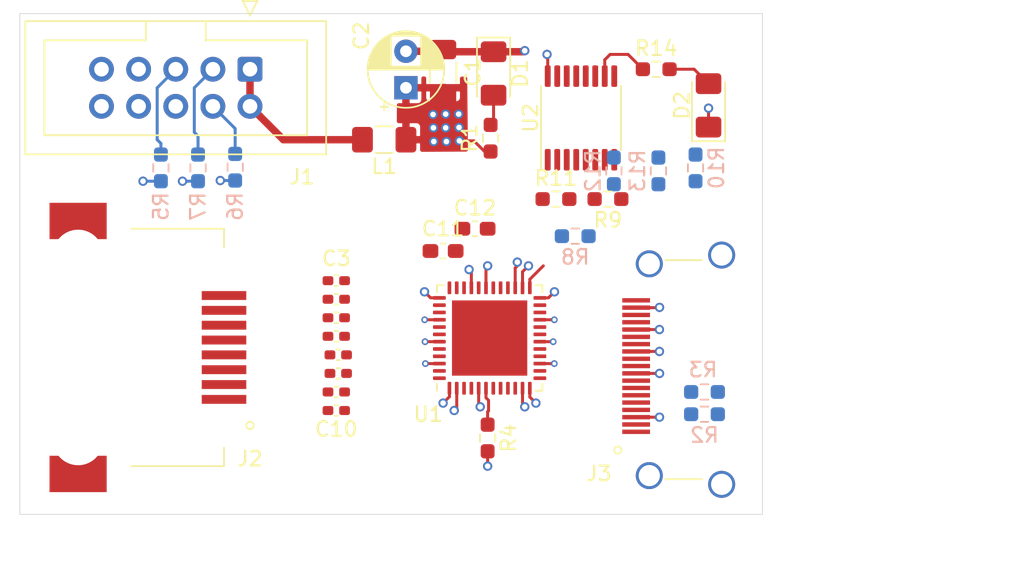
<source format=kicad_pcb>
(kicad_pcb (version 20171130) (host pcbnew 5.1.10-88a1d61d58~88~ubuntu20.04.1)

  (general
    (thickness 1.6)
    (drawings 6)
    (tracks 121)
    (zones 0)
    (modules 34)
    (nets 53)
  )

  (page USLetter)
  (title_block
    (title "Acorn HDMI Buffer")
    (date 2021-06-28)
    (rev A)
    (company KJ6AKU)
  )

  (layers
    (0 F.Cu signal)
    (1 In1.Cu signal)
    (2 In2.Cu signal)
    (31 B.Cu signal)
    (32 B.Adhes user)
    (33 F.Adhes user)
    (34 B.Paste user)
    (35 F.Paste user)
    (36 B.SilkS user)
    (37 F.SilkS user)
    (38 B.Mask user)
    (39 F.Mask user)
    (40 Dwgs.User user)
    (41 Cmts.User user)
    (42 Eco1.User user)
    (43 Eco2.User user)
    (44 Edge.Cuts user)
    (45 Margin user)
    (46 B.CrtYd user)
    (47 F.CrtYd user)
    (48 B.Fab user)
    (49 F.Fab user hide)
  )

  (setup
    (last_trace_width 0.2032)
    (user_trace_width 0.2032)
    (user_trace_width 0.508)
    (trace_clearance 0.1524)
    (zone_clearance 0.508)
    (zone_45_only no)
    (trace_min 0.127)
    (via_size 0.4572)
    (via_drill 0.254)
    (via_min_size 0.4572)
    (via_min_drill 0.254)
    (user_via 0.635 0.381)
    (uvia_size 0.3)
    (uvia_drill 0.1)
    (uvias_allowed no)
    (uvia_min_size 0.2)
    (uvia_min_drill 0.1)
    (edge_width 0.05)
    (segment_width 0.2)
    (pcb_text_width 0.3)
    (pcb_text_size 1.5 1.5)
    (mod_edge_width 0.12)
    (mod_text_size 1 1)
    (mod_text_width 0.15)
    (pad_size 1.524 1.524)
    (pad_drill 0.762)
    (pad_to_mask_clearance 0)
    (aux_axis_origin 0 0)
    (grid_origin 78.74 52.07)
    (visible_elements FFFFFF7F)
    (pcbplotparams
      (layerselection 0x010fc_ffffffff)
      (usegerberextensions false)
      (usegerberattributes true)
      (usegerberadvancedattributes true)
      (creategerberjobfile true)
      (excludeedgelayer true)
      (linewidth 0.100000)
      (plotframeref false)
      (viasonmask false)
      (mode 1)
      (useauxorigin false)
      (hpglpennumber 1)
      (hpglpenspeed 20)
      (hpglpendiameter 15.000000)
      (psnegative false)
      (psa4output false)
      (plotreference true)
      (plotvalue true)
      (plotinvisibletext false)
      (padsonsilk false)
      (subtractmaskfromsilk false)
      (outputformat 1)
      (mirror false)
      (drillshape 1)
      (scaleselection 1)
      (outputdirectory ""))
  )

  (net 0 "")
  (net 1 GND)
  (net 2 +3V3)
  (net 3 "Net-(C3-Pad2)")
  (net 4 "Net-(C3-Pad1)")
  (net 5 "Net-(C4-Pad2)")
  (net 6 "Net-(C4-Pad1)")
  (net 7 "Net-(C5-Pad2)")
  (net 8 "Net-(C5-Pad1)")
  (net 9 "Net-(C6-Pad2)")
  (net 10 "Net-(C6-Pad1)")
  (net 11 "Net-(C7-Pad2)")
  (net 12 "Net-(C7-Pad1)")
  (net 13 "Net-(C8-Pad2)")
  (net 14 "Net-(C8-Pad1)")
  (net 15 "Net-(C9-Pad2)")
  (net 16 "Net-(C9-Pad1)")
  (net 17 "Net-(C10-Pad2)")
  (net 18 "Net-(C10-Pad1)")
  (net 19 "Net-(C11-Pad2)")
  (net 20 "Net-(C11-Pad1)")
  (net 21 "Net-(C12-Pad1)")
  (net 22 "Net-(D1-Pad2)")
  (net 23 "Net-(D2-Pad2)")
  (net 24 "Net-(J1-Pad6)")
  (net 25 /SCL)
  (net 26 "Net-(J1-Pad1)")
  (net 27 /INT_N)
  (net 28 /SDA)
  (net 29 "Net-(J3-Pad1)")
  (net 30 "Net-(J3-Pad3)")
  (net 31 "Net-(J3-Pad4)")
  (net 32 "Net-(J3-Pad6)")
  (net 33 "Net-(J3-Pad7)")
  (net 34 "Net-(J3-Pad9)")
  (net 35 "Net-(J3-Pad10)")
  (net 36 "Net-(J3-Pad12)")
  (net 37 /CEC)
  (net 38 "Net-(J3-Pad14)")
  (net 39 "Net-(J3-Pad15)")
  (net 40 "Net-(J3-Pad16)")
  (net 41 "Net-(J3-Pad19)")
  (net 42 "Net-(R4-Pad1)")
  (net 43 /OE_N)
  (net 44 "Net-(R9-Pad2)")
  (net 45 "Net-(R10-Pad2)")
  (net 46 "Net-(R11-Pad1)")
  (net 47 /DDET)
  (net 48 /DDC_EN)
  (net 49 /HPD)
  (net 50 "Net-(R9-Pad1)")
  (net 51 "Net-(R11-Pad2)")
  (net 52 "Net-(R14-Pad1)")

  (net_class Default "This is the default net class."
    (clearance 0.1524)
    (trace_width 0.1524)
    (via_dia 0.4572)
    (via_drill 0.254)
    (uvia_dia 0.3)
    (uvia_drill 0.1)
    (add_net +3V3)
    (add_net /CEC)
    (add_net /DDC_EN)
    (add_net /DDET)
    (add_net /HPD)
    (add_net /INT_N)
    (add_net /OE_N)
    (add_net /SCL)
    (add_net /SDA)
    (add_net GND)
    (add_net "Net-(C10-Pad1)")
    (add_net "Net-(C10-Pad2)")
    (add_net "Net-(C11-Pad1)")
    (add_net "Net-(C11-Pad2)")
    (add_net "Net-(C12-Pad1)")
    (add_net "Net-(C3-Pad1)")
    (add_net "Net-(C3-Pad2)")
    (add_net "Net-(C4-Pad1)")
    (add_net "Net-(C4-Pad2)")
    (add_net "Net-(C5-Pad1)")
    (add_net "Net-(C5-Pad2)")
    (add_net "Net-(C6-Pad1)")
    (add_net "Net-(C6-Pad2)")
    (add_net "Net-(C7-Pad1)")
    (add_net "Net-(C7-Pad2)")
    (add_net "Net-(C8-Pad1)")
    (add_net "Net-(C8-Pad2)")
    (add_net "Net-(C9-Pad1)")
    (add_net "Net-(C9-Pad2)")
    (add_net "Net-(D1-Pad2)")
    (add_net "Net-(D2-Pad2)")
    (add_net "Net-(J1-Pad1)")
    (add_net "Net-(J1-Pad6)")
    (add_net "Net-(J3-Pad1)")
    (add_net "Net-(J3-Pad10)")
    (add_net "Net-(J3-Pad12)")
    (add_net "Net-(J3-Pad14)")
    (add_net "Net-(J3-Pad15)")
    (add_net "Net-(J3-Pad16)")
    (add_net "Net-(J3-Pad19)")
    (add_net "Net-(J3-Pad3)")
    (add_net "Net-(J3-Pad4)")
    (add_net "Net-(J3-Pad6)")
    (add_net "Net-(J3-Pad7)")
    (add_net "Net-(J3-Pad9)")
    (add_net "Net-(R10-Pad2)")
    (add_net "Net-(R11-Pad1)")
    (add_net "Net-(R11-Pad2)")
    (add_net "Net-(R14-Pad1)")
    (add_net "Net-(R4-Pad1)")
    (add_net "Net-(R9-Pad1)")
    (add_net "Net-(R9-Pad2)")
  )

  (module Package_DFN_QFN:QFN-48-1EP_7x7mm_P0.5mm_EP5.15x5.15mm (layer F.Cu) (tedit 5DC5F6A5) (tstamp 60E6B9CE)
    (at 115.961 104.765 90)
    (descr "QFN, 48 Pin (http://www.analog.com/media/en/package-pcb-resources/package/pkg_pdf/ltc-legacy-qfn/QFN_48_05-08-1704.pdf), generated with kicad-footprint-generator ipc_noLead_generator.py")
    (tags "QFN NoLead")
    (path /60E8A423)
    (attr smd)
    (fp_text reference U1 (at -5.217 -4.201 180) (layer F.SilkS)
      (effects (font (size 1 1) (thickness 0.15)))
    )
    (fp_text value PTN3381B (at 0 4.82 90) (layer F.Fab)
      (effects (font (size 1 1) (thickness 0.15)))
    )
    (fp_line (start 3.135 -3.61) (end 3.61 -3.61) (layer F.SilkS) (width 0.12))
    (fp_line (start 3.61 -3.61) (end 3.61 -3.135) (layer F.SilkS) (width 0.12))
    (fp_line (start -3.135 3.61) (end -3.61 3.61) (layer F.SilkS) (width 0.12))
    (fp_line (start -3.61 3.61) (end -3.61 3.135) (layer F.SilkS) (width 0.12))
    (fp_line (start 3.135 3.61) (end 3.61 3.61) (layer F.SilkS) (width 0.12))
    (fp_line (start 3.61 3.61) (end 3.61 3.135) (layer F.SilkS) (width 0.12))
    (fp_line (start -3.135 -3.61) (end -3.61 -3.61) (layer F.SilkS) (width 0.12))
    (fp_line (start -2.5 -3.5) (end 3.5 -3.5) (layer F.Fab) (width 0.1))
    (fp_line (start 3.5 -3.5) (end 3.5 3.5) (layer F.Fab) (width 0.1))
    (fp_line (start 3.5 3.5) (end -3.5 3.5) (layer F.Fab) (width 0.1))
    (fp_line (start -3.5 3.5) (end -3.5 -2.5) (layer F.Fab) (width 0.1))
    (fp_line (start -3.5 -2.5) (end -2.5 -3.5) (layer F.Fab) (width 0.1))
    (fp_line (start -4.12 -4.12) (end -4.12 4.12) (layer F.CrtYd) (width 0.05))
    (fp_line (start -4.12 4.12) (end 4.12 4.12) (layer F.CrtYd) (width 0.05))
    (fp_line (start 4.12 4.12) (end 4.12 -4.12) (layer F.CrtYd) (width 0.05))
    (fp_line (start 4.12 -4.12) (end -4.12 -4.12) (layer F.CrtYd) (width 0.05))
    (fp_text user %R (at 0 0 90) (layer F.Fab)
      (effects (font (size 1 1) (thickness 0.15)))
    )
    (pad "" smd roundrect (at 1.935 1.935 90) (size 1.04 1.04) (layers F.Paste) (roundrect_rratio 0.240385))
    (pad "" smd roundrect (at 1.935 0.645 90) (size 1.04 1.04) (layers F.Paste) (roundrect_rratio 0.240385))
    (pad "" smd roundrect (at 1.935 -0.645 90) (size 1.04 1.04) (layers F.Paste) (roundrect_rratio 0.240385))
    (pad "" smd roundrect (at 1.935 -1.935 90) (size 1.04 1.04) (layers F.Paste) (roundrect_rratio 0.240385))
    (pad "" smd roundrect (at 0.645 1.935 90) (size 1.04 1.04) (layers F.Paste) (roundrect_rratio 0.240385))
    (pad "" smd roundrect (at 0.645 0.645 90) (size 1.04 1.04) (layers F.Paste) (roundrect_rratio 0.240385))
    (pad "" smd roundrect (at 0.645 -0.645 90) (size 1.04 1.04) (layers F.Paste) (roundrect_rratio 0.240385))
    (pad "" smd roundrect (at 0.645 -1.935 90) (size 1.04 1.04) (layers F.Paste) (roundrect_rratio 0.240385))
    (pad "" smd roundrect (at -0.645 1.935 90) (size 1.04 1.04) (layers F.Paste) (roundrect_rratio 0.240385))
    (pad "" smd roundrect (at -0.645 0.645 90) (size 1.04 1.04) (layers F.Paste) (roundrect_rratio 0.240385))
    (pad "" smd roundrect (at -0.645 -0.645 90) (size 1.04 1.04) (layers F.Paste) (roundrect_rratio 0.240385))
    (pad "" smd roundrect (at -0.645 -1.935 90) (size 1.04 1.04) (layers F.Paste) (roundrect_rratio 0.240385))
    (pad "" smd roundrect (at -1.935 1.935 90) (size 1.04 1.04) (layers F.Paste) (roundrect_rratio 0.240385))
    (pad "" smd roundrect (at -1.935 0.645 90) (size 1.04 1.04) (layers F.Paste) (roundrect_rratio 0.240385))
    (pad "" smd roundrect (at -1.935 -0.645 90) (size 1.04 1.04) (layers F.Paste) (roundrect_rratio 0.240385))
    (pad "" smd roundrect (at -1.935 -1.935 90) (size 1.04 1.04) (layers F.Paste) (roundrect_rratio 0.240385))
    (pad 49 smd rect (at 0 0 90) (size 5.15 5.15) (layers F.Cu F.Mask)
      (net 1 GND))
    (pad 48 smd roundrect (at -2.75 -3.4375 90) (size 0.25 0.875) (layers F.Cu F.Paste F.Mask) (roundrect_rratio 0.25)
      (net 18 "Net-(C10-Pad1)"))
    (pad 47 smd roundrect (at -2.25 -3.4375 90) (size 0.25 0.875) (layers F.Cu F.Paste F.Mask) (roundrect_rratio 0.25)
      (net 16 "Net-(C9-Pad1)"))
    (pad 46 smd roundrect (at -1.75 -3.4375 90) (size 0.25 0.875) (layers F.Cu F.Paste F.Mask) (roundrect_rratio 0.25)
      (net 2 +3V3))
    (pad 45 smd roundrect (at -1.25 -3.4375 90) (size 0.25 0.875) (layers F.Cu F.Paste F.Mask) (roundrect_rratio 0.25)
      (net 14 "Net-(C8-Pad1)"))
    (pad 44 smd roundrect (at -0.75 -3.4375 90) (size 0.25 0.875) (layers F.Cu F.Paste F.Mask) (roundrect_rratio 0.25)
      (net 12 "Net-(C7-Pad1)"))
    (pad 43 smd roundrect (at -0.25 -3.4375 90) (size 0.25 0.875) (layers F.Cu F.Paste F.Mask) (roundrect_rratio 0.25)
      (net 1 GND))
    (pad 42 smd roundrect (at 0.25 -3.4375 90) (size 0.25 0.875) (layers F.Cu F.Paste F.Mask) (roundrect_rratio 0.25)
      (net 10 "Net-(C6-Pad1)"))
    (pad 41 smd roundrect (at 0.75 -3.4375 90) (size 0.25 0.875) (layers F.Cu F.Paste F.Mask) (roundrect_rratio 0.25)
      (net 8 "Net-(C5-Pad1)"))
    (pad 40 smd roundrect (at 1.25 -3.4375 90) (size 0.25 0.875) (layers F.Cu F.Paste F.Mask) (roundrect_rratio 0.25)
      (net 2 +3V3))
    (pad 39 smd roundrect (at 1.75 -3.4375 90) (size 0.25 0.875) (layers F.Cu F.Paste F.Mask) (roundrect_rratio 0.25)
      (net 6 "Net-(C4-Pad1)"))
    (pad 38 smd roundrect (at 2.25 -3.4375 90) (size 0.25 0.875) (layers F.Cu F.Paste F.Mask) (roundrect_rratio 0.25)
      (net 4 "Net-(C3-Pad1)"))
    (pad 37 smd roundrect (at 2.75 -3.4375 90) (size 0.25 0.875) (layers F.Cu F.Paste F.Mask) (roundrect_rratio 0.25)
      (net 1 GND))
    (pad 36 smd roundrect (at 3.4375 -2.75 90) (size 0.875 0.25) (layers F.Cu F.Paste F.Mask) (roundrect_rratio 0.25)
      (net 19 "Net-(C11-Pad2)"))
    (pad 35 smd roundrect (at 3.4375 -2.25 90) (size 0.875 0.25) (layers F.Cu F.Paste F.Mask) (roundrect_rratio 0.25)
      (net 20 "Net-(C11-Pad1)"))
    (pad 34 smd roundrect (at 3.4375 -1.75 90) (size 0.875 0.25) (layers F.Cu F.Paste F.Mask) (roundrect_rratio 0.25)
      (net 21 "Net-(C12-Pad1)"))
    (pad 33 smd roundrect (at 3.4375 -1.25 90) (size 0.875 0.25) (layers F.Cu F.Paste F.Mask) (roundrect_rratio 0.25)
      (net 2 +3V3))
    (pad 32 smd roundrect (at 3.4375 -0.75 90) (size 0.875 0.25) (layers F.Cu F.Paste F.Mask) (roundrect_rratio 0.25)
      (net 48 /DDC_EN))
    (pad 31 smd roundrect (at 3.4375 -0.25 90) (size 0.875 0.25) (layers F.Cu F.Paste F.Mask) (roundrect_rratio 0.25)
      (net 1 GND))
    (pad 30 smd roundrect (at 3.4375 0.25 90) (size 0.875 0.25) (layers F.Cu F.Paste F.Mask) (roundrect_rratio 0.25)
      (net 41 "Net-(J3-Pad19)"))
    (pad 29 smd roundrect (at 3.4375 0.75 90) (size 0.875 0.25) (layers F.Cu F.Paste F.Mask) (roundrect_rratio 0.25)
      (net 40 "Net-(J3-Pad16)"))
    (pad 28 smd roundrect (at 3.4375 1.25 90) (size 0.875 0.25) (layers F.Cu F.Paste F.Mask) (roundrect_rratio 0.25)
      (net 39 "Net-(J3-Pad15)"))
    (pad 27 smd roundrect (at 3.4375 1.75 90) (size 0.875 0.25) (layers F.Cu F.Paste F.Mask) (roundrect_rratio 0.25)
      (net 1 GND))
    (pad 26 smd roundrect (at 3.4375 2.25 90) (size 0.875 0.25) (layers F.Cu F.Paste F.Mask) (roundrect_rratio 0.25)
      (net 2 +3V3))
    (pad 25 smd roundrect (at 3.4375 2.75 90) (size 0.875 0.25) (layers F.Cu F.Paste F.Mask) (roundrect_rratio 0.25)
      (net 43 /OE_N))
    (pad 24 smd roundrect (at 2.75 3.4375 90) (size 0.25 0.875) (layers F.Cu F.Paste F.Mask) (roundrect_rratio 0.25)
      (net 1 GND))
    (pad 23 smd roundrect (at 2.25 3.4375 90) (size 0.25 0.875) (layers F.Cu F.Paste F.Mask) (roundrect_rratio 0.25)
      (net 29 "Net-(J3-Pad1)"))
    (pad 22 smd roundrect (at 1.75 3.4375 90) (size 0.25 0.875) (layers F.Cu F.Paste F.Mask) (roundrect_rratio 0.25)
      (net 30 "Net-(J3-Pad3)"))
    (pad 21 smd roundrect (at 1.25 3.4375 90) (size 0.25 0.875) (layers F.Cu F.Paste F.Mask) (roundrect_rratio 0.25)
      (net 2 +3V3))
    (pad 20 smd roundrect (at 0.75 3.4375 90) (size 0.25 0.875) (layers F.Cu F.Paste F.Mask) (roundrect_rratio 0.25)
      (net 31 "Net-(J3-Pad4)"))
    (pad 19 smd roundrect (at 0.25 3.4375 90) (size 0.25 0.875) (layers F.Cu F.Paste F.Mask) (roundrect_rratio 0.25)
      (net 32 "Net-(J3-Pad6)"))
    (pad 18 smd roundrect (at -0.25 3.4375 90) (size 0.25 0.875) (layers F.Cu F.Paste F.Mask) (roundrect_rratio 0.25)
      (net 1 GND))
    (pad 17 smd roundrect (at -0.75 3.4375 90) (size 0.25 0.875) (layers F.Cu F.Paste F.Mask) (roundrect_rratio 0.25)
      (net 33 "Net-(J3-Pad7)"))
    (pad 16 smd roundrect (at -1.25 3.4375 90) (size 0.25 0.875) (layers F.Cu F.Paste F.Mask) (roundrect_rratio 0.25)
      (net 34 "Net-(J3-Pad9)"))
    (pad 15 smd roundrect (at -1.75 3.4375 90) (size 0.25 0.875) (layers F.Cu F.Paste F.Mask) (roundrect_rratio 0.25)
      (net 2 +3V3))
    (pad 14 smd roundrect (at -2.25 3.4375 90) (size 0.25 0.875) (layers F.Cu F.Paste F.Mask) (roundrect_rratio 0.25)
      (net 35 "Net-(J3-Pad10)"))
    (pad 13 smd roundrect (at -2.75 3.4375 90) (size 0.25 0.875) (layers F.Cu F.Paste F.Mask) (roundrect_rratio 0.25)
      (net 36 "Net-(J3-Pad12)"))
    (pad 12 smd roundrect (at -3.4375 2.75 90) (size 0.875 0.25) (layers F.Cu F.Paste F.Mask) (roundrect_rratio 0.25)
      (net 1 GND))
    (pad 11 smd roundrect (at -3.4375 2.25 90) (size 0.875 0.25) (layers F.Cu F.Paste F.Mask) (roundrect_rratio 0.25)
      (net 2 +3V3))
    (pad 10 smd roundrect (at -3.4375 1.75 90) (size 0.875 0.25) (layers F.Cu F.Paste F.Mask) (roundrect_rratio 0.25)
      (net 50 "Net-(R9-Pad1)"))
    (pad 9 smd roundrect (at -3.4375 1.25 90) (size 0.875 0.25) (layers F.Cu F.Paste F.Mask) (roundrect_rratio 0.25)
      (net 25 /SCL))
    (pad 8 smd roundrect (at -3.4375 0.75 90) (size 0.875 0.25) (layers F.Cu F.Paste F.Mask) (roundrect_rratio 0.25)
      (net 28 /SDA))
    (pad 7 smd roundrect (at -3.4375 0.25 90) (size 0.875 0.25) (layers F.Cu F.Paste F.Mask) (roundrect_rratio 0.25)
      (net 49 /HPD))
    (pad 6 smd roundrect (at -3.4375 -0.25 90) (size 0.875 0.25) (layers F.Cu F.Paste F.Mask) (roundrect_rratio 0.25)
      (net 42 "Net-(R4-Pad1)"))
    (pad 5 smd roundrect (at -3.4375 -0.75 90) (size 0.875 0.25) (layers F.Cu F.Paste F.Mask) (roundrect_rratio 0.25)
      (net 1 GND))
    (pad 4 smd roundrect (at -3.4375 -1.25 90) (size 0.875 0.25) (layers F.Cu F.Paste F.Mask) (roundrect_rratio 0.25)
      (net 47 /DDET))
    (pad 3 smd roundrect (at -3.4375 -1.75 90) (size 0.875 0.25) (layers F.Cu F.Paste F.Mask) (roundrect_rratio 0.25)
      (net 46 "Net-(R11-Pad1)"))
    (pad 2 smd roundrect (at -3.4375 -2.25 90) (size 0.875 0.25) (layers F.Cu F.Paste F.Mask) (roundrect_rratio 0.25)
      (net 2 +3V3))
    (pad 1 smd roundrect (at -3.4375 -2.75 90) (size 0.875 0.25) (layers F.Cu F.Paste F.Mask) (roundrect_rratio 0.25)
      (net 1 GND))
    (model ${KISYS3DMOD}/Package_DFN_QFN.3dshapes/QFN-48-1EP_7x7mm_P0.5mm_EP5.15x5.15mm.wrl
      (at (xyz 0 0 0))
      (scale (xyz 1 1 1))
      (rotate (xyz 0 0 0))
    )
  )

  (module Resistor_SMD:R_0603_1608Metric_Pad0.98x0.95mm_HandSolder (layer F.Cu) (tedit 5F68FEEE) (tstamp 60E6B978)
    (at 127.3575 86.36)
    (descr "Resistor SMD 0603 (1608 Metric), square (rectangular) end terminal, IPC_7351 nominal with elongated pad for handsoldering. (Body size source: IPC-SM-782 page 72, https://www.pcb-3d.com/wordpress/wp-content/uploads/ipc-sm-782a_amendment_1_and_2.pdf), generated with kicad-footprint-generator")
    (tags "resistor handsolder")
    (path /60FBBD51)
    (attr smd)
    (fp_text reference R14 (at 0 -1.43) (layer F.SilkS)
      (effects (font (size 1 1) (thickness 0.15)))
    )
    (fp_text value 133 (at 0 1.43) (layer F.Fab)
      (effects (font (size 1 1) (thickness 0.15)))
    )
    (fp_line (start -0.8 0.4125) (end -0.8 -0.4125) (layer F.Fab) (width 0.1))
    (fp_line (start -0.8 -0.4125) (end 0.8 -0.4125) (layer F.Fab) (width 0.1))
    (fp_line (start 0.8 -0.4125) (end 0.8 0.4125) (layer F.Fab) (width 0.1))
    (fp_line (start 0.8 0.4125) (end -0.8 0.4125) (layer F.Fab) (width 0.1))
    (fp_line (start -0.254724 -0.5225) (end 0.254724 -0.5225) (layer F.SilkS) (width 0.12))
    (fp_line (start -0.254724 0.5225) (end 0.254724 0.5225) (layer F.SilkS) (width 0.12))
    (fp_line (start -1.65 0.73) (end -1.65 -0.73) (layer F.CrtYd) (width 0.05))
    (fp_line (start -1.65 -0.73) (end 1.65 -0.73) (layer F.CrtYd) (width 0.05))
    (fp_line (start 1.65 -0.73) (end 1.65 0.73) (layer F.CrtYd) (width 0.05))
    (fp_line (start 1.65 0.73) (end -1.65 0.73) (layer F.CrtYd) (width 0.05))
    (fp_text user %R (at 0 0) (layer F.Fab)
      (effects (font (size 0.4 0.4) (thickness 0.06)))
    )
    (pad 2 smd roundrect (at 0.9125 0) (size 0.975 0.95) (layers F.Cu F.Paste F.Mask) (roundrect_rratio 0.25)
      (net 23 "Net-(D2-Pad2)"))
    (pad 1 smd roundrect (at -0.9125 0) (size 0.975 0.95) (layers F.Cu F.Paste F.Mask) (roundrect_rratio 0.25)
      (net 52 "Net-(R14-Pad1)"))
    (model ${KISYS3DMOD}/Resistor_SMD.3dshapes/R_0603_1608Metric.wrl
      (at (xyz 0 0 0))
      (scale (xyz 1 1 1))
      (rotate (xyz 0 0 0))
    )
  )

  (module Resistor_SMD:R_0603_1608Metric_Pad0.98x0.95mm_HandSolder (layer F.Cu) (tedit 5F68FEEE) (tstamp 60E6B8E7)
    (at 124.0555 95.25 180)
    (descr "Resistor SMD 0603 (1608 Metric), square (rectangular) end terminal, IPC_7351 nominal with elongated pad for handsoldering. (Body size source: IPC-SM-782 page 72, https://www.pcb-3d.com/wordpress/wp-content/uploads/ipc-sm-782a_amendment_1_and_2.pdf), generated with kicad-footprint-generator")
    (tags "resistor handsolder")
    (path /60F836D5)
    (attr smd)
    (fp_text reference R9 (at 0 -1.43 180) (layer F.SilkS)
      (effects (font (size 1 1) (thickness 0.15)))
    )
    (fp_text value 133 (at 0 1.43 180) (layer F.Fab)
      (effects (font (size 1 1) (thickness 0.15)))
    )
    (fp_line (start -0.8 0.4125) (end -0.8 -0.4125) (layer F.Fab) (width 0.1))
    (fp_line (start -0.8 -0.4125) (end 0.8 -0.4125) (layer F.Fab) (width 0.1))
    (fp_line (start 0.8 -0.4125) (end 0.8 0.4125) (layer F.Fab) (width 0.1))
    (fp_line (start 0.8 0.4125) (end -0.8 0.4125) (layer F.Fab) (width 0.1))
    (fp_line (start -0.254724 -0.5225) (end 0.254724 -0.5225) (layer F.SilkS) (width 0.12))
    (fp_line (start -0.254724 0.5225) (end 0.254724 0.5225) (layer F.SilkS) (width 0.12))
    (fp_line (start -1.65 0.73) (end -1.65 -0.73) (layer F.CrtYd) (width 0.05))
    (fp_line (start -1.65 -0.73) (end 1.65 -0.73) (layer F.CrtYd) (width 0.05))
    (fp_line (start 1.65 -0.73) (end 1.65 0.73) (layer F.CrtYd) (width 0.05))
    (fp_line (start 1.65 0.73) (end -1.65 0.73) (layer F.CrtYd) (width 0.05))
    (fp_text user %R (at 0 0 180) (layer F.Fab)
      (effects (font (size 0.4 0.4) (thickness 0.06)))
    )
    (pad 2 smd roundrect (at 0.9125 0 180) (size 0.975 0.95) (layers F.Cu F.Paste F.Mask) (roundrect_rratio 0.25)
      (net 44 "Net-(R9-Pad2)"))
    (pad 1 smd roundrect (at -0.9125 0 180) (size 0.975 0.95) (layers F.Cu F.Paste F.Mask) (roundrect_rratio 0.25)
      (net 50 "Net-(R9-Pad1)"))
    (model ${KISYS3DMOD}/Resistor_SMD.3dshapes/R_0603_1608Metric.wrl
      (at (xyz 0 0 0))
      (scale (xyz 1 1 1))
      (rotate (xyz 0 0 0))
    )
  )

  (module Capacitor_THT:CP_Radial_D5.0mm_P2.50mm (layer F.Cu) (tedit 5AE50EF0) (tstamp 60D994AB)
    (at 110.236 87.63 90)
    (descr "CP, Radial series, Radial, pin pitch=2.50mm, , diameter=5mm, Electrolytic Capacitor")
    (tags "CP Radial series Radial pin pitch 2.50mm  diameter 5mm Electrolytic Capacitor")
    (path /60D981D4)
    (fp_text reference C2 (at 3.556 -3.048 90) (layer F.SilkS)
      (effects (font (size 1 1) (thickness 0.15)))
    )
    (fp_text value 10u (at 1.25 3.75 90) (layer F.Fab)
      (effects (font (size 1 1) (thickness 0.15)))
    )
    (fp_line (start -1.304775 -1.725) (end -1.304775 -1.225) (layer F.SilkS) (width 0.12))
    (fp_line (start -1.554775 -1.475) (end -1.054775 -1.475) (layer F.SilkS) (width 0.12))
    (fp_line (start 3.851 -0.284) (end 3.851 0.284) (layer F.SilkS) (width 0.12))
    (fp_line (start 3.811 -0.518) (end 3.811 0.518) (layer F.SilkS) (width 0.12))
    (fp_line (start 3.771 -0.677) (end 3.771 0.677) (layer F.SilkS) (width 0.12))
    (fp_line (start 3.731 -0.805) (end 3.731 0.805) (layer F.SilkS) (width 0.12))
    (fp_line (start 3.691 -0.915) (end 3.691 0.915) (layer F.SilkS) (width 0.12))
    (fp_line (start 3.651 -1.011) (end 3.651 1.011) (layer F.SilkS) (width 0.12))
    (fp_line (start 3.611 -1.098) (end 3.611 1.098) (layer F.SilkS) (width 0.12))
    (fp_line (start 3.571 -1.178) (end 3.571 1.178) (layer F.SilkS) (width 0.12))
    (fp_line (start 3.531 1.04) (end 3.531 1.251) (layer F.SilkS) (width 0.12))
    (fp_line (start 3.531 -1.251) (end 3.531 -1.04) (layer F.SilkS) (width 0.12))
    (fp_line (start 3.491 1.04) (end 3.491 1.319) (layer F.SilkS) (width 0.12))
    (fp_line (start 3.491 -1.319) (end 3.491 -1.04) (layer F.SilkS) (width 0.12))
    (fp_line (start 3.451 1.04) (end 3.451 1.383) (layer F.SilkS) (width 0.12))
    (fp_line (start 3.451 -1.383) (end 3.451 -1.04) (layer F.SilkS) (width 0.12))
    (fp_line (start 3.411 1.04) (end 3.411 1.443) (layer F.SilkS) (width 0.12))
    (fp_line (start 3.411 -1.443) (end 3.411 -1.04) (layer F.SilkS) (width 0.12))
    (fp_line (start 3.371 1.04) (end 3.371 1.5) (layer F.SilkS) (width 0.12))
    (fp_line (start 3.371 -1.5) (end 3.371 -1.04) (layer F.SilkS) (width 0.12))
    (fp_line (start 3.331 1.04) (end 3.331 1.554) (layer F.SilkS) (width 0.12))
    (fp_line (start 3.331 -1.554) (end 3.331 -1.04) (layer F.SilkS) (width 0.12))
    (fp_line (start 3.291 1.04) (end 3.291 1.605) (layer F.SilkS) (width 0.12))
    (fp_line (start 3.291 -1.605) (end 3.291 -1.04) (layer F.SilkS) (width 0.12))
    (fp_line (start 3.251 1.04) (end 3.251 1.653) (layer F.SilkS) (width 0.12))
    (fp_line (start 3.251 -1.653) (end 3.251 -1.04) (layer F.SilkS) (width 0.12))
    (fp_line (start 3.211 1.04) (end 3.211 1.699) (layer F.SilkS) (width 0.12))
    (fp_line (start 3.211 -1.699) (end 3.211 -1.04) (layer F.SilkS) (width 0.12))
    (fp_line (start 3.171 1.04) (end 3.171 1.743) (layer F.SilkS) (width 0.12))
    (fp_line (start 3.171 -1.743) (end 3.171 -1.04) (layer F.SilkS) (width 0.12))
    (fp_line (start 3.131 1.04) (end 3.131 1.785) (layer F.SilkS) (width 0.12))
    (fp_line (start 3.131 -1.785) (end 3.131 -1.04) (layer F.SilkS) (width 0.12))
    (fp_line (start 3.091 1.04) (end 3.091 1.826) (layer F.SilkS) (width 0.12))
    (fp_line (start 3.091 -1.826) (end 3.091 -1.04) (layer F.SilkS) (width 0.12))
    (fp_line (start 3.051 1.04) (end 3.051 1.864) (layer F.SilkS) (width 0.12))
    (fp_line (start 3.051 -1.864) (end 3.051 -1.04) (layer F.SilkS) (width 0.12))
    (fp_line (start 3.011 1.04) (end 3.011 1.901) (layer F.SilkS) (width 0.12))
    (fp_line (start 3.011 -1.901) (end 3.011 -1.04) (layer F.SilkS) (width 0.12))
    (fp_line (start 2.971 1.04) (end 2.971 1.937) (layer F.SilkS) (width 0.12))
    (fp_line (start 2.971 -1.937) (end 2.971 -1.04) (layer F.SilkS) (width 0.12))
    (fp_line (start 2.931 1.04) (end 2.931 1.971) (layer F.SilkS) (width 0.12))
    (fp_line (start 2.931 -1.971) (end 2.931 -1.04) (layer F.SilkS) (width 0.12))
    (fp_line (start 2.891 1.04) (end 2.891 2.004) (layer F.SilkS) (width 0.12))
    (fp_line (start 2.891 -2.004) (end 2.891 -1.04) (layer F.SilkS) (width 0.12))
    (fp_line (start 2.851 1.04) (end 2.851 2.035) (layer F.SilkS) (width 0.12))
    (fp_line (start 2.851 -2.035) (end 2.851 -1.04) (layer F.SilkS) (width 0.12))
    (fp_line (start 2.811 1.04) (end 2.811 2.065) (layer F.SilkS) (width 0.12))
    (fp_line (start 2.811 -2.065) (end 2.811 -1.04) (layer F.SilkS) (width 0.12))
    (fp_line (start 2.771 1.04) (end 2.771 2.095) (layer F.SilkS) (width 0.12))
    (fp_line (start 2.771 -2.095) (end 2.771 -1.04) (layer F.SilkS) (width 0.12))
    (fp_line (start 2.731 1.04) (end 2.731 2.122) (layer F.SilkS) (width 0.12))
    (fp_line (start 2.731 -2.122) (end 2.731 -1.04) (layer F.SilkS) (width 0.12))
    (fp_line (start 2.691 1.04) (end 2.691 2.149) (layer F.SilkS) (width 0.12))
    (fp_line (start 2.691 -2.149) (end 2.691 -1.04) (layer F.SilkS) (width 0.12))
    (fp_line (start 2.651 1.04) (end 2.651 2.175) (layer F.SilkS) (width 0.12))
    (fp_line (start 2.651 -2.175) (end 2.651 -1.04) (layer F.SilkS) (width 0.12))
    (fp_line (start 2.611 1.04) (end 2.611 2.2) (layer F.SilkS) (width 0.12))
    (fp_line (start 2.611 -2.2) (end 2.611 -1.04) (layer F.SilkS) (width 0.12))
    (fp_line (start 2.571 1.04) (end 2.571 2.224) (layer F.SilkS) (width 0.12))
    (fp_line (start 2.571 -2.224) (end 2.571 -1.04) (layer F.SilkS) (width 0.12))
    (fp_line (start 2.531 1.04) (end 2.531 2.247) (layer F.SilkS) (width 0.12))
    (fp_line (start 2.531 -2.247) (end 2.531 -1.04) (layer F.SilkS) (width 0.12))
    (fp_line (start 2.491 1.04) (end 2.491 2.268) (layer F.SilkS) (width 0.12))
    (fp_line (start 2.491 -2.268) (end 2.491 -1.04) (layer F.SilkS) (width 0.12))
    (fp_line (start 2.451 1.04) (end 2.451 2.29) (layer F.SilkS) (width 0.12))
    (fp_line (start 2.451 -2.29) (end 2.451 -1.04) (layer F.SilkS) (width 0.12))
    (fp_line (start 2.411 1.04) (end 2.411 2.31) (layer F.SilkS) (width 0.12))
    (fp_line (start 2.411 -2.31) (end 2.411 -1.04) (layer F.SilkS) (width 0.12))
    (fp_line (start 2.371 1.04) (end 2.371 2.329) (layer F.SilkS) (width 0.12))
    (fp_line (start 2.371 -2.329) (end 2.371 -1.04) (layer F.SilkS) (width 0.12))
    (fp_line (start 2.331 1.04) (end 2.331 2.348) (layer F.SilkS) (width 0.12))
    (fp_line (start 2.331 -2.348) (end 2.331 -1.04) (layer F.SilkS) (width 0.12))
    (fp_line (start 2.291 1.04) (end 2.291 2.365) (layer F.SilkS) (width 0.12))
    (fp_line (start 2.291 -2.365) (end 2.291 -1.04) (layer F.SilkS) (width 0.12))
    (fp_line (start 2.251 1.04) (end 2.251 2.382) (layer F.SilkS) (width 0.12))
    (fp_line (start 2.251 -2.382) (end 2.251 -1.04) (layer F.SilkS) (width 0.12))
    (fp_line (start 2.211 1.04) (end 2.211 2.398) (layer F.SilkS) (width 0.12))
    (fp_line (start 2.211 -2.398) (end 2.211 -1.04) (layer F.SilkS) (width 0.12))
    (fp_line (start 2.171 1.04) (end 2.171 2.414) (layer F.SilkS) (width 0.12))
    (fp_line (start 2.171 -2.414) (end 2.171 -1.04) (layer F.SilkS) (width 0.12))
    (fp_line (start 2.131 1.04) (end 2.131 2.428) (layer F.SilkS) (width 0.12))
    (fp_line (start 2.131 -2.428) (end 2.131 -1.04) (layer F.SilkS) (width 0.12))
    (fp_line (start 2.091 1.04) (end 2.091 2.442) (layer F.SilkS) (width 0.12))
    (fp_line (start 2.091 -2.442) (end 2.091 -1.04) (layer F.SilkS) (width 0.12))
    (fp_line (start 2.051 1.04) (end 2.051 2.455) (layer F.SilkS) (width 0.12))
    (fp_line (start 2.051 -2.455) (end 2.051 -1.04) (layer F.SilkS) (width 0.12))
    (fp_line (start 2.011 1.04) (end 2.011 2.468) (layer F.SilkS) (width 0.12))
    (fp_line (start 2.011 -2.468) (end 2.011 -1.04) (layer F.SilkS) (width 0.12))
    (fp_line (start 1.971 1.04) (end 1.971 2.48) (layer F.SilkS) (width 0.12))
    (fp_line (start 1.971 -2.48) (end 1.971 -1.04) (layer F.SilkS) (width 0.12))
    (fp_line (start 1.93 1.04) (end 1.93 2.491) (layer F.SilkS) (width 0.12))
    (fp_line (start 1.93 -2.491) (end 1.93 -1.04) (layer F.SilkS) (width 0.12))
    (fp_line (start 1.89 1.04) (end 1.89 2.501) (layer F.SilkS) (width 0.12))
    (fp_line (start 1.89 -2.501) (end 1.89 -1.04) (layer F.SilkS) (width 0.12))
    (fp_line (start 1.85 1.04) (end 1.85 2.511) (layer F.SilkS) (width 0.12))
    (fp_line (start 1.85 -2.511) (end 1.85 -1.04) (layer F.SilkS) (width 0.12))
    (fp_line (start 1.81 1.04) (end 1.81 2.52) (layer F.SilkS) (width 0.12))
    (fp_line (start 1.81 -2.52) (end 1.81 -1.04) (layer F.SilkS) (width 0.12))
    (fp_line (start 1.77 1.04) (end 1.77 2.528) (layer F.SilkS) (width 0.12))
    (fp_line (start 1.77 -2.528) (end 1.77 -1.04) (layer F.SilkS) (width 0.12))
    (fp_line (start 1.73 1.04) (end 1.73 2.536) (layer F.SilkS) (width 0.12))
    (fp_line (start 1.73 -2.536) (end 1.73 -1.04) (layer F.SilkS) (width 0.12))
    (fp_line (start 1.69 1.04) (end 1.69 2.543) (layer F.SilkS) (width 0.12))
    (fp_line (start 1.69 -2.543) (end 1.69 -1.04) (layer F.SilkS) (width 0.12))
    (fp_line (start 1.65 1.04) (end 1.65 2.55) (layer F.SilkS) (width 0.12))
    (fp_line (start 1.65 -2.55) (end 1.65 -1.04) (layer F.SilkS) (width 0.12))
    (fp_line (start 1.61 1.04) (end 1.61 2.556) (layer F.SilkS) (width 0.12))
    (fp_line (start 1.61 -2.556) (end 1.61 -1.04) (layer F.SilkS) (width 0.12))
    (fp_line (start 1.57 1.04) (end 1.57 2.561) (layer F.SilkS) (width 0.12))
    (fp_line (start 1.57 -2.561) (end 1.57 -1.04) (layer F.SilkS) (width 0.12))
    (fp_line (start 1.53 1.04) (end 1.53 2.565) (layer F.SilkS) (width 0.12))
    (fp_line (start 1.53 -2.565) (end 1.53 -1.04) (layer F.SilkS) (width 0.12))
    (fp_line (start 1.49 1.04) (end 1.49 2.569) (layer F.SilkS) (width 0.12))
    (fp_line (start 1.49 -2.569) (end 1.49 -1.04) (layer F.SilkS) (width 0.12))
    (fp_line (start 1.45 -2.573) (end 1.45 2.573) (layer F.SilkS) (width 0.12))
    (fp_line (start 1.41 -2.576) (end 1.41 2.576) (layer F.SilkS) (width 0.12))
    (fp_line (start 1.37 -2.578) (end 1.37 2.578) (layer F.SilkS) (width 0.12))
    (fp_line (start 1.33 -2.579) (end 1.33 2.579) (layer F.SilkS) (width 0.12))
    (fp_line (start 1.29 -2.58) (end 1.29 2.58) (layer F.SilkS) (width 0.12))
    (fp_line (start 1.25 -2.58) (end 1.25 2.58) (layer F.SilkS) (width 0.12))
    (fp_line (start -0.633605 -1.3375) (end -0.633605 -0.8375) (layer F.Fab) (width 0.1))
    (fp_line (start -0.883605 -1.0875) (end -0.383605 -1.0875) (layer F.Fab) (width 0.1))
    (fp_circle (center 1.25 0) (end 4 0) (layer F.CrtYd) (width 0.05))
    (fp_circle (center 1.25 0) (end 3.87 0) (layer F.SilkS) (width 0.12))
    (fp_circle (center 1.25 0) (end 3.75 0) (layer F.Fab) (width 0.1))
    (fp_text user %R (at 1.25 0 90) (layer F.Fab)
      (effects (font (size 1 1) (thickness 0.15)))
    )
    (pad 2 thru_hole circle (at 2.5 0 90) (size 1.6 1.6) (drill 0.8) (layers *.Cu *.Mask)
      (net 1 GND))
    (pad 1 thru_hole rect (at 0 0 90) (size 1.6 1.6) (drill 0.8) (layers *.Cu *.Mask)
      (net 2 +3V3))
    (model ${KISYS3DMOD}/Capacitor_THT.3dshapes/CP_Radial_D5.0mm_P2.50mm.wrl
      (at (xyz 0 0 0))
      (scale (xyz 1 1 1))
      (rotate (xyz 0 0 0))
    )
  )

  (module Package_SO:TSSOP-16_4.4x5mm_P0.65mm (layer F.Cu) (tedit 5E476F32) (tstamp 60D99748)
    (at 122.2104 89.6951 90)
    (descr "TSSOP, 16 Pin (JEDEC MO-153 Var AB https://www.jedec.org/document_search?search_api_views_fulltext=MO-153), generated with kicad-footprint-generator ipc_gullwing_generator.py")
    (tags "TSSOP SO")
    (path /60D4F461)
    (attr smd)
    (fp_text reference U2 (at 0 -3.45 90) (layer F.SilkS)
      (effects (font (size 1 1) (thickness 0.15)))
    )
    (fp_text value PCA9534 (at 0 3.45 90) (layer F.Fab)
      (effects (font (size 1 1) (thickness 0.15)))
    )
    (fp_line (start 3.85 -2.75) (end -3.85 -2.75) (layer F.CrtYd) (width 0.05))
    (fp_line (start 3.85 2.75) (end 3.85 -2.75) (layer F.CrtYd) (width 0.05))
    (fp_line (start -3.85 2.75) (end 3.85 2.75) (layer F.CrtYd) (width 0.05))
    (fp_line (start -3.85 -2.75) (end -3.85 2.75) (layer F.CrtYd) (width 0.05))
    (fp_line (start -2.2 -1.5) (end -1.2 -2.5) (layer F.Fab) (width 0.1))
    (fp_line (start -2.2 2.5) (end -2.2 -1.5) (layer F.Fab) (width 0.1))
    (fp_line (start 2.2 2.5) (end -2.2 2.5) (layer F.Fab) (width 0.1))
    (fp_line (start 2.2 -2.5) (end 2.2 2.5) (layer F.Fab) (width 0.1))
    (fp_line (start -1.2 -2.5) (end 2.2 -2.5) (layer F.Fab) (width 0.1))
    (fp_line (start 0 -2.735) (end -3.6 -2.735) (layer F.SilkS) (width 0.12))
    (fp_line (start 0 -2.735) (end 2.2 -2.735) (layer F.SilkS) (width 0.12))
    (fp_line (start 0 2.735) (end -2.2 2.735) (layer F.SilkS) (width 0.12))
    (fp_line (start 0 2.735) (end 2.2 2.735) (layer F.SilkS) (width 0.12))
    (fp_text user %R (at 0 0 90) (layer F.Fab)
      (effects (font (size 1 1) (thickness 0.15)))
    )
    (pad 16 smd roundrect (at 2.8625 -2.275 90) (size 1.475 0.4) (layers F.Cu F.Paste F.Mask) (roundrect_rratio 0.25)
      (net 2 +3V3))
    (pad 15 smd roundrect (at 2.8625 -1.625 90) (size 1.475 0.4) (layers F.Cu F.Paste F.Mask) (roundrect_rratio 0.25)
      (net 28 /SDA))
    (pad 14 smd roundrect (at 2.8625 -0.975 90) (size 1.475 0.4) (layers F.Cu F.Paste F.Mask) (roundrect_rratio 0.25)
      (net 25 /SCL))
    (pad 13 smd roundrect (at 2.8625 -0.325 90) (size 1.475 0.4) (layers F.Cu F.Paste F.Mask) (roundrect_rratio 0.25)
      (net 27 /INT_N))
    (pad 12 smd roundrect (at 2.8625 0.325 90) (size 1.475 0.4) (layers F.Cu F.Paste F.Mask) (roundrect_rratio 0.25)
      (net 47 /DDET))
    (pad 11 smd roundrect (at 2.8625 0.975 90) (size 1.475 0.4) (layers F.Cu F.Paste F.Mask) (roundrect_rratio 0.25)
      (net 48 /DDC_EN))
    (pad 10 smd roundrect (at 2.8625 1.625 90) (size 1.475 0.4) (layers F.Cu F.Paste F.Mask) (roundrect_rratio 0.25)
      (net 52 "Net-(R14-Pad1)"))
    (pad 9 smd roundrect (at 2.8625 2.275 90) (size 1.475 0.4) (layers F.Cu F.Paste F.Mask) (roundrect_rratio 0.25)
      (net 45 "Net-(R10-Pad2)"))
    (pad 8 smd roundrect (at -2.8625 2.275 90) (size 1.475 0.4) (layers F.Cu F.Paste F.Mask) (roundrect_rratio 0.25)
      (net 1 GND))
    (pad 7 smd roundrect (at -2.8625 1.625 90) (size 1.475 0.4) (layers F.Cu F.Paste F.Mask) (roundrect_rratio 0.25)
      (net 49 /HPD))
    (pad 6 smd roundrect (at -2.8625 0.975 90) (size 1.475 0.4) (layers F.Cu F.Paste F.Mask) (roundrect_rratio 0.25)
      (net 43 /OE_N))
    (pad 5 smd roundrect (at -2.8625 0.325 90) (size 1.475 0.4) (layers F.Cu F.Paste F.Mask) (roundrect_rratio 0.25)
      (net 44 "Net-(R9-Pad2)"))
    (pad 4 smd roundrect (at -2.8625 -0.325 90) (size 1.475 0.4) (layers F.Cu F.Paste F.Mask) (roundrect_rratio 0.25)
      (net 51 "Net-(R11-Pad2)"))
    (pad 3 smd roundrect (at -2.8625 -0.975 90) (size 1.475 0.4) (layers F.Cu F.Paste F.Mask) (roundrect_rratio 0.25)
      (net 1 GND))
    (pad 2 smd roundrect (at -2.8625 -1.625 90) (size 1.475 0.4) (layers F.Cu F.Paste F.Mask) (roundrect_rratio 0.25)
      (net 1 GND))
    (pad 1 smd roundrect (at -2.8625 -2.275 90) (size 1.475 0.4) (layers F.Cu F.Paste F.Mask) (roundrect_rratio 0.25)
      (net 1 GND))
    (model ${KISYS3DMOD}/Package_SO.3dshapes/TSSOP-16_4.4x5mm_P0.65mm.wrl
      (at (xyz 0 0 0))
      (scale (xyz 1 1 1))
      (rotate (xyz 0 0 0))
    )
  )

  (module Resistor_SMD:R_0603_1608Metric_Pad0.98x0.95mm_HandSolder (layer B.Cu) (tedit 5F68FEEE) (tstamp 60D996D0)
    (at 127.508 93.3215 270)
    (descr "Resistor SMD 0603 (1608 Metric), square (rectangular) end terminal, IPC_7351 nominal with elongated pad for handsoldering. (Body size source: IPC-SM-782 page 72, https://www.pcb-3d.com/wordpress/wp-content/uploads/ipc-sm-782a_amendment_1_and_2.pdf), generated with kicad-footprint-generator")
    (tags "resistor handsolder")
    (path /60E94916)
    (attr smd)
    (fp_text reference R13 (at 0 1.43 90) (layer B.SilkS)
      (effects (font (size 1 1) (thickness 0.15)) (justify mirror))
    )
    (fp_text value 10k (at 0 -1.43 90) (layer B.Fab)
      (effects (font (size 1 1) (thickness 0.15)) (justify mirror))
    )
    (fp_line (start 1.65 -0.73) (end -1.65 -0.73) (layer B.CrtYd) (width 0.05))
    (fp_line (start 1.65 0.73) (end 1.65 -0.73) (layer B.CrtYd) (width 0.05))
    (fp_line (start -1.65 0.73) (end 1.65 0.73) (layer B.CrtYd) (width 0.05))
    (fp_line (start -1.65 -0.73) (end -1.65 0.73) (layer B.CrtYd) (width 0.05))
    (fp_line (start -0.254724 -0.5225) (end 0.254724 -0.5225) (layer B.SilkS) (width 0.12))
    (fp_line (start -0.254724 0.5225) (end 0.254724 0.5225) (layer B.SilkS) (width 0.12))
    (fp_line (start 0.8 -0.4125) (end -0.8 -0.4125) (layer B.Fab) (width 0.1))
    (fp_line (start 0.8 0.4125) (end 0.8 -0.4125) (layer B.Fab) (width 0.1))
    (fp_line (start -0.8 0.4125) (end 0.8 0.4125) (layer B.Fab) (width 0.1))
    (fp_line (start -0.8 -0.4125) (end -0.8 0.4125) (layer B.Fab) (width 0.1))
    (fp_text user %R (at 0 0 90) (layer B.Fab)
      (effects (font (size 0.4 0.4) (thickness 0.06)) (justify mirror))
    )
    (pad 2 smd roundrect (at 0.9125 0 270) (size 0.975 0.95) (layers B.Cu B.Paste B.Mask) (roundrect_rratio 0.25)
      (net 1 GND))
    (pad 1 smd roundrect (at -0.9125 0 270) (size 0.975 0.95) (layers B.Cu B.Paste B.Mask) (roundrect_rratio 0.25)
      (net 48 /DDC_EN))
    (model ${KISYS3DMOD}/Resistor_SMD.3dshapes/R_0603_1608Metric.wrl
      (at (xyz 0 0 0))
      (scale (xyz 1 1 1))
      (rotate (xyz 0 0 0))
    )
  )

  (module Resistor_SMD:R_0603_1608Metric_Pad0.98x0.95mm_HandSolder (layer B.Cu) (tedit 5F68FEEE) (tstamp 60EC1E09)
    (at 124.46 93.3215 270)
    (descr "Resistor SMD 0603 (1608 Metric), square (rectangular) end terminal, IPC_7351 nominal with elongated pad for handsoldering. (Body size source: IPC-SM-782 page 72, https://www.pcb-3d.com/wordpress/wp-content/uploads/ipc-sm-782a_amendment_1_and_2.pdf), generated with kicad-footprint-generator")
    (tags "resistor handsolder")
    (path /60E942F1)
    (attr smd)
    (fp_text reference R12 (at 0 1.43 90) (layer B.SilkS)
      (effects (font (size 1 1) (thickness 0.15)) (justify mirror))
    )
    (fp_text value 10k (at 0 -1.43 90) (layer B.Fab)
      (effects (font (size 1 1) (thickness 0.15)) (justify mirror))
    )
    (fp_line (start 1.65 -0.73) (end -1.65 -0.73) (layer B.CrtYd) (width 0.05))
    (fp_line (start 1.65 0.73) (end 1.65 -0.73) (layer B.CrtYd) (width 0.05))
    (fp_line (start -1.65 0.73) (end 1.65 0.73) (layer B.CrtYd) (width 0.05))
    (fp_line (start -1.65 -0.73) (end -1.65 0.73) (layer B.CrtYd) (width 0.05))
    (fp_line (start -0.254724 -0.5225) (end 0.254724 -0.5225) (layer B.SilkS) (width 0.12))
    (fp_line (start -0.254724 0.5225) (end 0.254724 0.5225) (layer B.SilkS) (width 0.12))
    (fp_line (start 0.8 -0.4125) (end -0.8 -0.4125) (layer B.Fab) (width 0.1))
    (fp_line (start 0.8 0.4125) (end 0.8 -0.4125) (layer B.Fab) (width 0.1))
    (fp_line (start -0.8 0.4125) (end 0.8 0.4125) (layer B.Fab) (width 0.1))
    (fp_line (start -0.8 -0.4125) (end -0.8 0.4125) (layer B.Fab) (width 0.1))
    (fp_text user %R (at 0 0 90) (layer B.Fab)
      (effects (font (size 0.4 0.4) (thickness 0.06)) (justify mirror))
    )
    (pad 2 smd roundrect (at 0.9125 0 270) (size 0.975 0.95) (layers B.Cu B.Paste B.Mask) (roundrect_rratio 0.25)
      (net 1 GND))
    (pad 1 smd roundrect (at -0.9125 0 270) (size 0.975 0.95) (layers B.Cu B.Paste B.Mask) (roundrect_rratio 0.25)
      (net 47 /DDET))
    (model ${KISYS3DMOD}/Resistor_SMD.3dshapes/R_0603_1608Metric.wrl
      (at (xyz 0 0 0))
      (scale (xyz 1 1 1))
      (rotate (xyz 0 0 0))
    )
  )

  (module Resistor_SMD:R_0603_1608Metric_Pad0.98x0.95mm_HandSolder (layer F.Cu) (tedit 5F68FEEE) (tstamp 60D996AE)
    (at 120.4995 95.25)
    (descr "Resistor SMD 0603 (1608 Metric), square (rectangular) end terminal, IPC_7351 nominal with elongated pad for handsoldering. (Body size source: IPC-SM-782 page 72, https://www.pcb-3d.com/wordpress/wp-content/uploads/ipc-sm-782a_amendment_1_and_2.pdf), generated with kicad-footprint-generator")
    (tags "resistor handsolder")
    (path /60DB9809)
    (attr smd)
    (fp_text reference R11 (at 0 -1.43) (layer F.SilkS)
      (effects (font (size 1 1) (thickness 0.15)))
    )
    (fp_text value 133 (at 0 1.43) (layer F.Fab)
      (effects (font (size 1 1) (thickness 0.15)))
    )
    (fp_line (start 1.65 0.73) (end -1.65 0.73) (layer F.CrtYd) (width 0.05))
    (fp_line (start 1.65 -0.73) (end 1.65 0.73) (layer F.CrtYd) (width 0.05))
    (fp_line (start -1.65 -0.73) (end 1.65 -0.73) (layer F.CrtYd) (width 0.05))
    (fp_line (start -1.65 0.73) (end -1.65 -0.73) (layer F.CrtYd) (width 0.05))
    (fp_line (start -0.254724 0.5225) (end 0.254724 0.5225) (layer F.SilkS) (width 0.12))
    (fp_line (start -0.254724 -0.5225) (end 0.254724 -0.5225) (layer F.SilkS) (width 0.12))
    (fp_line (start 0.8 0.4125) (end -0.8 0.4125) (layer F.Fab) (width 0.1))
    (fp_line (start 0.8 -0.4125) (end 0.8 0.4125) (layer F.Fab) (width 0.1))
    (fp_line (start -0.8 -0.4125) (end 0.8 -0.4125) (layer F.Fab) (width 0.1))
    (fp_line (start -0.8 0.4125) (end -0.8 -0.4125) (layer F.Fab) (width 0.1))
    (fp_text user %R (at 0 0) (layer F.Fab)
      (effects (font (size 0.4 0.4) (thickness 0.06)))
    )
    (pad 2 smd roundrect (at 0.9125 0) (size 0.975 0.95) (layers F.Cu F.Paste F.Mask) (roundrect_rratio 0.25)
      (net 51 "Net-(R11-Pad2)"))
    (pad 1 smd roundrect (at -0.9125 0) (size 0.975 0.95) (layers F.Cu F.Paste F.Mask) (roundrect_rratio 0.25)
      (net 46 "Net-(R11-Pad1)"))
    (model ${KISYS3DMOD}/Resistor_SMD.3dshapes/R_0603_1608Metric.wrl
      (at (xyz 0 0 0))
      (scale (xyz 1 1 1))
      (rotate (xyz 0 0 0))
    )
  )

  (module Resistor_SMD:R_0603_1608Metric_Pad0.98x0.95mm_HandSolder (layer B.Cu) (tedit 5F68FEEE) (tstamp 60EC1DB7)
    (at 130.048 93.1145 90)
    (descr "Resistor SMD 0603 (1608 Metric), square (rectangular) end terminal, IPC_7351 nominal with elongated pad for handsoldering. (Body size source: IPC-SM-782 page 72, https://www.pcb-3d.com/wordpress/wp-content/uploads/ipc-sm-782a_amendment_1_and_2.pdf), generated with kicad-footprint-generator")
    (tags "resistor handsolder")
    (path /60ECA644)
    (attr smd)
    (fp_text reference R10 (at 0 1.43 90) (layer B.SilkS)
      (effects (font (size 1 1) (thickness 0.15)) (justify mirror))
    )
    (fp_text value 10k (at 0 -1.43 90) (layer B.Fab)
      (effects (font (size 1 1) (thickness 0.15)) (justify mirror))
    )
    (fp_line (start 1.65 -0.73) (end -1.65 -0.73) (layer B.CrtYd) (width 0.05))
    (fp_line (start 1.65 0.73) (end 1.65 -0.73) (layer B.CrtYd) (width 0.05))
    (fp_line (start -1.65 0.73) (end 1.65 0.73) (layer B.CrtYd) (width 0.05))
    (fp_line (start -1.65 -0.73) (end -1.65 0.73) (layer B.CrtYd) (width 0.05))
    (fp_line (start -0.254724 -0.5225) (end 0.254724 -0.5225) (layer B.SilkS) (width 0.12))
    (fp_line (start -0.254724 0.5225) (end 0.254724 0.5225) (layer B.SilkS) (width 0.12))
    (fp_line (start 0.8 -0.4125) (end -0.8 -0.4125) (layer B.Fab) (width 0.1))
    (fp_line (start 0.8 0.4125) (end 0.8 -0.4125) (layer B.Fab) (width 0.1))
    (fp_line (start -0.8 0.4125) (end 0.8 0.4125) (layer B.Fab) (width 0.1))
    (fp_line (start -0.8 -0.4125) (end -0.8 0.4125) (layer B.Fab) (width 0.1))
    (fp_text user %R (at 0 0 90) (layer B.Fab)
      (effects (font (size 0.4 0.4) (thickness 0.06)) (justify mirror))
    )
    (pad 2 smd roundrect (at 0.9125 0 90) (size 0.975 0.95) (layers B.Cu B.Paste B.Mask) (roundrect_rratio 0.25)
      (net 45 "Net-(R10-Pad2)"))
    (pad 1 smd roundrect (at -0.9125 0 90) (size 0.975 0.95) (layers B.Cu B.Paste B.Mask) (roundrect_rratio 0.25)
      (net 37 /CEC))
    (model ${KISYS3DMOD}/Resistor_SMD.3dshapes/R_0603_1608Metric.wrl
      (at (xyz 0 0 0))
      (scale (xyz 1 1 1))
      (rotate (xyz 0 0 0))
    )
  )

  (module Resistor_SMD:R_0603_1608Metric_Pad0.98x0.95mm_HandSolder (layer B.Cu) (tedit 5F68FEEE) (tstamp 60EC1B4F)
    (at 121.8165 97.79)
    (descr "Resistor SMD 0603 (1608 Metric), square (rectangular) end terminal, IPC_7351 nominal with elongated pad for handsoldering. (Body size source: IPC-SM-782 page 72, https://www.pcb-3d.com/wordpress/wp-content/uploads/ipc-sm-782a_amendment_1_and_2.pdf), generated with kicad-footprint-generator")
    (tags "resistor handsolder")
    (path /60E82787)
    (attr smd)
    (fp_text reference R8 (at 0 1.43) (layer B.SilkS)
      (effects (font (size 1 1) (thickness 0.15)) (justify mirror))
    )
    (fp_text value 10k (at 0 -1.43) (layer B.Fab)
      (effects (font (size 1 1) (thickness 0.15)) (justify mirror))
    )
    (fp_line (start 1.65 -0.73) (end -1.65 -0.73) (layer B.CrtYd) (width 0.05))
    (fp_line (start 1.65 0.73) (end 1.65 -0.73) (layer B.CrtYd) (width 0.05))
    (fp_line (start -1.65 0.73) (end 1.65 0.73) (layer B.CrtYd) (width 0.05))
    (fp_line (start -1.65 -0.73) (end -1.65 0.73) (layer B.CrtYd) (width 0.05))
    (fp_line (start -0.254724 -0.5225) (end 0.254724 -0.5225) (layer B.SilkS) (width 0.12))
    (fp_line (start -0.254724 0.5225) (end 0.254724 0.5225) (layer B.SilkS) (width 0.12))
    (fp_line (start 0.8 -0.4125) (end -0.8 -0.4125) (layer B.Fab) (width 0.1))
    (fp_line (start 0.8 0.4125) (end 0.8 -0.4125) (layer B.Fab) (width 0.1))
    (fp_line (start -0.8 0.4125) (end 0.8 0.4125) (layer B.Fab) (width 0.1))
    (fp_line (start -0.8 -0.4125) (end -0.8 0.4125) (layer B.Fab) (width 0.1))
    (fp_text user %R (at 0 0) (layer B.Fab)
      (effects (font (size 0.4 0.4) (thickness 0.06)) (justify mirror))
    )
    (pad 2 smd roundrect (at 0.9125 0) (size 0.975 0.95) (layers B.Cu B.Paste B.Mask) (roundrect_rratio 0.25)
      (net 43 /OE_N))
    (pad 1 smd roundrect (at -0.9125 0) (size 0.975 0.95) (layers B.Cu B.Paste B.Mask) (roundrect_rratio 0.25)
      (net 2 +3V3))
    (model ${KISYS3DMOD}/Resistor_SMD.3dshapes/R_0603_1608Metric.wrl
      (at (xyz 0 0 0))
      (scale (xyz 1 1 1))
      (rotate (xyz 0 0 0))
    )
  )

  (module Resistor_SMD:R_0603_1608Metric_Pad0.98x0.95mm_HandSolder (layer B.Cu) (tedit 5F68FEEE) (tstamp 60D9966A)
    (at 96.012 93.1145 90)
    (descr "Resistor SMD 0603 (1608 Metric), square (rectangular) end terminal, IPC_7351 nominal with elongated pad for handsoldering. (Body size source: IPC-SM-782 page 72, https://www.pcb-3d.com/wordpress/wp-content/uploads/ipc-sm-782a_amendment_1_and_2.pdf), generated with kicad-footprint-generator")
    (tags "resistor handsolder")
    (path /60DE5106)
    (attr smd)
    (fp_text reference R7 (at -2.6435 0 90) (layer B.SilkS)
      (effects (font (size 1 1) (thickness 0.15)) (justify mirror))
    )
    (fp_text value 10k (at 0 -1.43 90) (layer B.Fab)
      (effects (font (size 1 1) (thickness 0.15)) (justify mirror))
    )
    (fp_line (start 1.65 -0.73) (end -1.65 -0.73) (layer B.CrtYd) (width 0.05))
    (fp_line (start 1.65 0.73) (end 1.65 -0.73) (layer B.CrtYd) (width 0.05))
    (fp_line (start -1.65 0.73) (end 1.65 0.73) (layer B.CrtYd) (width 0.05))
    (fp_line (start -1.65 -0.73) (end -1.65 0.73) (layer B.CrtYd) (width 0.05))
    (fp_line (start -0.254724 -0.5225) (end 0.254724 -0.5225) (layer B.SilkS) (width 0.12))
    (fp_line (start -0.254724 0.5225) (end 0.254724 0.5225) (layer B.SilkS) (width 0.12))
    (fp_line (start 0.8 -0.4125) (end -0.8 -0.4125) (layer B.Fab) (width 0.1))
    (fp_line (start 0.8 0.4125) (end 0.8 -0.4125) (layer B.Fab) (width 0.1))
    (fp_line (start -0.8 0.4125) (end 0.8 0.4125) (layer B.Fab) (width 0.1))
    (fp_line (start -0.8 -0.4125) (end -0.8 0.4125) (layer B.Fab) (width 0.1))
    (fp_text user %R (at 0 0 90) (layer B.Fab)
      (effects (font (size 0.4 0.4) (thickness 0.06)) (justify mirror))
    )
    (pad 2 smd roundrect (at 0.9125 0 90) (size 0.975 0.95) (layers B.Cu B.Paste B.Mask) (roundrect_rratio 0.25)
      (net 28 /SDA))
    (pad 1 smd roundrect (at -0.9125 0 90) (size 0.975 0.95) (layers B.Cu B.Paste B.Mask) (roundrect_rratio 0.25)
      (net 2 +3V3))
    (model ${KISYS3DMOD}/Resistor_SMD.3dshapes/R_0603_1608Metric.wrl
      (at (xyz 0 0 0))
      (scale (xyz 1 1 1))
      (rotate (xyz 0 0 0))
    )
  )

  (module Resistor_SMD:R_0603_1608Metric_Pad0.98x0.95mm_HandSolder (layer B.Cu) (tedit 5F68FEEE) (tstamp 60D99659)
    (at 98.552 93.0675 90)
    (descr "Resistor SMD 0603 (1608 Metric), square (rectangular) end terminal, IPC_7351 nominal with elongated pad for handsoldering. (Body size source: IPC-SM-782 page 72, https://www.pcb-3d.com/wordpress/wp-content/uploads/ipc-sm-782a_amendment_1_and_2.pdf), generated with kicad-footprint-generator")
    (tags "resistor handsolder")
    (path /60DE711A)
    (attr smd)
    (fp_text reference R6 (at -2.6905 0 270) (layer B.SilkS)
      (effects (font (size 1 1) (thickness 0.15)) (justify mirror))
    )
    (fp_text value 10k (at 0 -1.43 270) (layer B.Fab)
      (effects (font (size 1 1) (thickness 0.15)) (justify mirror))
    )
    (fp_line (start 1.65 -0.73) (end -1.65 -0.73) (layer B.CrtYd) (width 0.05))
    (fp_line (start 1.65 0.73) (end 1.65 -0.73) (layer B.CrtYd) (width 0.05))
    (fp_line (start -1.65 0.73) (end 1.65 0.73) (layer B.CrtYd) (width 0.05))
    (fp_line (start -1.65 -0.73) (end -1.65 0.73) (layer B.CrtYd) (width 0.05))
    (fp_line (start -0.254724 -0.5225) (end 0.254724 -0.5225) (layer B.SilkS) (width 0.12))
    (fp_line (start -0.254724 0.5225) (end 0.254724 0.5225) (layer B.SilkS) (width 0.12))
    (fp_line (start 0.8 -0.4125) (end -0.8 -0.4125) (layer B.Fab) (width 0.1))
    (fp_line (start 0.8 0.4125) (end 0.8 -0.4125) (layer B.Fab) (width 0.1))
    (fp_line (start -0.8 0.4125) (end 0.8 0.4125) (layer B.Fab) (width 0.1))
    (fp_line (start -0.8 -0.4125) (end -0.8 0.4125) (layer B.Fab) (width 0.1))
    (fp_text user %R (at 0 0 270) (layer B.Fab)
      (effects (font (size 0.4 0.4) (thickness 0.06)) (justify mirror))
    )
    (pad 2 smd roundrect (at 0.9125 0 90) (size 0.975 0.95) (layers B.Cu B.Paste B.Mask) (roundrect_rratio 0.25)
      (net 25 /SCL))
    (pad 1 smd roundrect (at -0.9125 0 90) (size 0.975 0.95) (layers B.Cu B.Paste B.Mask) (roundrect_rratio 0.25)
      (net 2 +3V3))
    (model ${KISYS3DMOD}/Resistor_SMD.3dshapes/R_0603_1608Metric.wrl
      (at (xyz 0 0 0))
      (scale (xyz 1 1 1))
      (rotate (xyz 0 0 0))
    )
  )

  (module Resistor_SMD:R_0603_1608Metric_Pad0.98x0.95mm_HandSolder (layer B.Cu) (tedit 5F68FEEE) (tstamp 60D99648)
    (at 93.472 93.1145 90)
    (descr "Resistor SMD 0603 (1608 Metric), square (rectangular) end terminal, IPC_7351 nominal with elongated pad for handsoldering. (Body size source: IPC-SM-782 page 72, https://www.pcb-3d.com/wordpress/wp-content/uploads/ipc-sm-782a_amendment_1_and_2.pdf), generated with kicad-footprint-generator")
    (tags "resistor handsolder")
    (path /60F5C0CE)
    (attr smd)
    (fp_text reference R5 (at -2.6435 0 90) (layer B.SilkS)
      (effects (font (size 1 1) (thickness 0.15)) (justify mirror))
    )
    (fp_text value 10k (at 0 -1.43 90) (layer B.Fab)
      (effects (font (size 1 1) (thickness 0.15)) (justify mirror))
    )
    (fp_line (start 1.65 -0.73) (end -1.65 -0.73) (layer B.CrtYd) (width 0.05))
    (fp_line (start 1.65 0.73) (end 1.65 -0.73) (layer B.CrtYd) (width 0.05))
    (fp_line (start -1.65 0.73) (end 1.65 0.73) (layer B.CrtYd) (width 0.05))
    (fp_line (start -1.65 -0.73) (end -1.65 0.73) (layer B.CrtYd) (width 0.05))
    (fp_line (start -0.254724 -0.5225) (end 0.254724 -0.5225) (layer B.SilkS) (width 0.12))
    (fp_line (start -0.254724 0.5225) (end 0.254724 0.5225) (layer B.SilkS) (width 0.12))
    (fp_line (start 0.8 -0.4125) (end -0.8 -0.4125) (layer B.Fab) (width 0.1))
    (fp_line (start 0.8 0.4125) (end 0.8 -0.4125) (layer B.Fab) (width 0.1))
    (fp_line (start -0.8 0.4125) (end 0.8 0.4125) (layer B.Fab) (width 0.1))
    (fp_line (start -0.8 -0.4125) (end -0.8 0.4125) (layer B.Fab) (width 0.1))
    (fp_text user %R (at 0 0 90) (layer B.Fab)
      (effects (font (size 0.4 0.4) (thickness 0.06)) (justify mirror))
    )
    (pad 2 smd roundrect (at 0.9125 0 90) (size 0.975 0.95) (layers B.Cu B.Paste B.Mask) (roundrect_rratio 0.25)
      (net 27 /INT_N))
    (pad 1 smd roundrect (at -0.9125 0 90) (size 0.975 0.95) (layers B.Cu B.Paste B.Mask) (roundrect_rratio 0.25)
      (net 2 +3V3))
    (model ${KISYS3DMOD}/Resistor_SMD.3dshapes/R_0603_1608Metric.wrl
      (at (xyz 0 0 0))
      (scale (xyz 1 1 1))
      (rotate (xyz 0 0 0))
    )
  )

  (module Resistor_SMD:R_0603_1608Metric_Pad0.98x0.95mm_HandSolder (layer F.Cu) (tedit 5F68FEEE) (tstamp 60D99637)
    (at 115.824 111.6095 270)
    (descr "Resistor SMD 0603 (1608 Metric), square (rectangular) end terminal, IPC_7351 nominal with elongated pad for handsoldering. (Body size source: IPC-SM-782 page 72, https://www.pcb-3d.com/wordpress/wp-content/uploads/ipc-sm-782a_amendment_1_and_2.pdf), generated with kicad-footprint-generator")
    (tags "resistor handsolder")
    (path /60D59939)
    (attr smd)
    (fp_text reference R4 (at 0 -1.43 90) (layer F.SilkS)
      (effects (font (size 1 1) (thickness 0.15)))
    )
    (fp_text value 10k (at 0 1.43 90) (layer F.Fab)
      (effects (font (size 1 1) (thickness 0.15)))
    )
    (fp_line (start 1.65 0.73) (end -1.65 0.73) (layer F.CrtYd) (width 0.05))
    (fp_line (start 1.65 -0.73) (end 1.65 0.73) (layer F.CrtYd) (width 0.05))
    (fp_line (start -1.65 -0.73) (end 1.65 -0.73) (layer F.CrtYd) (width 0.05))
    (fp_line (start -1.65 0.73) (end -1.65 -0.73) (layer F.CrtYd) (width 0.05))
    (fp_line (start -0.254724 0.5225) (end 0.254724 0.5225) (layer F.SilkS) (width 0.12))
    (fp_line (start -0.254724 -0.5225) (end 0.254724 -0.5225) (layer F.SilkS) (width 0.12))
    (fp_line (start 0.8 0.4125) (end -0.8 0.4125) (layer F.Fab) (width 0.1))
    (fp_line (start 0.8 -0.4125) (end 0.8 0.4125) (layer F.Fab) (width 0.1))
    (fp_line (start -0.8 -0.4125) (end 0.8 -0.4125) (layer F.Fab) (width 0.1))
    (fp_line (start -0.8 0.4125) (end -0.8 -0.4125) (layer F.Fab) (width 0.1))
    (fp_text user %R (at 0 0 90) (layer F.Fab)
      (effects (font (size 0.4 0.4) (thickness 0.06)))
    )
    (pad 2 smd roundrect (at 0.9125 0 270) (size 0.975 0.95) (layers F.Cu F.Paste F.Mask) (roundrect_rratio 0.25)
      (net 1 GND))
    (pad 1 smd roundrect (at -0.9125 0 270) (size 0.975 0.95) (layers F.Cu F.Paste F.Mask) (roundrect_rratio 0.25)
      (net 42 "Net-(R4-Pad1)"))
    (model ${KISYS3DMOD}/Resistor_SMD.3dshapes/R_0603_1608Metric.wrl
      (at (xyz 0 0 0))
      (scale (xyz 1 1 1))
      (rotate (xyz 0 0 0))
    )
  )

  (module Resistor_SMD:R_0603_1608Metric_Pad0.98x0.95mm_HandSolder (layer B.Cu) (tedit 5F68FEEE) (tstamp 60EC1A78)
    (at 130.6595 108.458)
    (descr "Resistor SMD 0603 (1608 Metric), square (rectangular) end terminal, IPC_7351 nominal with elongated pad for handsoldering. (Body size source: IPC-SM-782 page 72, https://www.pcb-3d.com/wordpress/wp-content/uploads/ipc-sm-782a_amendment_1_and_2.pdf), generated with kicad-footprint-generator")
    (tags "resistor handsolder")
    (path /60E18896)
    (attr smd)
    (fp_text reference R3 (at -0.1035 -1.524) (layer B.SilkS)
      (effects (font (size 1 1) (thickness 0.15)) (justify mirror))
    )
    (fp_text value 10k (at 0 -1.43) (layer B.Fab)
      (effects (font (size 1 1) (thickness 0.15)) (justify mirror))
    )
    (fp_line (start 1.65 -0.73) (end -1.65 -0.73) (layer B.CrtYd) (width 0.05))
    (fp_line (start 1.65 0.73) (end 1.65 -0.73) (layer B.CrtYd) (width 0.05))
    (fp_line (start -1.65 0.73) (end 1.65 0.73) (layer B.CrtYd) (width 0.05))
    (fp_line (start -1.65 -0.73) (end -1.65 0.73) (layer B.CrtYd) (width 0.05))
    (fp_line (start -0.254724 -0.5225) (end 0.254724 -0.5225) (layer B.SilkS) (width 0.12))
    (fp_line (start -0.254724 0.5225) (end 0.254724 0.5225) (layer B.SilkS) (width 0.12))
    (fp_line (start 0.8 -0.4125) (end -0.8 -0.4125) (layer B.Fab) (width 0.1))
    (fp_line (start 0.8 0.4125) (end 0.8 -0.4125) (layer B.Fab) (width 0.1))
    (fp_line (start -0.8 0.4125) (end 0.8 0.4125) (layer B.Fab) (width 0.1))
    (fp_line (start -0.8 -0.4125) (end -0.8 0.4125) (layer B.Fab) (width 0.1))
    (fp_text user %R (at 0 0) (layer B.Fab)
      (effects (font (size 0.4 0.4) (thickness 0.06)) (justify mirror))
    )
    (pad 2 smd roundrect (at 0.9125 0) (size 0.975 0.95) (layers B.Cu B.Paste B.Mask) (roundrect_rratio 0.25)
      (net 21 "Net-(C12-Pad1)"))
    (pad 1 smd roundrect (at -0.9125 0) (size 0.975 0.95) (layers B.Cu B.Paste B.Mask) (roundrect_rratio 0.25)
      (net 39 "Net-(J3-Pad15)"))
    (model ${KISYS3DMOD}/Resistor_SMD.3dshapes/R_0603_1608Metric.wrl
      (at (xyz 0 0 0))
      (scale (xyz 1 1 1))
      (rotate (xyz 0 0 0))
    )
  )

  (module Resistor_SMD:R_0603_1608Metric_Pad0.98x0.95mm_HandSolder (layer B.Cu) (tedit 5F68FEEE) (tstamp 60D99615)
    (at 130.6595 109.982)
    (descr "Resistor SMD 0603 (1608 Metric), square (rectangular) end terminal, IPC_7351 nominal with elongated pad for handsoldering. (Body size source: IPC-SM-782 page 72, https://www.pcb-3d.com/wordpress/wp-content/uploads/ipc-sm-782a_amendment_1_and_2.pdf), generated with kicad-footprint-generator")
    (tags "resistor handsolder")
    (path /60E181BB)
    (attr smd)
    (fp_text reference R2 (at 0 1.43) (layer B.SilkS)
      (effects (font (size 1 1) (thickness 0.15)) (justify mirror))
    )
    (fp_text value 10k (at 0 -1.43) (layer B.Fab)
      (effects (font (size 1 1) (thickness 0.15)) (justify mirror))
    )
    (fp_line (start 1.65 -0.73) (end -1.65 -0.73) (layer B.CrtYd) (width 0.05))
    (fp_line (start 1.65 0.73) (end 1.65 -0.73) (layer B.CrtYd) (width 0.05))
    (fp_line (start -1.65 0.73) (end 1.65 0.73) (layer B.CrtYd) (width 0.05))
    (fp_line (start -1.65 -0.73) (end -1.65 0.73) (layer B.CrtYd) (width 0.05))
    (fp_line (start -0.254724 -0.5225) (end 0.254724 -0.5225) (layer B.SilkS) (width 0.12))
    (fp_line (start -0.254724 0.5225) (end 0.254724 0.5225) (layer B.SilkS) (width 0.12))
    (fp_line (start 0.8 -0.4125) (end -0.8 -0.4125) (layer B.Fab) (width 0.1))
    (fp_line (start 0.8 0.4125) (end 0.8 -0.4125) (layer B.Fab) (width 0.1))
    (fp_line (start -0.8 0.4125) (end 0.8 0.4125) (layer B.Fab) (width 0.1))
    (fp_line (start -0.8 -0.4125) (end -0.8 0.4125) (layer B.Fab) (width 0.1))
    (fp_text user %R (at 0 0) (layer B.Fab)
      (effects (font (size 0.4 0.4) (thickness 0.06)) (justify mirror))
    )
    (pad 2 smd roundrect (at 0.9125 0) (size 0.975 0.95) (layers B.Cu B.Paste B.Mask) (roundrect_rratio 0.25)
      (net 21 "Net-(C12-Pad1)"))
    (pad 1 smd roundrect (at -0.9125 0) (size 0.975 0.95) (layers B.Cu B.Paste B.Mask) (roundrect_rratio 0.25)
      (net 40 "Net-(J3-Pad16)"))
    (model ${KISYS3DMOD}/Resistor_SMD.3dshapes/R_0603_1608Metric.wrl
      (at (xyz 0 0 0))
      (scale (xyz 1 1 1))
      (rotate (xyz 0 0 0))
    )
  )

  (module Resistor_SMD:R_0603_1608Metric_Pad0.98x0.95mm_HandSolder (layer F.Cu) (tedit 5F68FEEE) (tstamp 60D99604)
    (at 116.0272 91.0825 90)
    (descr "Resistor SMD 0603 (1608 Metric), square (rectangular) end terminal, IPC_7351 nominal with elongated pad for handsoldering. (Body size source: IPC-SM-782 page 72, https://www.pcb-3d.com/wordpress/wp-content/uploads/ipc-sm-782a_amendment_1_and_2.pdf), generated with kicad-footprint-generator")
    (tags "resistor handsolder")
    (path /60DDBF24)
    (attr smd)
    (fp_text reference R1 (at 0 -1.43 90) (layer F.SilkS)
      (effects (font (size 1 1) (thickness 0.15)))
    )
    (fp_text value 133 (at 0 1.43 90) (layer F.Fab)
      (effects (font (size 1 1) (thickness 0.15)))
    )
    (fp_line (start 1.65 0.73) (end -1.65 0.73) (layer F.CrtYd) (width 0.05))
    (fp_line (start 1.65 -0.73) (end 1.65 0.73) (layer F.CrtYd) (width 0.05))
    (fp_line (start -1.65 -0.73) (end 1.65 -0.73) (layer F.CrtYd) (width 0.05))
    (fp_line (start -1.65 0.73) (end -1.65 -0.73) (layer F.CrtYd) (width 0.05))
    (fp_line (start -0.254724 0.5225) (end 0.254724 0.5225) (layer F.SilkS) (width 0.12))
    (fp_line (start -0.254724 -0.5225) (end 0.254724 -0.5225) (layer F.SilkS) (width 0.12))
    (fp_line (start 0.8 0.4125) (end -0.8 0.4125) (layer F.Fab) (width 0.1))
    (fp_line (start 0.8 -0.4125) (end 0.8 0.4125) (layer F.Fab) (width 0.1))
    (fp_line (start -0.8 -0.4125) (end 0.8 -0.4125) (layer F.Fab) (width 0.1))
    (fp_line (start -0.8 0.4125) (end -0.8 -0.4125) (layer F.Fab) (width 0.1))
    (fp_text user %R (at 0 0 90) (layer F.Fab)
      (effects (font (size 0.4 0.4) (thickness 0.06)))
    )
    (pad 2 smd roundrect (at 0.9125 0 90) (size 0.975 0.95) (layers F.Cu F.Paste F.Mask) (roundrect_rratio 0.25)
      (net 22 "Net-(D1-Pad2)"))
    (pad 1 smd roundrect (at -0.9125 0 90) (size 0.975 0.95) (layers F.Cu F.Paste F.Mask) (roundrect_rratio 0.25)
      (net 2 +3V3))
    (model ${KISYS3DMOD}/Resistor_SMD.3dshapes/R_0603_1608Metric.wrl
      (at (xyz 0 0 0))
      (scale (xyz 1 1 1))
      (rotate (xyz 0 0 0))
    )
  )

  (module Inductor_SMD:L_1206_3216Metric_Pad1.42x1.75mm_HandSolder (layer F.Cu) (tedit 5F68FEF0) (tstamp 60D995F3)
    (at 108.7485 91.186 180)
    (descr "Inductor SMD 1206 (3216 Metric), square (rectangular) end terminal, IPC_7351 nominal with elongated pad for handsoldering. (Body size source: http://www.tortai-tech.com/upload/download/2011102023233369053.pdf), generated with kicad-footprint-generator")
    (tags "inductor handsolder")
    (path /60D9652B)
    (attr smd)
    (fp_text reference L1 (at 0 -1.82) (layer F.SilkS)
      (effects (font (size 1 1) (thickness 0.15)))
    )
    (fp_text value L_Core_Ferrite (at 0 1.82) (layer F.Fab)
      (effects (font (size 1 1) (thickness 0.15)))
    )
    (fp_line (start 2.45 1.12) (end -2.45 1.12) (layer F.CrtYd) (width 0.05))
    (fp_line (start 2.45 -1.12) (end 2.45 1.12) (layer F.CrtYd) (width 0.05))
    (fp_line (start -2.45 -1.12) (end 2.45 -1.12) (layer F.CrtYd) (width 0.05))
    (fp_line (start -2.45 1.12) (end -2.45 -1.12) (layer F.CrtYd) (width 0.05))
    (fp_line (start -0.602064 0.91) (end 0.602064 0.91) (layer F.SilkS) (width 0.12))
    (fp_line (start -0.602064 -0.91) (end 0.602064 -0.91) (layer F.SilkS) (width 0.12))
    (fp_line (start 1.6 0.8) (end -1.6 0.8) (layer F.Fab) (width 0.1))
    (fp_line (start 1.6 -0.8) (end 1.6 0.8) (layer F.Fab) (width 0.1))
    (fp_line (start -1.6 -0.8) (end 1.6 -0.8) (layer F.Fab) (width 0.1))
    (fp_line (start -1.6 0.8) (end -1.6 -0.8) (layer F.Fab) (width 0.1))
    (fp_text user %R (at 0 0) (layer F.Fab)
      (effects (font (size 0.8 0.8) (thickness 0.12)))
    )
    (pad 2 smd roundrect (at 1.4875 0 180) (size 1.425 1.75) (layers F.Cu F.Paste F.Mask) (roundrect_rratio 0.175439)
      (net 26 "Net-(J1-Pad1)"))
    (pad 1 smd roundrect (at -1.4875 0 180) (size 1.425 1.75) (layers F.Cu F.Paste F.Mask) (roundrect_rratio 0.175439)
      (net 2 +3V3))
    (model ${KISYS3DMOD}/Inductor_SMD.3dshapes/L_1206_3216Metric.wrl
      (at (xyz 0 0 0))
      (scale (xyz 1 1 1))
      (rotate (xyz 0 0 0))
    )
  )

  (module local:10029449-111 (layer F.Cu) (tedit 60D98B7A) (tstamp 60D995E2)
    (at 125.984 106.934 90)
    (descr "Amphenol HDMI A 10029449-111")
    (tags HDMI)
    (path /60D4C3A6)
    (fp_text reference J3 (at -7.112 -2.54 180) (layer F.SilkS)
      (effects (font (size 1 1) (thickness 0.15)))
    )
    (fp_text value HDMI_A (at 0.5 3.5 90) (layer F.Fab) hide
      (effects (font (size 1 1) (thickness 0.15)))
    )
    (fp_line (start 7.5 2) (end 7.5 4.5) (layer F.SilkS) (width 0.12))
    (fp_line (start -7.5 2) (end -7.5 4.5) (layer F.SilkS) (width 0.12))
    (fp_circle (center -5.5 -1.25) (end -5.25 -1.25) (layer F.SilkS) (width 0.12))
    (fp_line (start -7.75 8.4) (end 7.75 8.4) (layer Dwgs.User) (width 0.12))
    (fp_line (start -7.75 9.37) (end 7.75 9.37) (layer Dwgs.User) (width 0.12))
    (fp_text user "Part Extent" (at 13.25 10 90) (layer Dwgs.User)
      (effects (font (size 1 1) (thickness 0.15)))
    )
    (fp_text user "Board Edge" (at 13.25 8 90) (layer Dwgs.User)
      (effects (font (size 1 1) (thickness 0.15)))
    )
    (pad SH thru_hole circle (at 7.85 5.85 90) (size 1.85 1.85) (drill 1.45) (layers *.Cu *.Mask)
      (net 1 GND))
    (pad SH thru_hole circle (at -7.85 5.85 90) (size 1.85 1.85) (drill 1.45) (layers *.Cu *.Mask)
      (net 1 GND))
    (pad SH thru_hole circle (at 7.25 0.9 90) (size 1.85 1.85) (drill 1.45) (layers *.Cu *.Mask)
      (net 1 GND))
    (pad SH thru_hole circle (at -7.25 0.9 90) (size 1.85 1.85) (drill 1.45) (layers *.Cu *.Mask)
      (net 1 GND))
    (pad 1 smd rect (at 4.75 0 90) (size 0.3 1.9) (layers F.Cu F.Paste F.Mask)
      (net 29 "Net-(J3-Pad1)"))
    (pad 2 smd rect (at 4.25 0 90) (size 0.3 1.9) (layers F.Cu F.Paste F.Mask)
      (net 1 GND))
    (pad 3 smd rect (at 3.75 0 90) (size 0.3 1.9) (layers F.Cu F.Paste F.Mask)
      (net 30 "Net-(J3-Pad3)"))
    (pad 4 smd rect (at 3.25 0 90) (size 0.3 1.9) (layers F.Cu F.Paste F.Mask)
      (net 31 "Net-(J3-Pad4)"))
    (pad 5 smd rect (at 2.75 0 90) (size 0.3 1.9) (layers F.Cu F.Paste F.Mask)
      (net 1 GND))
    (pad 6 smd rect (at 2.25 0 90) (size 0.3 1.9) (layers F.Cu F.Paste F.Mask)
      (net 32 "Net-(J3-Pad6)"))
    (pad 7 smd rect (at 1.75 0 90) (size 0.3 1.9) (layers F.Cu F.Paste F.Mask)
      (net 33 "Net-(J3-Pad7)"))
    (pad 8 smd rect (at 1.25 0 90) (size 0.3 1.9) (layers F.Cu F.Paste F.Mask)
      (net 1 GND))
    (pad 9 smd rect (at 0.75 0 90) (size 0.3 1.9) (layers F.Cu F.Paste F.Mask)
      (net 34 "Net-(J3-Pad9)"))
    (pad 10 smd rect (at 0.25 0 90) (size 0.3 1.9) (layers F.Cu F.Paste F.Mask)
      (net 35 "Net-(J3-Pad10)"))
    (pad 11 smd rect (at -0.25 0 90) (size 0.3 1.9) (layers F.Cu F.Paste F.Mask)
      (net 1 GND))
    (pad 12 smd rect (at -0.75 0 90) (size 0.3 1.9) (layers F.Cu F.Paste F.Mask)
      (net 36 "Net-(J3-Pad12)"))
    (pad 13 smd rect (at -1.25 0 90) (size 0.3 1.9) (layers F.Cu F.Paste F.Mask)
      (net 37 /CEC))
    (pad 14 smd rect (at -1.75 0 90) (size 0.3 1.9) (layers F.Cu F.Paste F.Mask)
      (net 38 "Net-(J3-Pad14)"))
    (pad 15 smd rect (at -2.25 0 90) (size 0.3 1.9) (layers F.Cu F.Paste F.Mask)
      (net 39 "Net-(J3-Pad15)"))
    (pad 16 smd rect (at -2.75 0 90) (size 0.3 1.9) (layers F.Cu F.Paste F.Mask)
      (net 40 "Net-(J3-Pad16)"))
    (pad 17 smd rect (at -3.25 0 90) (size 0.3 1.9) (layers F.Cu F.Paste F.Mask)
      (net 1 GND))
    (pad 18 smd rect (at -3.75 0 90) (size 0.3 1.9) (layers F.Cu F.Paste F.Mask)
      (net 21 "Net-(C12-Pad1)"))
    (pad 19 smd rect (at -4.25 0 90) (size 0.3 1.9) (layers F.Cu F.Paste F.Mask)
      (net 41 "Net-(J3-Pad19)"))
  )

  (module local:RJCSE-x380-01 (layer F.Cu) (tedit 60D98AD9) (tstamp 60D995C0)
    (at 97.79 105.41 270)
    (descr "Amphenol RJCSE RJ45 8p8c")
    (tags RJ45)
    (path /60D7B2D1)
    (attr smd)
    (fp_text reference J2 (at 7.62 -1.778 180) (layer F.SilkS)
      (effects (font (size 1 1) (thickness 0.15)))
    )
    (fp_text value 8P8C_Shielded (at 0.25 5.25 90) (layer F.Fab)
      (effects (font (size 1 1) (thickness 0.15)))
    )
    (fp_line (start 8.128 0) (end 6.858 0) (layer F.SilkS) (width 0.12))
    (fp_line (start -8.128 0) (end -6.858 0) (layer F.SilkS) (width 0.12))
    (fp_line (start -8.128 15.2654) (end 8.128 15.2654) (layer Dwgs.User) (width 0.12))
    (fp_circle (center 5.334 -1.778) (end 5.588 -1.778) (layer F.SilkS) (width 0.12))
    (fp_line (start 8.128 0) (end 8.128 6.35) (layer F.SilkS) (width 0.12))
    (fp_line (start -8.128 0) (end -8.128 6.35) (layer F.SilkS) (width 0.12))
    (pad SH smd rect (at 8.6614 9.9822 270) (size 2.4892 3.9116) (layers F.Cu F.Paste F.Mask)
      (net 1 GND))
    (pad SH smd rect (at -8.6614 9.9822 270) (size 2.4892 3.9116) (layers F.Cu F.Paste F.Mask)
      (net 1 GND))
    (pad "" np_thru_hole circle (at 6.35 9.9822 270) (size 3.429 3.429) (drill 3.429) (layers *.Cu *.Mask))
    (pad "" np_thru_hole circle (at -6.35 9.9822 270) (size 3.429 3.429) (drill 3.429) (layers *.Cu *.Mask))
    (pad 8 smd rect (at -3.556 0 270) (size 0.6096 3.048) (layers F.Cu F.Paste F.Mask)
      (net 3 "Net-(C3-Pad2)"))
    (pad 7 smd rect (at -2.54 0 270) (size 0.6096 3.048) (layers F.Cu F.Paste F.Mask)
      (net 5 "Net-(C4-Pad2)"))
    (pad 6 smd rect (at -1.524 0 270) (size 0.6096 3.048) (layers F.Cu F.Paste F.Mask)
      (net 7 "Net-(C5-Pad2)"))
    (pad 5 smd rect (at -0.508 0 270) (size 0.6096 3.048) (layers F.Cu F.Paste F.Mask)
      (net 9 "Net-(C6-Pad2)"))
    (pad 4 smd rect (at 0.508 0 270) (size 0.6096 3.048) (layers F.Cu F.Paste F.Mask)
      (net 11 "Net-(C7-Pad2)"))
    (pad 3 smd rect (at 1.524 0 270) (size 0.6096 3.048) (layers F.Cu F.Paste F.Mask)
      (net 13 "Net-(C8-Pad2)"))
    (pad 2 smd rect (at 2.54 0 270) (size 0.6096 3.048) (layers F.Cu F.Paste F.Mask)
      (net 15 "Net-(C9-Pad2)"))
    (pad 1 smd rect (at 3.556 0 270) (size 0.6096 3.048) (layers F.Cu F.Paste F.Mask)
      (net 17 "Net-(C10-Pad2)"))
  )

  (module Connector_IDC:IDC-Header_2x05_P2.54mm_Vertical (layer F.Cu) (tedit 5EAC9A07) (tstamp 60D995AA)
    (at 99.568 86.36 270)
    (descr "Through hole IDC box header, 2x05, 2.54mm pitch, DIN 41651 / IEC 60603-13, double rows, https://docs.google.com/spreadsheets/d/16SsEcesNF15N3Lb4niX7dcUr-NY5_MFPQhobNuNppn4/edit#gid=0")
    (tags "Through hole vertical IDC box header THT 2x05 2.54mm double row")
    (path /60D796BE)
    (fp_text reference J1 (at 7.366 -3.556 180) (layer F.SilkS)
      (effects (font (size 1 1) (thickness 0.15)))
    )
    (fp_text value "0.1\" grid male" (at 1.27 16.26 90) (layer F.Fab)
      (effects (font (size 1 1) (thickness 0.15)))
    )
    (fp_line (start 6.22 -5.6) (end -3.68 -5.6) (layer F.CrtYd) (width 0.05))
    (fp_line (start 6.22 15.76) (end 6.22 -5.6) (layer F.CrtYd) (width 0.05))
    (fp_line (start -3.68 15.76) (end 6.22 15.76) (layer F.CrtYd) (width 0.05))
    (fp_line (start -3.68 -5.6) (end -3.68 15.76) (layer F.CrtYd) (width 0.05))
    (fp_line (start -4.68 0.5) (end -3.68 0) (layer F.SilkS) (width 0.12))
    (fp_line (start -4.68 -0.5) (end -4.68 0.5) (layer F.SilkS) (width 0.12))
    (fp_line (start -3.68 0) (end -4.68 -0.5) (layer F.SilkS) (width 0.12))
    (fp_line (start -1.98 7.13) (end -3.29 7.13) (layer F.SilkS) (width 0.12))
    (fp_line (start -1.98 7.13) (end -1.98 7.13) (layer F.SilkS) (width 0.12))
    (fp_line (start -1.98 14.07) (end -1.98 7.13) (layer F.SilkS) (width 0.12))
    (fp_line (start 4.52 14.07) (end -1.98 14.07) (layer F.SilkS) (width 0.12))
    (fp_line (start 4.52 -3.91) (end 4.52 14.07) (layer F.SilkS) (width 0.12))
    (fp_line (start -1.98 -3.91) (end 4.52 -3.91) (layer F.SilkS) (width 0.12))
    (fp_line (start -1.98 3.03) (end -1.98 -3.91) (layer F.SilkS) (width 0.12))
    (fp_line (start -3.29 3.03) (end -1.98 3.03) (layer F.SilkS) (width 0.12))
    (fp_line (start -3.29 15.37) (end -3.29 -5.21) (layer F.SilkS) (width 0.12))
    (fp_line (start 5.83 15.37) (end -3.29 15.37) (layer F.SilkS) (width 0.12))
    (fp_line (start 5.83 -5.21) (end 5.83 15.37) (layer F.SilkS) (width 0.12))
    (fp_line (start -3.29 -5.21) (end 5.83 -5.21) (layer F.SilkS) (width 0.12))
    (fp_line (start -1.98 7.13) (end -3.18 7.13) (layer F.Fab) (width 0.1))
    (fp_line (start -1.98 7.13) (end -1.98 7.13) (layer F.Fab) (width 0.1))
    (fp_line (start -1.98 14.07) (end -1.98 7.13) (layer F.Fab) (width 0.1))
    (fp_line (start 4.52 14.07) (end -1.98 14.07) (layer F.Fab) (width 0.1))
    (fp_line (start 4.52 -3.91) (end 4.52 14.07) (layer F.Fab) (width 0.1))
    (fp_line (start -1.98 -3.91) (end 4.52 -3.91) (layer F.Fab) (width 0.1))
    (fp_line (start -1.98 3.03) (end -1.98 -3.91) (layer F.Fab) (width 0.1))
    (fp_line (start -3.18 3.03) (end -1.98 3.03) (layer F.Fab) (width 0.1))
    (fp_line (start -3.18 15.26) (end -3.18 -4.1) (layer F.Fab) (width 0.1))
    (fp_line (start 5.72 15.26) (end -3.18 15.26) (layer F.Fab) (width 0.1))
    (fp_line (start 5.72 -5.1) (end 5.72 15.26) (layer F.Fab) (width 0.1))
    (fp_line (start -2.18 -5.1) (end 5.72 -5.1) (layer F.Fab) (width 0.1))
    (fp_line (start -3.18 -4.1) (end -2.18 -5.1) (layer F.Fab) (width 0.1))
    (fp_text user %R (at 1.27 5.08) (layer F.Fab)
      (effects (font (size 1 1) (thickness 0.15)))
    )
    (pad 10 thru_hole circle (at 2.54 10.16 270) (size 1.7 1.7) (drill 1) (layers *.Cu *.Mask)
      (net 1 GND))
    (pad 8 thru_hole circle (at 2.54 7.62 270) (size 1.7 1.7) (drill 1) (layers *.Cu *.Mask)
      (net 1 GND))
    (pad 6 thru_hole circle (at 2.54 5.08 270) (size 1.7 1.7) (drill 1) (layers *.Cu *.Mask)
      (net 24 "Net-(J1-Pad6)"))
    (pad 4 thru_hole circle (at 2.54 2.54 270) (size 1.7 1.7) (drill 1) (layers *.Cu *.Mask)
      (net 25 /SCL))
    (pad 2 thru_hole circle (at 2.54 0 270) (size 1.7 1.7) (drill 1) (layers *.Cu *.Mask)
      (net 26 "Net-(J1-Pad1)"))
    (pad 9 thru_hole circle (at 0 10.16 270) (size 1.7 1.7) (drill 1) (layers *.Cu *.Mask)
      (net 1 GND))
    (pad 7 thru_hole circle (at 0 7.62 270) (size 1.7 1.7) (drill 1) (layers *.Cu *.Mask)
      (net 1 GND))
    (pad 5 thru_hole circle (at 0 5.08 270) (size 1.7 1.7) (drill 1) (layers *.Cu *.Mask)
      (net 27 /INT_N))
    (pad 3 thru_hole circle (at 0 2.54 270) (size 1.7 1.7) (drill 1) (layers *.Cu *.Mask)
      (net 28 /SDA))
    (pad 1 thru_hole roundrect (at 0 0 270) (size 1.7 1.7) (drill 1) (layers *.Cu *.Mask) (roundrect_rratio 0.147059)
      (net 26 "Net-(J1-Pad1)"))
    (model ${KISYS3DMOD}/Connector_IDC.3dshapes/IDC-Header_2x05_P2.54mm_Vertical.wrl
      (at (xyz 0 0 0))
      (scale (xyz 1 1 1))
      (rotate (xyz 0 0 0))
    )
  )

  (module Diode_SMD:D_1206_3216Metric_Pad1.42x1.75mm_HandSolder (layer F.Cu) (tedit 5F68FEF0) (tstamp 60D9957B)
    (at 130.937 88.8349 90)
    (descr "Diode SMD 1206 (3216 Metric), square (rectangular) end terminal, IPC_7351 nominal, (Body size source: http://www.tortai-tech.com/upload/download/2011102023233369053.pdf), generated with kicad-footprint-generator")
    (tags "diode handsolder")
    (path /60F1A5DE)
    (attr smd)
    (fp_text reference D2 (at 0 -1.82 90) (layer F.SilkS)
      (effects (font (size 1 1) (thickness 0.15)))
    )
    (fp_text value Amber (at 0 1.82 90) (layer F.Fab)
      (effects (font (size 1 1) (thickness 0.15)))
    )
    (fp_line (start 2.45 1.12) (end -2.45 1.12) (layer F.CrtYd) (width 0.05))
    (fp_line (start 2.45 -1.12) (end 2.45 1.12) (layer F.CrtYd) (width 0.05))
    (fp_line (start -2.45 -1.12) (end 2.45 -1.12) (layer F.CrtYd) (width 0.05))
    (fp_line (start -2.45 1.12) (end -2.45 -1.12) (layer F.CrtYd) (width 0.05))
    (fp_line (start -2.46 1.135) (end 1.6 1.135) (layer F.SilkS) (width 0.12))
    (fp_line (start -2.46 -1.135) (end -2.46 1.135) (layer F.SilkS) (width 0.12))
    (fp_line (start 1.6 -1.135) (end -2.46 -1.135) (layer F.SilkS) (width 0.12))
    (fp_line (start 1.6 0.8) (end 1.6 -0.8) (layer F.Fab) (width 0.1))
    (fp_line (start -1.6 0.8) (end 1.6 0.8) (layer F.Fab) (width 0.1))
    (fp_line (start -1.6 -0.4) (end -1.6 0.8) (layer F.Fab) (width 0.1))
    (fp_line (start -1.2 -0.8) (end -1.6 -0.4) (layer F.Fab) (width 0.1))
    (fp_line (start 1.6 -0.8) (end -1.2 -0.8) (layer F.Fab) (width 0.1))
    (fp_text user %R (at 0 0 90) (layer F.Fab)
      (effects (font (size 0.8 0.8) (thickness 0.12)))
    )
    (pad 2 smd roundrect (at 1.4875 0 90) (size 1.425 1.75) (layers F.Cu F.Paste F.Mask) (roundrect_rratio 0.175439)
      (net 23 "Net-(D2-Pad2)"))
    (pad 1 smd roundrect (at -1.4875 0 90) (size 1.425 1.75) (layers F.Cu F.Paste F.Mask) (roundrect_rratio 0.175439)
      (net 1 GND))
    (model ${KISYS3DMOD}/Diode_SMD.3dshapes/D_1206_3216Metric.wrl
      (at (xyz 0 0 0))
      (scale (xyz 1 1 1))
      (rotate (xyz 0 0 0))
    )
  )

  (module Diode_SMD:D_1206_3216Metric_Pad1.42x1.75mm_HandSolder (layer F.Cu) (tedit 5F68FEF0) (tstamp 60D99568)
    (at 116.2304 86.6505 270)
    (descr "Diode SMD 1206 (3216 Metric), square (rectangular) end terminal, IPC_7351 nominal, (Body size source: http://www.tortai-tech.com/upload/download/2011102023233369053.pdf), generated with kicad-footprint-generator")
    (tags "diode handsolder")
    (path /60F1B5F4)
    (attr smd)
    (fp_text reference D1 (at 0 -1.82 90) (layer F.SilkS)
      (effects (font (size 1 1) (thickness 0.15)))
    )
    (fp_text value Green (at 0 1.82 90) (layer F.Fab)
      (effects (font (size 1 1) (thickness 0.15)))
    )
    (fp_line (start 2.45 1.12) (end -2.45 1.12) (layer F.CrtYd) (width 0.05))
    (fp_line (start 2.45 -1.12) (end 2.45 1.12) (layer F.CrtYd) (width 0.05))
    (fp_line (start -2.45 -1.12) (end 2.45 -1.12) (layer F.CrtYd) (width 0.05))
    (fp_line (start -2.45 1.12) (end -2.45 -1.12) (layer F.CrtYd) (width 0.05))
    (fp_line (start -2.46 1.135) (end 1.6 1.135) (layer F.SilkS) (width 0.12))
    (fp_line (start -2.46 -1.135) (end -2.46 1.135) (layer F.SilkS) (width 0.12))
    (fp_line (start 1.6 -1.135) (end -2.46 -1.135) (layer F.SilkS) (width 0.12))
    (fp_line (start 1.6 0.8) (end 1.6 -0.8) (layer F.Fab) (width 0.1))
    (fp_line (start -1.6 0.8) (end 1.6 0.8) (layer F.Fab) (width 0.1))
    (fp_line (start -1.6 -0.4) (end -1.6 0.8) (layer F.Fab) (width 0.1))
    (fp_line (start -1.2 -0.8) (end -1.6 -0.4) (layer F.Fab) (width 0.1))
    (fp_line (start 1.6 -0.8) (end -1.2 -0.8) (layer F.Fab) (width 0.1))
    (fp_text user %R (at 0 0 90) (layer F.Fab)
      (effects (font (size 0.8 0.8) (thickness 0.12)))
    )
    (pad 2 smd roundrect (at 1.4875 0 270) (size 1.425 1.75) (layers F.Cu F.Paste F.Mask) (roundrect_rratio 0.175439)
      (net 22 "Net-(D1-Pad2)"))
    (pad 1 smd roundrect (at -1.4875 0 270) (size 1.425 1.75) (layers F.Cu F.Paste F.Mask) (roundrect_rratio 0.175439)
      (net 1 GND))
    (model ${KISYS3DMOD}/Diode_SMD.3dshapes/D_1206_3216Metric.wrl
      (at (xyz 0 0 0))
      (scale (xyz 1 1 1))
      (rotate (xyz 0 0 0))
    )
  )

  (module Capacitor_SMD:C_0603_1608Metric_Pad1.08x0.95mm_HandSolder (layer F.Cu) (tedit 5F68FEEF) (tstamp 60D99555)
    (at 114.9615 97.282)
    (descr "Capacitor SMD 0603 (1608 Metric), square (rectangular) end terminal, IPC_7351 nominal with elongated pad for handsoldering. (Body size source: IPC-SM-782 page 76, https://www.pcb-3d.com/wordpress/wp-content/uploads/ipc-sm-782a_amendment_1_and_2.pdf), generated with kicad-footprint-generator")
    (tags "capacitor handsolder")
    (path /60D708EB)
    (attr smd)
    (fp_text reference C12 (at 0 -1.43) (layer F.SilkS)
      (effects (font (size 1 1) (thickness 0.15)))
    )
    (fp_text value 1u (at 0 1.43) (layer F.Fab)
      (effects (font (size 1 1) (thickness 0.15)))
    )
    (fp_line (start 1.65 0.73) (end -1.65 0.73) (layer F.CrtYd) (width 0.05))
    (fp_line (start 1.65 -0.73) (end 1.65 0.73) (layer F.CrtYd) (width 0.05))
    (fp_line (start -1.65 -0.73) (end 1.65 -0.73) (layer F.CrtYd) (width 0.05))
    (fp_line (start -1.65 0.73) (end -1.65 -0.73) (layer F.CrtYd) (width 0.05))
    (fp_line (start -0.146267 0.51) (end 0.146267 0.51) (layer F.SilkS) (width 0.12))
    (fp_line (start -0.146267 -0.51) (end 0.146267 -0.51) (layer F.SilkS) (width 0.12))
    (fp_line (start 0.8 0.4) (end -0.8 0.4) (layer F.Fab) (width 0.1))
    (fp_line (start 0.8 -0.4) (end 0.8 0.4) (layer F.Fab) (width 0.1))
    (fp_line (start -0.8 -0.4) (end 0.8 -0.4) (layer F.Fab) (width 0.1))
    (fp_line (start -0.8 0.4) (end -0.8 -0.4) (layer F.Fab) (width 0.1))
    (fp_text user %R (at 0 0) (layer F.Fab)
      (effects (font (size 0.4 0.4) (thickness 0.06)))
    )
    (pad 2 smd roundrect (at 0.8625 0) (size 1.075 0.95) (layers F.Cu F.Paste F.Mask) (roundrect_rratio 0.25)
      (net 1 GND))
    (pad 1 smd roundrect (at -0.8625 0) (size 1.075 0.95) (layers F.Cu F.Paste F.Mask) (roundrect_rratio 0.25)
      (net 21 "Net-(C12-Pad1)"))
    (model ${KISYS3DMOD}/Capacitor_SMD.3dshapes/C_0603_1608Metric.wrl
      (at (xyz 0 0 0))
      (scale (xyz 1 1 1))
      (rotate (xyz 0 0 0))
    )
  )

  (module Capacitor_SMD:C_0603_1608Metric_Pad1.08x0.95mm_HandSolder (layer F.Cu) (tedit 5F68FEEF) (tstamp 60D99544)
    (at 112.776 98.806 180)
    (descr "Capacitor SMD 0603 (1608 Metric), square (rectangular) end terminal, IPC_7351 nominal with elongated pad for handsoldering. (Body size source: IPC-SM-782 page 76, https://www.pcb-3d.com/wordpress/wp-content/uploads/ipc-sm-782a_amendment_1_and_2.pdf), generated with kicad-footprint-generator")
    (tags "capacitor handsolder")
    (path /60DBDA44)
    (attr smd)
    (fp_text reference C11 (at 0 1.524) (layer F.SilkS)
      (effects (font (size 1 1) (thickness 0.15)))
    )
    (fp_text value 330n (at 0 1.43) (layer F.Fab)
      (effects (font (size 1 1) (thickness 0.15)))
    )
    (fp_line (start 1.65 0.73) (end -1.65 0.73) (layer F.CrtYd) (width 0.05))
    (fp_line (start 1.65 -0.73) (end 1.65 0.73) (layer F.CrtYd) (width 0.05))
    (fp_line (start -1.65 -0.73) (end 1.65 -0.73) (layer F.CrtYd) (width 0.05))
    (fp_line (start -1.65 0.73) (end -1.65 -0.73) (layer F.CrtYd) (width 0.05))
    (fp_line (start -0.146267 0.51) (end 0.146267 0.51) (layer F.SilkS) (width 0.12))
    (fp_line (start -0.146267 -0.51) (end 0.146267 -0.51) (layer F.SilkS) (width 0.12))
    (fp_line (start 0.8 0.4) (end -0.8 0.4) (layer F.Fab) (width 0.1))
    (fp_line (start 0.8 -0.4) (end 0.8 0.4) (layer F.Fab) (width 0.1))
    (fp_line (start -0.8 -0.4) (end 0.8 -0.4) (layer F.Fab) (width 0.1))
    (fp_line (start -0.8 0.4) (end -0.8 -0.4) (layer F.Fab) (width 0.1))
    (fp_text user %R (at 0 0) (layer F.Fab)
      (effects (font (size 0.4 0.4) (thickness 0.06)))
    )
    (pad 2 smd roundrect (at 0.8625 0 180) (size 1.075 0.95) (layers F.Cu F.Paste F.Mask) (roundrect_rratio 0.25)
      (net 19 "Net-(C11-Pad2)"))
    (pad 1 smd roundrect (at -0.8625 0 180) (size 1.075 0.95) (layers F.Cu F.Paste F.Mask) (roundrect_rratio 0.25)
      (net 20 "Net-(C11-Pad1)"))
    (model ${KISYS3DMOD}/Capacitor_SMD.3dshapes/C_0603_1608Metric.wrl
      (at (xyz 0 0 0))
      (scale (xyz 1 1 1))
      (rotate (xyz 0 0 0))
    )
  )

  (module Capacitor_SMD:C_0402_1005Metric_Pad0.74x0.62mm_HandSolder (layer F.Cu) (tedit 5F6BB22C) (tstamp 60EBFC67)
    (at 105.4695 109.728 180)
    (descr "Capacitor SMD 0402 (1005 Metric), square (rectangular) end terminal, IPC_7351 nominal with elongated pad for handsoldering. (Body size source: IPC-SM-782 page 76, https://www.pcb-3d.com/wordpress/wp-content/uploads/ipc-sm-782a_amendment_1_and_2.pdf), generated with kicad-footprint-generator")
    (tags "capacitor handsolder")
    (path /60EBFD09)
    (attr smd)
    (fp_text reference C10 (at 0 -1.27) (layer F.SilkS)
      (effects (font (size 1 1) (thickness 0.15)))
    )
    (fp_text value 10n (at 0 1.16) (layer F.Fab)
      (effects (font (size 1 1) (thickness 0.15)))
    )
    (fp_line (start 1.08 0.46) (end -1.08 0.46) (layer F.CrtYd) (width 0.05))
    (fp_line (start 1.08 -0.46) (end 1.08 0.46) (layer F.CrtYd) (width 0.05))
    (fp_line (start -1.08 -0.46) (end 1.08 -0.46) (layer F.CrtYd) (width 0.05))
    (fp_line (start -1.08 0.46) (end -1.08 -0.46) (layer F.CrtYd) (width 0.05))
    (fp_line (start -0.115835 0.36) (end 0.115835 0.36) (layer F.SilkS) (width 0.12))
    (fp_line (start -0.115835 -0.36) (end 0.115835 -0.36) (layer F.SilkS) (width 0.12))
    (fp_line (start 0.5 0.25) (end -0.5 0.25) (layer F.Fab) (width 0.1))
    (fp_line (start 0.5 -0.25) (end 0.5 0.25) (layer F.Fab) (width 0.1))
    (fp_line (start -0.5 -0.25) (end 0.5 -0.25) (layer F.Fab) (width 0.1))
    (fp_line (start -0.5 0.25) (end -0.5 -0.25) (layer F.Fab) (width 0.1))
    (fp_text user %R (at 0 0) (layer F.Fab)
      (effects (font (size 0.25 0.25) (thickness 0.04)))
    )
    (pad 2 smd roundrect (at 0.5675 0 180) (size 0.735 0.62) (layers F.Cu F.Paste F.Mask) (roundrect_rratio 0.25)
      (net 17 "Net-(C10-Pad2)"))
    (pad 1 smd roundrect (at -0.5675 0 180) (size 0.735 0.62) (layers F.Cu F.Paste F.Mask) (roundrect_rratio 0.25)
      (net 18 "Net-(C10-Pad1)"))
    (model ${KISYS3DMOD}/Capacitor_SMD.3dshapes/C_0402_1005Metric.wrl
      (at (xyz 0 0 0))
      (scale (xyz 1 1 1))
      (rotate (xyz 0 0 0))
    )
  )

  (module Capacitor_SMD:C_0402_1005Metric_Pad0.74x0.62mm_HandSolder (layer F.Cu) (tedit 5F6BB22C) (tstamp 60EBFD57)
    (at 105.4695 108.458 180)
    (descr "Capacitor SMD 0402 (1005 Metric), square (rectangular) end terminal, IPC_7351 nominal with elongated pad for handsoldering. (Body size source: IPC-SM-782 page 76, https://www.pcb-3d.com/wordpress/wp-content/uploads/ipc-sm-782a_amendment_1_and_2.pdf), generated with kicad-footprint-generator")
    (tags "capacitor handsolder")
    (path /60EBFAA4)
    (attr smd)
    (fp_text reference C9 (at 0 -1.16) (layer F.SilkS) hide
      (effects (font (size 1 1) (thickness 0.15)))
    )
    (fp_text value 10n (at 0 1.16) (layer F.Fab)
      (effects (font (size 1 1) (thickness 0.15)))
    )
    (fp_line (start 1.08 0.46) (end -1.08 0.46) (layer F.CrtYd) (width 0.05))
    (fp_line (start 1.08 -0.46) (end 1.08 0.46) (layer F.CrtYd) (width 0.05))
    (fp_line (start -1.08 -0.46) (end 1.08 -0.46) (layer F.CrtYd) (width 0.05))
    (fp_line (start -1.08 0.46) (end -1.08 -0.46) (layer F.CrtYd) (width 0.05))
    (fp_line (start -0.115835 0.36) (end 0.115835 0.36) (layer F.SilkS) (width 0.12))
    (fp_line (start -0.115835 -0.36) (end 0.115835 -0.36) (layer F.SilkS) (width 0.12))
    (fp_line (start 0.5 0.25) (end -0.5 0.25) (layer F.Fab) (width 0.1))
    (fp_line (start 0.5 -0.25) (end 0.5 0.25) (layer F.Fab) (width 0.1))
    (fp_line (start -0.5 -0.25) (end 0.5 -0.25) (layer F.Fab) (width 0.1))
    (fp_line (start -0.5 0.25) (end -0.5 -0.25) (layer F.Fab) (width 0.1))
    (fp_text user %R (at 0 0) (layer F.Fab)
      (effects (font (size 0.25 0.25) (thickness 0.04)))
    )
    (pad 2 smd roundrect (at 0.5675 0 180) (size 0.735 0.62) (layers F.Cu F.Paste F.Mask) (roundrect_rratio 0.25)
      (net 15 "Net-(C9-Pad2)"))
    (pad 1 smd roundrect (at -0.5675 0 180) (size 0.735 0.62) (layers F.Cu F.Paste F.Mask) (roundrect_rratio 0.25)
      (net 16 "Net-(C9-Pad1)"))
    (model ${KISYS3DMOD}/Capacitor_SMD.3dshapes/C_0402_1005Metric.wrl
      (at (xyz 0 0 0))
      (scale (xyz 1 1 1))
      (rotate (xyz 0 0 0))
    )
  )

  (module Capacitor_SMD:C_0402_1005Metric_Pad0.74x0.62mm_HandSolder (layer F.Cu) (tedit 5F6BB22C) (tstamp 60EBFCF7)
    (at 105.6045 107.188 180)
    (descr "Capacitor SMD 0402 (1005 Metric), square (rectangular) end terminal, IPC_7351 nominal with elongated pad for handsoldering. (Body size source: IPC-SM-782 page 76, https://www.pcb-3d.com/wordpress/wp-content/uploads/ipc-sm-782a_amendment_1_and_2.pdf), generated with kicad-footprint-generator")
    (tags "capacitor handsolder")
    (path /60EBF736)
    (attr smd)
    (fp_text reference C8 (at 0 -1.16) (layer F.SilkS) hide
      (effects (font (size 1 1) (thickness 0.15)))
    )
    (fp_text value 10n (at 0 1.16) (layer F.Fab)
      (effects (font (size 1 1) (thickness 0.15)))
    )
    (fp_line (start 1.08 0.46) (end -1.08 0.46) (layer F.CrtYd) (width 0.05))
    (fp_line (start 1.08 -0.46) (end 1.08 0.46) (layer F.CrtYd) (width 0.05))
    (fp_line (start -1.08 -0.46) (end 1.08 -0.46) (layer F.CrtYd) (width 0.05))
    (fp_line (start -1.08 0.46) (end -1.08 -0.46) (layer F.CrtYd) (width 0.05))
    (fp_line (start -0.115835 0.36) (end 0.115835 0.36) (layer F.SilkS) (width 0.12))
    (fp_line (start -0.115835 -0.36) (end 0.115835 -0.36) (layer F.SilkS) (width 0.12))
    (fp_line (start 0.5 0.25) (end -0.5 0.25) (layer F.Fab) (width 0.1))
    (fp_line (start 0.5 -0.25) (end 0.5 0.25) (layer F.Fab) (width 0.1))
    (fp_line (start -0.5 -0.25) (end 0.5 -0.25) (layer F.Fab) (width 0.1))
    (fp_line (start -0.5 0.25) (end -0.5 -0.25) (layer F.Fab) (width 0.1))
    (fp_text user %R (at 0 0) (layer F.Fab)
      (effects (font (size 0.25 0.25) (thickness 0.04)))
    )
    (pad 2 smd roundrect (at 0.5675 0 180) (size 0.735 0.62) (layers F.Cu F.Paste F.Mask) (roundrect_rratio 0.25)
      (net 13 "Net-(C8-Pad2)"))
    (pad 1 smd roundrect (at -0.5675 0 180) (size 0.735 0.62) (layers F.Cu F.Paste F.Mask) (roundrect_rratio 0.25)
      (net 14 "Net-(C8-Pad1)"))
    (model ${KISYS3DMOD}/Capacitor_SMD.3dshapes/C_0402_1005Metric.wrl
      (at (xyz 0 0 0))
      (scale (xyz 1 1 1))
      (rotate (xyz 0 0 0))
    )
  )

  (module Capacitor_SMD:C_0402_1005Metric_Pad0.74x0.62mm_HandSolder (layer F.Cu) (tedit 5F6BB22C) (tstamp 60EBFCC7)
    (at 105.6045 105.918 180)
    (descr "Capacitor SMD 0402 (1005 Metric), square (rectangular) end terminal, IPC_7351 nominal with elongated pad for handsoldering. (Body size source: IPC-SM-782 page 76, https://www.pcb-3d.com/wordpress/wp-content/uploads/ipc-sm-782a_amendment_1_and_2.pdf), generated with kicad-footprint-generator")
    (tags "capacitor handsolder")
    (path /60EBF2BF)
    (attr smd)
    (fp_text reference C7 (at 0 -1.16) (layer F.SilkS) hide
      (effects (font (size 1 1) (thickness 0.15)))
    )
    (fp_text value 10n (at 0 1.16) (layer F.Fab)
      (effects (font (size 1 1) (thickness 0.15)))
    )
    (fp_line (start 1.08 0.46) (end -1.08 0.46) (layer F.CrtYd) (width 0.05))
    (fp_line (start 1.08 -0.46) (end 1.08 0.46) (layer F.CrtYd) (width 0.05))
    (fp_line (start -1.08 -0.46) (end 1.08 -0.46) (layer F.CrtYd) (width 0.05))
    (fp_line (start -1.08 0.46) (end -1.08 -0.46) (layer F.CrtYd) (width 0.05))
    (fp_line (start -0.115835 0.36) (end 0.115835 0.36) (layer F.SilkS) (width 0.12))
    (fp_line (start -0.115835 -0.36) (end 0.115835 -0.36) (layer F.SilkS) (width 0.12))
    (fp_line (start 0.5 0.25) (end -0.5 0.25) (layer F.Fab) (width 0.1))
    (fp_line (start 0.5 -0.25) (end 0.5 0.25) (layer F.Fab) (width 0.1))
    (fp_line (start -0.5 -0.25) (end 0.5 -0.25) (layer F.Fab) (width 0.1))
    (fp_line (start -0.5 0.25) (end -0.5 -0.25) (layer F.Fab) (width 0.1))
    (fp_text user %R (at 0 0) (layer F.Fab)
      (effects (font (size 0.25 0.25) (thickness 0.04)))
    )
    (pad 2 smd roundrect (at 0.5675 0 180) (size 0.735 0.62) (layers F.Cu F.Paste F.Mask) (roundrect_rratio 0.25)
      (net 11 "Net-(C7-Pad2)"))
    (pad 1 smd roundrect (at -0.5675 0 180) (size 0.735 0.62) (layers F.Cu F.Paste F.Mask) (roundrect_rratio 0.25)
      (net 12 "Net-(C7-Pad1)"))
    (model ${KISYS3DMOD}/Capacitor_SMD.3dshapes/C_0402_1005Metric.wrl
      (at (xyz 0 0 0))
      (scale (xyz 1 1 1))
      (rotate (xyz 0 0 0))
    )
  )

  (module Capacitor_SMD:C_0402_1005Metric_Pad0.74x0.62mm_HandSolder (layer F.Cu) (tedit 5F6BB22C) (tstamp 60EBFD27)
    (at 105.4695 104.648 180)
    (descr "Capacitor SMD 0402 (1005 Metric), square (rectangular) end terminal, IPC_7351 nominal with elongated pad for handsoldering. (Body size source: IPC-SM-782 page 76, https://www.pcb-3d.com/wordpress/wp-content/uploads/ipc-sm-782a_amendment_1_and_2.pdf), generated with kicad-footprint-generator")
    (tags "capacitor handsolder")
    (path /60EBEEAE)
    (attr smd)
    (fp_text reference C6 (at 0 -1.16) (layer F.SilkS) hide
      (effects (font (size 1 1) (thickness 0.15)))
    )
    (fp_text value 10n (at 0 1.16) (layer F.Fab)
      (effects (font (size 1 1) (thickness 0.15)))
    )
    (fp_line (start 1.08 0.46) (end -1.08 0.46) (layer F.CrtYd) (width 0.05))
    (fp_line (start 1.08 -0.46) (end 1.08 0.46) (layer F.CrtYd) (width 0.05))
    (fp_line (start -1.08 -0.46) (end 1.08 -0.46) (layer F.CrtYd) (width 0.05))
    (fp_line (start -1.08 0.46) (end -1.08 -0.46) (layer F.CrtYd) (width 0.05))
    (fp_line (start -0.115835 0.36) (end 0.115835 0.36) (layer F.SilkS) (width 0.12))
    (fp_line (start -0.115835 -0.36) (end 0.115835 -0.36) (layer F.SilkS) (width 0.12))
    (fp_line (start 0.5 0.25) (end -0.5 0.25) (layer F.Fab) (width 0.1))
    (fp_line (start 0.5 -0.25) (end 0.5 0.25) (layer F.Fab) (width 0.1))
    (fp_line (start -0.5 -0.25) (end 0.5 -0.25) (layer F.Fab) (width 0.1))
    (fp_line (start -0.5 0.25) (end -0.5 -0.25) (layer F.Fab) (width 0.1))
    (fp_text user %R (at 0 0) (layer F.Fab)
      (effects (font (size 0.25 0.25) (thickness 0.04)))
    )
    (pad 2 smd roundrect (at 0.5675 0 180) (size 0.735 0.62) (layers F.Cu F.Paste F.Mask) (roundrect_rratio 0.25)
      (net 9 "Net-(C6-Pad2)"))
    (pad 1 smd roundrect (at -0.5675 0 180) (size 0.735 0.62) (layers F.Cu F.Paste F.Mask) (roundrect_rratio 0.25)
      (net 10 "Net-(C6-Pad1)"))
    (model ${KISYS3DMOD}/Capacitor_SMD.3dshapes/C_0402_1005Metric.wrl
      (at (xyz 0 0 0))
      (scale (xyz 1 1 1))
      (rotate (xyz 0 0 0))
    )
  )

  (module Capacitor_SMD:C_0402_1005Metric_Pad0.74x0.62mm_HandSolder (layer F.Cu) (tedit 5F6BB22C) (tstamp 60EBFDB7)
    (at 105.4695 103.378 180)
    (descr "Capacitor SMD 0402 (1005 Metric), square (rectangular) end terminal, IPC_7351 nominal with elongated pad for handsoldering. (Body size source: IPC-SM-782 page 76, https://www.pcb-3d.com/wordpress/wp-content/uploads/ipc-sm-782a_amendment_1_and_2.pdf), generated with kicad-footprint-generator")
    (tags "capacitor handsolder")
    (path /60EBEBF3)
    (attr smd)
    (fp_text reference C5 (at 0 -1.16) (layer F.SilkS) hide
      (effects (font (size 1 1) (thickness 0.15)))
    )
    (fp_text value 10n (at 0 1.16) (layer F.Fab)
      (effects (font (size 1 1) (thickness 0.15)))
    )
    (fp_line (start 1.08 0.46) (end -1.08 0.46) (layer F.CrtYd) (width 0.05))
    (fp_line (start 1.08 -0.46) (end 1.08 0.46) (layer F.CrtYd) (width 0.05))
    (fp_line (start -1.08 -0.46) (end 1.08 -0.46) (layer F.CrtYd) (width 0.05))
    (fp_line (start -1.08 0.46) (end -1.08 -0.46) (layer F.CrtYd) (width 0.05))
    (fp_line (start -0.115835 0.36) (end 0.115835 0.36) (layer F.SilkS) (width 0.12))
    (fp_line (start -0.115835 -0.36) (end 0.115835 -0.36) (layer F.SilkS) (width 0.12))
    (fp_line (start 0.5 0.25) (end -0.5 0.25) (layer F.Fab) (width 0.1))
    (fp_line (start 0.5 -0.25) (end 0.5 0.25) (layer F.Fab) (width 0.1))
    (fp_line (start -0.5 -0.25) (end 0.5 -0.25) (layer F.Fab) (width 0.1))
    (fp_line (start -0.5 0.25) (end -0.5 -0.25) (layer F.Fab) (width 0.1))
    (fp_text user %R (at 0 0) (layer F.Fab)
      (effects (font (size 0.25 0.25) (thickness 0.04)))
    )
    (pad 2 smd roundrect (at 0.5675 0 180) (size 0.735 0.62) (layers F.Cu F.Paste F.Mask) (roundrect_rratio 0.25)
      (net 7 "Net-(C5-Pad2)"))
    (pad 1 smd roundrect (at -0.5675 0 180) (size 0.735 0.62) (layers F.Cu F.Paste F.Mask) (roundrect_rratio 0.25)
      (net 8 "Net-(C5-Pad1)"))
    (model ${KISYS3DMOD}/Capacitor_SMD.3dshapes/C_0402_1005Metric.wrl
      (at (xyz 0 0 0))
      (scale (xyz 1 1 1))
      (rotate (xyz 0 0 0))
    )
  )

  (module Capacitor_SMD:C_0402_1005Metric_Pad0.74x0.62mm_HandSolder (layer F.Cu) (tedit 5F6BB22C) (tstamp 60EBFD87)
    (at 105.4695 102.108 180)
    (descr "Capacitor SMD 0402 (1005 Metric), square (rectangular) end terminal, IPC_7351 nominal with elongated pad for handsoldering. (Body size source: IPC-SM-782 page 76, https://www.pcb-3d.com/wordpress/wp-content/uploads/ipc-sm-782a_amendment_1_and_2.pdf), generated with kicad-footprint-generator")
    (tags "capacitor handsolder")
    (path /60E3F381)
    (attr smd)
    (fp_text reference C4 (at 0 -1.16) (layer F.SilkS) hide
      (effects (font (size 1 1) (thickness 0.15)))
    )
    (fp_text value 10n (at 0 1.16) (layer F.Fab)
      (effects (font (size 1 1) (thickness 0.15)))
    )
    (fp_line (start 1.08 0.46) (end -1.08 0.46) (layer F.CrtYd) (width 0.05))
    (fp_line (start 1.08 -0.46) (end 1.08 0.46) (layer F.CrtYd) (width 0.05))
    (fp_line (start -1.08 -0.46) (end 1.08 -0.46) (layer F.CrtYd) (width 0.05))
    (fp_line (start -1.08 0.46) (end -1.08 -0.46) (layer F.CrtYd) (width 0.05))
    (fp_line (start -0.115835 0.36) (end 0.115835 0.36) (layer F.SilkS) (width 0.12))
    (fp_line (start -0.115835 -0.36) (end 0.115835 -0.36) (layer F.SilkS) (width 0.12))
    (fp_line (start 0.5 0.25) (end -0.5 0.25) (layer F.Fab) (width 0.1))
    (fp_line (start 0.5 -0.25) (end 0.5 0.25) (layer F.Fab) (width 0.1))
    (fp_line (start -0.5 -0.25) (end 0.5 -0.25) (layer F.Fab) (width 0.1))
    (fp_line (start -0.5 0.25) (end -0.5 -0.25) (layer F.Fab) (width 0.1))
    (fp_text user %R (at 0 0) (layer F.Fab)
      (effects (font (size 0.25 0.25) (thickness 0.04)))
    )
    (pad 2 smd roundrect (at 0.5675 0 180) (size 0.735 0.62) (layers F.Cu F.Paste F.Mask) (roundrect_rratio 0.25)
      (net 5 "Net-(C4-Pad2)"))
    (pad 1 smd roundrect (at -0.5675 0 180) (size 0.735 0.62) (layers F.Cu F.Paste F.Mask) (roundrect_rratio 0.25)
      (net 6 "Net-(C4-Pad1)"))
    (model ${KISYS3DMOD}/Capacitor_SMD.3dshapes/C_0402_1005Metric.wrl
      (at (xyz 0 0 0))
      (scale (xyz 1 1 1))
      (rotate (xyz 0 0 0))
    )
  )

  (module Capacitor_SMD:C_0402_1005Metric_Pad0.74x0.62mm_HandSolder (layer F.Cu) (tedit 5F6BB22C) (tstamp 60EBFC97)
    (at 105.4695 100.838 180)
    (descr "Capacitor SMD 0402 (1005 Metric), square (rectangular) end terminal, IPC_7351 nominal with elongated pad for handsoldering. (Body size source: IPC-SM-782 page 76, https://www.pcb-3d.com/wordpress/wp-content/uploads/ipc-sm-782a_amendment_1_and_2.pdf), generated with kicad-footprint-generator")
    (tags "capacitor handsolder")
    (path /60E3EA90)
    (attr smd)
    (fp_text reference C3 (at 0 1.524) (layer F.SilkS)
      (effects (font (size 1 1) (thickness 0.15)))
    )
    (fp_text value 10n (at 0 1.16) (layer F.Fab)
      (effects (font (size 1 1) (thickness 0.15)))
    )
    (fp_line (start 1.08 0.46) (end -1.08 0.46) (layer F.CrtYd) (width 0.05))
    (fp_line (start 1.08 -0.46) (end 1.08 0.46) (layer F.CrtYd) (width 0.05))
    (fp_line (start -1.08 -0.46) (end 1.08 -0.46) (layer F.CrtYd) (width 0.05))
    (fp_line (start -1.08 0.46) (end -1.08 -0.46) (layer F.CrtYd) (width 0.05))
    (fp_line (start -0.115835 0.36) (end 0.115835 0.36) (layer F.SilkS) (width 0.12))
    (fp_line (start -0.115835 -0.36) (end 0.115835 -0.36) (layer F.SilkS) (width 0.12))
    (fp_line (start 0.5 0.25) (end -0.5 0.25) (layer F.Fab) (width 0.1))
    (fp_line (start 0.5 -0.25) (end 0.5 0.25) (layer F.Fab) (width 0.1))
    (fp_line (start -0.5 -0.25) (end 0.5 -0.25) (layer F.Fab) (width 0.1))
    (fp_line (start -0.5 0.25) (end -0.5 -0.25) (layer F.Fab) (width 0.1))
    (fp_text user %R (at 0 0) (layer F.Fab)
      (effects (font (size 0.25 0.25) (thickness 0.04)))
    )
    (pad 2 smd roundrect (at 0.5675 0 180) (size 0.735 0.62) (layers F.Cu F.Paste F.Mask) (roundrect_rratio 0.25)
      (net 3 "Net-(C3-Pad2)"))
    (pad 1 smd roundrect (at -0.5675 0 180) (size 0.735 0.62) (layers F.Cu F.Paste F.Mask) (roundrect_rratio 0.25)
      (net 4 "Net-(C3-Pad1)"))
    (model ${KISYS3DMOD}/Capacitor_SMD.3dshapes/C_0402_1005Metric.wrl
      (at (xyz 0 0 0))
      (scale (xyz 1 1 1))
      (rotate (xyz 0 0 0))
    )
  )

  (module Capacitor_SMD:C_1206_3216Metric_Pad1.33x1.80mm_HandSolder (layer F.Cu) (tedit 5F68FEEF) (tstamp 60D993DF)
    (at 112.776 86.5755 90)
    (descr "Capacitor SMD 1206 (3216 Metric), square (rectangular) end terminal, IPC_7351 nominal with elongated pad for handsoldering. (Body size source: IPC-SM-782 page 76, https://www.pcb-3d.com/wordpress/wp-content/uploads/ipc-sm-782a_amendment_1_and_2.pdf), generated with kicad-footprint-generator")
    (tags "capacitor handsolder")
    (path /60D97C49)
    (attr smd)
    (fp_text reference C1 (at 0 2.032 90) (layer F.SilkS)
      (effects (font (size 1 1) (thickness 0.15)))
    )
    (fp_text value 10u (at 0 1.85 90) (layer F.Fab)
      (effects (font (size 1 1) (thickness 0.15)))
    )
    (fp_line (start 2.48 1.15) (end -2.48 1.15) (layer F.CrtYd) (width 0.05))
    (fp_line (start 2.48 -1.15) (end 2.48 1.15) (layer F.CrtYd) (width 0.05))
    (fp_line (start -2.48 -1.15) (end 2.48 -1.15) (layer F.CrtYd) (width 0.05))
    (fp_line (start -2.48 1.15) (end -2.48 -1.15) (layer F.CrtYd) (width 0.05))
    (fp_line (start -0.711252 0.91) (end 0.711252 0.91) (layer F.SilkS) (width 0.12))
    (fp_line (start -0.711252 -0.91) (end 0.711252 -0.91) (layer F.SilkS) (width 0.12))
    (fp_line (start 1.6 0.8) (end -1.6 0.8) (layer F.Fab) (width 0.1))
    (fp_line (start 1.6 -0.8) (end 1.6 0.8) (layer F.Fab) (width 0.1))
    (fp_line (start -1.6 -0.8) (end 1.6 -0.8) (layer F.Fab) (width 0.1))
    (fp_line (start -1.6 0.8) (end -1.6 -0.8) (layer F.Fab) (width 0.1))
    (fp_text user %R (at 0 0 90) (layer F.Fab)
      (effects (font (size 0.8 0.8) (thickness 0.12)))
    )
    (pad 2 smd roundrect (at 1.5625 0 90) (size 1.325 1.8) (layers F.Cu F.Paste F.Mask) (roundrect_rratio 0.188679)
      (net 1 GND))
    (pad 1 smd roundrect (at -1.5625 0 90) (size 1.325 1.8) (layers F.Cu F.Paste F.Mask) (roundrect_rratio 0.188679)
      (net 2 +3V3))
    (model ${KISYS3DMOD}/Capacitor_SMD.3dshapes/C_1206_3216Metric.wrl
      (at (xyz 0 0 0))
      (scale (xyz 1 1 1))
      (rotate (xyz 0 0 0))
    )
  )

  (dimension 50.8 (width 0.15) (layer Dwgs.User)
    (gr_text "2.0000 in" (at 109.22 122.458) (layer Dwgs.User)
      (effects (font (size 1 1) (thickness 0.15)))
    )
    (feature1 (pts (xy 134.62 119.634) (xy 134.62 121.744421)))
    (feature2 (pts (xy 83.82 119.634) (xy 83.82 121.744421)))
    (crossbar (pts (xy 83.82 121.158) (xy 134.62 121.158)))
    (arrow1a (pts (xy 134.62 121.158) (xy 133.493496 121.744421)))
    (arrow1b (pts (xy 134.62 121.158) (xy 133.493496 120.571579)))
    (arrow2a (pts (xy 83.82 121.158) (xy 84.946504 121.744421)))
    (arrow2b (pts (xy 83.82 121.158) (xy 84.946504 120.571579)))
  )
  (dimension 34.29 (width 0.15) (layer Dwgs.User)
    (gr_text "1.3500 in" (at 151.16 99.695 270) (layer Dwgs.User)
      (effects (font (size 1 1) (thickness 0.15)))
    )
    (feature1 (pts (xy 148.59 116.84) (xy 150.446421 116.84)))
    (feature2 (pts (xy 148.59 82.55) (xy 150.446421 82.55)))
    (crossbar (pts (xy 149.86 82.55) (xy 149.86 116.84)))
    (arrow1a (pts (xy 149.86 116.84) (xy 149.273579 115.713496)))
    (arrow1b (pts (xy 149.86 116.84) (xy 150.446421 115.713496)))
    (arrow2a (pts (xy 149.86 82.55) (xy 149.273579 83.676504)))
    (arrow2b (pts (xy 149.86 82.55) (xy 150.446421 83.676504)))
  )
  (gr_line (start 83.82 82.55) (end 83.82 116.84) (layer Edge.Cuts) (width 0.05) (tstamp 60D9AEE0))
  (gr_line (start 134.62 82.55) (end 83.82 82.55) (layer Edge.Cuts) (width 0.05))
  (gr_line (start 134.62 116.84) (end 134.62 82.55) (layer Edge.Cuts) (width 0.05))
  (gr_line (start 83.82 116.84) (end 134.62 116.84) (layer Edge.Cuts) (width 0.05))

  (segment (start 113.211 108.2025) (end 113.211 108.785) (width 0.2032) (layer F.Cu) (net 1))
  (segment (start 113.211 108.785) (end 112.776 109.22) (width 0.2032) (layer F.Cu) (net 1))
  (via (at 112.776 109.22) (size 0.635) (drill 0.381) (layers F.Cu B.Cu) (net 1))
  (segment (start 115.211 108.2025) (end 115.211 109.369) (width 0.2032) (layer F.Cu) (net 1))
  (via (at 115.316 109.474) (size 0.635) (drill 0.381) (layers F.Cu B.Cu) (net 1))
  (segment (start 115.211 109.369) (end 115.316 109.474) (width 0.2032) (layer F.Cu) (net 1))
  (segment (start 118.711 108.2025) (end 118.711 108.805) (width 0.2032) (layer F.Cu) (net 1))
  (segment (start 118.711 108.805) (end 118.872 108.966) (width 0.2032) (layer F.Cu) (net 1))
  (segment (start 118.872 108.966) (end 119.126 109.22) (width 0.2032) (layer F.Cu) (net 1))
  (via (at 119.126 109.22) (size 0.635) (drill 0.381) (layers F.Cu B.Cu) (net 1))
  (segment (start 115.711 101.3275) (end 115.711 99.935) (width 0.2032) (layer F.Cu) (net 1))
  (segment (start 115.711 99.935) (end 115.824 99.822) (width 0.2032) (layer F.Cu) (net 1))
  (via (at 115.824 99.822) (size 0.635) (drill 0.381) (layers F.Cu B.Cu) (net 1))
  (segment (start 117.711 101.3275) (end 117.711 99.967) (width 0.2032) (layer F.Cu) (net 1))
  (segment (start 117.711 99.967) (end 117.856 99.822) (width 0.2032) (layer F.Cu) (net 1))
  (via (at 117.856 99.568) (size 0.635) (drill 0.381) (layers F.Cu B.Cu) (net 1))
  (segment (start 117.856 99.822) (end 117.856 99.568) (width 0.2032) (layer F.Cu) (net 1))
  (segment (start 119.3985 102.015) (end 119.981 102.015) (width 0.2032) (layer F.Cu) (net 1))
  (segment (start 119.981 102.015) (end 120.396 101.6) (width 0.2032) (layer F.Cu) (net 1))
  (via (at 120.396 101.6) (size 0.635) (drill 0.381) (layers F.Cu B.Cu) (net 1))
  (segment (start 112.5235 102.015) (end 111.921 102.015) (width 0.2032) (layer F.Cu) (net 1))
  (segment (start 111.921 102.015) (end 111.506 101.6) (width 0.2032) (layer F.Cu) (net 1))
  (via (at 111.506 101.6) (size 0.635) (drill 0.381) (layers F.Cu B.Cu) (net 1))
  (segment (start 112.5235 105.015) (end 111.5428 105.015) (width 0.2032) (layer F.Cu) (net 1))
  (via (at 111.5428 105.015) (size 0.4572) (drill 0.254) (layers F.Cu B.Cu) (net 1))
  (segment (start 119.3985 105.015) (end 120.3084 105.015) (width 0.2032) (layer F.Cu) (net 1))
  (via (at 120.3084 105.015) (size 0.4572) (drill 0.254) (layers F.Cu B.Cu) (net 1))
  (segment (start 125.984 102.684) (end 127.4146 102.684) (width 0.2032) (layer F.Cu) (net 1))
  (via (at 127.5842 102.6668) (size 0.635) (drill 0.381) (layers F.Cu B.Cu) (net 1))
  (segment (start 125.984 104.184) (end 127.5774 104.184) (width 0.2032) (layer F.Cu) (net 1))
  (via (at 127.5774 104.184) (size 0.635) (drill 0.381) (layers F.Cu B.Cu) (net 1))
  (segment (start 125.984 105.684) (end 127.5788 105.684) (width 0.2032) (layer F.Cu) (net 1))
  (via (at 127.5788 105.684) (size 0.635) (drill 0.381) (layers F.Cu B.Cu) (net 1))
  (segment (start 126.7754 107.184) (end 126.7794 107.188) (width 0.2032) (layer F.Cu) (net 1))
  (segment (start 125.984 107.184) (end 126.7754 107.184) (width 0.2032) (layer F.Cu) (net 1))
  (via (at 127.5842 107.188) (size 0.635) (drill 0.381) (layers F.Cu B.Cu) (net 1))
  (segment (start 126.7794 107.188) (end 127.5842 107.188) (width 0.2032) (layer F.Cu) (net 1))
  (segment (start 125.984 110.184) (end 127.583 110.184) (width 0.2032) (layer F.Cu) (net 1))
  (via (at 127.583 110.184) (size 0.635) (drill 0.381) (layers F.Cu B.Cu) (net 1))
  (segment (start 112.659 85.13) (end 112.776 85.013) (width 0.508) (layer F.Cu) (net 1))
  (segment (start 110.236 85.13) (end 112.659 85.13) (width 0.508) (layer F.Cu) (net 1))
  (segment (start 112.926 85.163) (end 112.776 85.013) (width 0.508) (layer F.Cu) (net 1))
  (segment (start 116.2304 85.163) (end 112.926 85.163) (width 0.508) (layer F.Cu) (net 1))
  (segment (start 116.2304 85.163) (end 118.291 85.163) (width 0.508) (layer F.Cu) (net 1))
  (via (at 118.364 85.09) (size 0.635) (drill 0.381) (layers F.Cu B.Cu) (net 1))
  (segment (start 118.291 85.163) (end 118.364 85.09) (width 0.508) (layer F.Cu) (net 1))
  (segment (start 115.824 112.522) (end 115.824 113.538) (width 0.2032) (layer F.Cu) (net 1))
  (via (at 115.824 113.538) (size 0.635) (drill 0.381) (layers F.Cu B.Cu) (net 1))
  (segment (start 130.937 90.3224) (end 130.937 89.027) (width 0.2032) (layer F.Cu) (net 1))
  (via (at 130.937 89.027) (size 0.635) (drill 0.381) (layers F.Cu B.Cu) (net 1))
  (segment (start 113.711 108.2025) (end 113.711 109.555) (width 0.2032) (layer F.Cu) (net 2))
  (segment (start 113.711 109.555) (end 113.538 109.728) (width 0.2032) (layer F.Cu) (net 2))
  (via (at 113.538 109.728) (size 0.635) (drill 0.381) (layers F.Cu B.Cu) (net 2))
  (segment (start 118.211 108.2025) (end 118.211 109.321) (width 0.2032) (layer F.Cu) (net 2))
  (segment (start 118.211 109.321) (end 118.364 109.474) (width 0.2032) (layer F.Cu) (net 2))
  (via (at 118.364 109.474) (size 0.635) (drill 0.381) (layers F.Cu B.Cu) (net 2))
  (segment (start 114.711 101.3275) (end 114.711 100.233) (width 0.2032) (layer F.Cu) (net 2))
  (segment (start 114.711 100.233) (end 114.554 100.076) (width 0.2032) (layer F.Cu) (net 2))
  (via (at 114.554 100.076) (size 0.635) (drill 0.381) (layers F.Cu B.Cu) (net 2))
  (segment (start 118.211 101.3275) (end 118.211 100.229) (width 0.2032) (layer F.Cu) (net 2))
  (segment (start 118.211 100.229) (end 118.618 99.822) (width 0.2032) (layer F.Cu) (net 2))
  (via (at 118.618 99.822) (size 0.635) (drill 0.381) (layers F.Cu B.Cu) (net 2))
  (segment (start 112.5235 103.515) (end 111.516 103.515) (width 0.2032) (layer F.Cu) (net 2))
  (via (at 111.516 103.515) (size 0.4572) (drill 0.254) (layers F.Cu B.Cu) (net 2))
  (segment (start 112.5235 106.515) (end 111.5696 106.515) (width 0.2032) (layer F.Cu) (net 2))
  (via (at 111.5696 106.515) (size 0.4572) (drill 0.254) (layers F.Cu B.Cu) (net 2))
  (segment (start 119.3985 103.515) (end 120.386 103.515) (width 0.2032) (layer F.Cu) (net 2))
  (via (at 120.386 103.515) (size 0.4572) (drill 0.254) (layers F.Cu B.Cu) (net 2))
  (segment (start 119.3985 106.515) (end 120.3834 106.515) (width 0.2032) (layer F.Cu) (net 2))
  (via (at 120.3834 106.515) (size 0.4572) (drill 0.254) (layers F.Cu B.Cu) (net 2))
  (via (at 112.0902 89.4588) (size 0.635) (drill 0.381) (layers F.Cu B.Cu) (net 2))
  (via (at 112.9538 89.4334) (size 0.635) (drill 0.381) (layers F.Cu B.Cu) (net 2))
  (via (at 113.8428 89.4334) (size 0.635) (drill 0.381) (layers F.Cu B.Cu) (net 2))
  (via (at 112.1156 90.3732) (size 0.635) (drill 0.381) (layers F.Cu B.Cu) (net 2))
  (via (at 112.9538 90.3732) (size 0.635) (drill 0.381) (layers F.Cu B.Cu) (net 2))
  (via (at 113.8682 90.3478) (size 0.635) (drill 0.381) (layers F.Cu B.Cu) (net 2))
  (via (at 112.141 91.313) (size 0.635) (drill 0.381) (layers F.Cu B.Cu) (net 2))
  (via (at 113.0046 91.313) (size 0.635) (drill 0.381) (layers F.Cu B.Cu) (net 2))
  (via (at 113.8936 91.2622) (size 0.635) (drill 0.381) (layers F.Cu B.Cu) (net 2))
  (segment (start 116.0272 91.995) (end 115.617 91.995) (width 0.2032) (layer F.Cu) (net 2))
  (segment (start 114.8842 91.2622) (end 113.8936 91.2622) (width 0.2032) (layer F.Cu) (net 2))
  (segment (start 115.617 91.995) (end 114.8842 91.2622) (width 0.2032) (layer F.Cu) (net 2))
  (segment (start 93.472 94.027) (end 92.249 94.027) (width 0.2032) (layer B.Cu) (net 2))
  (via (at 92.249 94.027) (size 0.635) (drill 0.381) (layers F.Cu B.Cu) (net 2))
  (via (at 94.949 94.027) (size 0.635) (drill 0.381) (layers F.Cu B.Cu) (net 2))
  (segment (start 94.789 94.027) (end 94.949 94.027) (width 0.2032) (layer B.Cu) (net 2))
  (segment (start 96.012 94.027) (end 94.949 94.027) (width 0.2032) (layer B.Cu) (net 2))
  (segment (start 98.552 93.98) (end 97.536 93.98) (width 0.2032) (layer B.Cu) (net 2))
  (via (at 97.536 93.98) (size 0.635) (drill 0.381) (layers F.Cu B.Cu) (net 2))
  (segment (start 119.9354 86.8326) (end 119.9354 85.6454) (width 0.2032) (layer F.Cu) (net 2))
  (segment (start 119.9354 85.6454) (end 119.888 85.598) (width 0.2032) (layer F.Cu) (net 2))
  (via (at 119.888 85.344) (size 0.635) (drill 0.381) (layers F.Cu B.Cu) (net 2))
  (segment (start 119.888 85.598) (end 119.888 85.344) (width 0.2032) (layer F.Cu) (net 2))
  (segment (start 116.2304 89.9668) (end 116.0272 90.17) (width 0.2032) (layer F.Cu) (net 22))
  (segment (start 116.2304 88.138) (end 116.2304 89.9668) (width 0.2032) (layer F.Cu) (net 22))
  (segment (start 129.9496 86.36) (end 130.937 87.3474) (width 0.2032) (layer F.Cu) (net 23))
  (segment (start 128.27 86.36) (end 129.9496 86.36) (width 0.2032) (layer F.Cu) (net 23))
  (segment (start 97.028 88.9) (end 98.552 90.424) (width 0.2032) (layer B.Cu) (net 25))
  (segment (start 98.552 90.424) (end 98.552 92.155) (width 0.2032) (layer B.Cu) (net 25))
  (segment (start 99.568 88.9) (end 101.854 91.186) (width 0.508) (layer F.Cu) (net 26))
  (segment (start 101.854 91.186) (end 107.261 91.186) (width 0.508) (layer F.Cu) (net 26))
  (segment (start 99.568 86.36) (end 99.568 88.9) (width 0.508) (layer F.Cu) (net 26))
  (segment (start 93.472 91.44) (end 93.472 92.202) (width 0.2032) (layer B.Cu) (net 27))
  (segment (start 93.218 91.186) (end 93.472 91.44) (width 0.2032) (layer B.Cu) (net 27))
  (segment (start 93.218 87.63) (end 93.218 91.186) (width 0.2032) (layer B.Cu) (net 27))
  (segment (start 94.488 86.36) (end 93.218 87.63) (width 0.2032) (layer B.Cu) (net 27))
  (segment (start 97.028 86.36) (end 95.758 87.63) (width 0.2032) (layer B.Cu) (net 28))
  (segment (start 95.758 87.63) (end 95.758 90.678) (width 0.2032) (layer B.Cu) (net 28))
  (segment (start 96.012 90.932) (end 96.012 92.202) (width 0.2032) (layer B.Cu) (net 28))
  (segment (start 95.758 90.678) (end 96.012 90.932) (width 0.2032) (layer B.Cu) (net 28))
  (segment (start 115.887501 109.748321) (end 115.887501 109.029501) (width 0.2032) (layer F.Cu) (net 42))
  (segment (start 115.824 109.811822) (end 115.887501 109.748321) (width 0.2032) (layer F.Cu) (net 42))
  (segment (start 115.824 110.697) (end 115.824 109.811822) (width 0.2032) (layer F.Cu) (net 42))
  (segment (start 115.711 108.853) (end 115.711 108.2025) (width 0.2032) (layer F.Cu) (net 42))
  (segment (start 115.887501 109.029501) (end 115.711 108.853) (width 0.2032) (layer F.Cu) (net 42))
  (segment (start 118.711 101.3275) (end 118.711 100.745) (width 0.2032) (layer F.Cu) (net 43))
  (segment (start 118.711 100.745) (end 119.634 99.822) (width 0.2032) (layer F.Cu) (net 43))
  (segment (start 123.8354 86.8326) (end 123.8354 85.7146) (width 0.2032) (layer F.Cu) (net 52))
  (segment (start 123.8354 85.7146) (end 124.206 85.344) (width 0.2032) (layer F.Cu) (net 52))
  (segment (start 125.429 85.344) (end 126.445 86.36) (width 0.2032) (layer F.Cu) (net 52))
  (segment (start 124.206 85.344) (end 125.429 85.344) (width 0.2032) (layer F.Cu) (net 52))

  (zone (net 1) (net_name GND) (layer In1.Cu) (tstamp 60EC1ABB) (hatch edge 0.508)
    (connect_pads (clearance 0.508))
    (min_thickness 0.254)
    (fill yes (arc_segments 32) (thermal_gap 0.508) (thermal_bridge_width 0.508))
    (polygon
      (pts
        (xy 134.112 116.078) (xy 84.328 116.078) (xy 84.328 83.058) (xy 134.112 83.058)
      )
    )
    (filled_polygon
      (pts
        (xy 133.96 115.951) (xy 132.707578 115.951) (xy 132.736312 115.865917) (xy 131.834 114.963605) (xy 130.931688 115.865917)
        (xy 130.960422 115.951) (xy 84.48 115.951) (xy 84.48 115.265917) (xy 125.981688 115.265917) (xy 126.068393 115.522653)
        (xy 126.345223 115.656048) (xy 126.642757 115.732873) (xy 126.949562 115.750176) (xy 127.253848 115.707292) (xy 127.543921 115.605868)
        (xy 127.699607 115.522653) (xy 127.786312 115.265917) (xy 126.884 114.363605) (xy 125.981688 115.265917) (xy 84.48 115.265917)
        (xy 84.48 114.249562) (xy 125.317824 114.249562) (xy 125.360708 114.553848) (xy 125.462132 114.843921) (xy 125.545347 114.999607)
        (xy 125.802083 115.086312) (xy 126.704395 114.184) (xy 127.063605 114.184) (xy 127.965917 115.086312) (xy 128.222653 114.999607)
        (xy 128.294954 114.849562) (xy 130.267824 114.849562) (xy 130.310708 115.153848) (xy 130.412132 115.443921) (xy 130.495347 115.599607)
        (xy 130.752083 115.686312) (xy 131.654395 114.784) (xy 132.013605 114.784) (xy 132.915917 115.686312) (xy 133.172653 115.599607)
        (xy 133.306048 115.322777) (xy 133.382873 115.025243) (xy 133.400176 114.718438) (xy 133.357292 114.414152) (xy 133.255868 114.124079)
        (xy 133.172653 113.968393) (xy 132.915917 113.881688) (xy 132.013605 114.784) (xy 131.654395 114.784) (xy 130.752083 113.881688)
        (xy 130.495347 113.968393) (xy 130.361952 114.245223) (xy 130.285127 114.542757) (xy 130.267824 114.849562) (xy 128.294954 114.849562)
        (xy 128.356048 114.722777) (xy 128.432873 114.425243) (xy 128.450176 114.118438) (xy 128.407292 113.814152) (xy 128.368108 113.702083)
        (xy 130.931688 113.702083) (xy 131.834 114.604395) (xy 132.736312 113.702083) (xy 132.649607 113.445347) (xy 132.372777 113.311952)
        (xy 132.075243 113.235127) (xy 131.768438 113.217824) (xy 131.464152 113.260708) (xy 131.174079 113.362132) (xy 131.018393 113.445347)
        (xy 130.931688 113.702083) (xy 128.368108 113.702083) (xy 128.305868 113.524079) (xy 128.222653 113.368393) (xy 127.965917 113.281688)
        (xy 127.063605 114.184) (xy 126.704395 114.184) (xy 125.802083 113.281688) (xy 125.545347 113.368393) (xy 125.411952 113.645223)
        (xy 125.335127 113.942757) (xy 125.317824 114.249562) (xy 84.48 114.249562) (xy 84.48 111.528594) (xy 85.4583 111.528594)
        (xy 85.4583 111.991406) (xy 85.54859 112.445324) (xy 85.7257 112.872905) (xy 85.982824 113.257719) (xy 86.310081 113.584976)
        (xy 86.694895 113.8421) (xy 87.122476 114.01921) (xy 87.576394 114.1095) (xy 88.039206 114.1095) (xy 88.493124 114.01921)
        (xy 88.920705 113.8421) (xy 89.305519 113.584976) (xy 89.632776 113.257719) (xy 89.736768 113.102083) (xy 125.981688 113.102083)
        (xy 126.884 114.004395) (xy 127.786312 113.102083) (xy 127.699607 112.845347) (xy 127.422777 112.711952) (xy 127.125243 112.635127)
        (xy 126.818438 112.617824) (xy 126.514152 112.660708) (xy 126.224079 112.762132) (xy 126.068393 112.845347) (xy 125.981688 113.102083)
        (xy 89.736768 113.102083) (xy 89.8899 112.872905) (xy 90.06701 112.445324) (xy 90.1573 111.991406) (xy 90.1573 111.528594)
        (xy 90.06701 111.074676) (xy 89.8899 110.647095) (xy 89.632776 110.262281) (xy 89.305519 109.935024) (xy 88.920705 109.6779)
        (xy 88.815173 109.634187) (xy 112.5855 109.634187) (xy 112.5855 109.821813) (xy 112.622104 110.005834) (xy 112.693905 110.179178)
        (xy 112.798145 110.335184) (xy 112.930816 110.467855) (xy 113.086822 110.572095) (xy 113.260166 110.643896) (xy 113.444187 110.6805)
        (xy 113.631813 110.6805) (xy 113.815834 110.643896) (xy 113.989178 110.572095) (xy 114.145184 110.467855) (xy 114.277855 110.335184)
        (xy 114.382095 110.179178) (xy 114.453896 110.005834) (xy 114.4905 109.821813) (xy 114.4905 109.634187) (xy 114.453896 109.450166)
        (xy 114.42491 109.380187) (xy 117.4115 109.380187) (xy 117.4115 109.567813) (xy 117.448104 109.751834) (xy 117.519905 109.925178)
        (xy 117.624145 110.081184) (xy 117.756816 110.213855) (xy 117.912822 110.318095) (xy 118.086166 110.389896) (xy 118.270187 110.4265)
        (xy 118.457813 110.4265) (xy 118.641834 110.389896) (xy 118.815178 110.318095) (xy 118.971184 110.213855) (xy 119.103855 110.081184)
        (xy 119.208095 109.925178) (xy 119.279896 109.751834) (xy 119.3165 109.567813) (xy 119.3165 109.380187) (xy 119.279896 109.196166)
        (xy 119.208095 109.022822) (xy 119.103855 108.866816) (xy 118.971184 108.734145) (xy 118.815178 108.629905) (xy 118.641834 108.558104)
        (xy 118.457813 108.5215) (xy 118.270187 108.5215) (xy 118.086166 108.558104) (xy 117.912822 108.629905) (xy 117.756816 108.734145)
        (xy 117.624145 108.866816) (xy 117.519905 109.022822) (xy 117.448104 109.196166) (xy 117.4115 109.380187) (xy 114.42491 109.380187)
        (xy 114.382095 109.276822) (xy 114.277855 109.120816) (xy 114.145184 108.988145) (xy 113.989178 108.883905) (xy 113.815834 108.812104)
        (xy 113.631813 108.7755) (xy 113.444187 108.7755) (xy 113.260166 108.812104) (xy 113.086822 108.883905) (xy 112.930816 108.988145)
        (xy 112.798145 109.120816) (xy 112.693905 109.276822) (xy 112.622104 109.450166) (xy 112.5855 109.634187) (xy 88.815173 109.634187)
        (xy 88.493124 109.50079) (xy 88.039206 109.4105) (xy 87.576394 109.4105) (xy 87.122476 109.50079) (xy 86.694895 109.6779)
        (xy 86.310081 109.935024) (xy 85.982824 110.262281) (xy 85.7257 110.647095) (xy 85.54859 111.074676) (xy 85.4583 111.528594)
        (xy 84.48 111.528594) (xy 84.48 106.429943) (xy 110.706 106.429943) (xy 110.706 106.600057) (xy 110.739187 106.766903)
        (xy 110.804287 106.924068) (xy 110.898798 107.065513) (xy 111.019087 107.185802) (xy 111.160532 107.280313) (xy 111.317697 107.345413)
        (xy 111.484543 107.3786) (xy 111.654657 107.3786) (xy 111.821503 107.345413) (xy 111.978668 107.280313) (xy 112.120113 107.185802)
        (xy 112.240402 107.065513) (xy 112.334913 106.924068) (xy 112.400013 106.766903) (xy 112.4332 106.600057) (xy 112.4332 106.429943)
        (xy 119.5198 106.429943) (xy 119.5198 106.600057) (xy 119.552987 106.766903) (xy 119.618087 106.924068) (xy 119.712598 107.065513)
        (xy 119.832887 107.185802) (xy 119.974332 107.280313) (xy 120.131497 107.345413) (xy 120.298343 107.3786) (xy 120.468457 107.3786)
        (xy 120.635303 107.345413) (xy 120.792468 107.280313) (xy 120.933913 107.185802) (xy 121.054202 107.065513) (xy 121.148713 106.924068)
        (xy 121.213813 106.766903) (xy 121.247 106.600057) (xy 121.247 106.429943) (xy 121.213813 106.263097) (xy 121.148713 106.105932)
        (xy 121.054202 105.964487) (xy 120.933913 105.844198) (xy 120.792468 105.749687) (xy 120.635303 105.684587) (xy 120.468457 105.6514)
        (xy 120.298343 105.6514) (xy 120.131497 105.684587) (xy 119.974332 105.749687) (xy 119.832887 105.844198) (xy 119.712598 105.964487)
        (xy 119.618087 106.105932) (xy 119.552987 106.263097) (xy 119.5198 106.429943) (xy 112.4332 106.429943) (xy 112.400013 106.263097)
        (xy 112.334913 106.105932) (xy 112.240402 105.964487) (xy 112.120113 105.844198) (xy 111.978668 105.749687) (xy 111.821503 105.684587)
        (xy 111.654657 105.6514) (xy 111.484543 105.6514) (xy 111.317697 105.684587) (xy 111.160532 105.749687) (xy 111.019087 105.844198)
        (xy 110.898798 105.964487) (xy 110.804287 106.105932) (xy 110.739187 106.263097) (xy 110.706 106.429943) (xy 84.48 106.429943)
        (xy 84.48 103.429943) (xy 110.6524 103.429943) (xy 110.6524 103.600057) (xy 110.685587 103.766903) (xy 110.750687 103.924068)
        (xy 110.845198 104.065513) (xy 110.965487 104.185802) (xy 111.106932 104.280313) (xy 111.264097 104.345413) (xy 111.430943 104.3786)
        (xy 111.601057 104.3786) (xy 111.767903 104.345413) (xy 111.925068 104.280313) (xy 112.066513 104.185802) (xy 112.186802 104.065513)
        (xy 112.281313 103.924068) (xy 112.346413 103.766903) (xy 112.3796 103.600057) (xy 112.3796 103.429943) (xy 119.5224 103.429943)
        (xy 119.5224 103.600057) (xy 119.555587 103.766903) (xy 119.620687 103.924068) (xy 119.715198 104.065513) (xy 119.835487 104.185802)
        (xy 119.976932 104.280313) (xy 120.134097 104.345413) (xy 120.300943 104.3786) (xy 120.471057 104.3786) (xy 120.637903 104.345413)
        (xy 120.795068 104.280313) (xy 120.936513 104.185802) (xy 121.056802 104.065513) (xy 121.151313 103.924068) (xy 121.216413 103.766903)
        (xy 121.2496 103.600057) (xy 121.2496 103.429943) (xy 121.216413 103.263097) (xy 121.151313 103.105932) (xy 121.056802 102.964487)
        (xy 120.936513 102.844198) (xy 120.795068 102.749687) (xy 120.637903 102.684587) (xy 120.471057 102.6514) (xy 120.300943 102.6514)
        (xy 120.134097 102.684587) (xy 119.976932 102.749687) (xy 119.835487 102.844198) (xy 119.715198 102.964487) (xy 119.620687 103.105932)
        (xy 119.555587 103.263097) (xy 119.5224 103.429943) (xy 112.3796 103.429943) (xy 112.346413 103.263097) (xy 112.281313 103.105932)
        (xy 112.186802 102.964487) (xy 112.066513 102.844198) (xy 111.925068 102.749687) (xy 111.767903 102.684587) (xy 111.601057 102.6514)
        (xy 111.430943 102.6514) (xy 111.264097 102.684587) (xy 111.106932 102.749687) (xy 110.965487 102.844198) (xy 110.845198 102.964487)
        (xy 110.750687 103.105932) (xy 110.685587 103.263097) (xy 110.6524 103.429943) (xy 84.48 103.429943) (xy 84.48 98.828594)
        (xy 85.4583 98.828594) (xy 85.4583 99.291406) (xy 85.54859 99.745324) (xy 85.7257 100.172905) (xy 85.982824 100.557719)
        (xy 86.310081 100.884976) (xy 86.694895 101.1421) (xy 87.122476 101.31921) (xy 87.576394 101.4095) (xy 88.039206 101.4095)
        (xy 88.493124 101.31921) (xy 88.920705 101.1421) (xy 89.305519 100.884976) (xy 89.632776 100.557719) (xy 89.8899 100.172905)
        (xy 89.968898 99.982187) (xy 113.6015 99.982187) (xy 113.6015 100.169813) (xy 113.638104 100.353834) (xy 113.709905 100.527178)
        (xy 113.814145 100.683184) (xy 113.946816 100.815855) (xy 114.102822 100.920095) (xy 114.276166 100.991896) (xy 114.460187 101.0285)
        (xy 114.647813 101.0285) (xy 114.831834 100.991896) (xy 115.005178 100.920095) (xy 115.161184 100.815855) (xy 115.293855 100.683184)
        (xy 115.398095 100.527178) (xy 115.469896 100.353834) (xy 115.5065 100.169813) (xy 115.5065 99.982187) (xy 115.469896 99.798166)
        (xy 115.44091 99.728187) (xy 117.6655 99.728187) (xy 117.6655 99.915813) (xy 117.702104 100.099834) (xy 117.773905 100.273178)
        (xy 117.878145 100.429184) (xy 118.010816 100.561855) (xy 118.166822 100.666095) (xy 118.340166 100.737896) (xy 118.524187 100.7745)
        (xy 118.711813 100.7745) (xy 118.754962 100.765917) (xy 125.981688 100.765917) (xy 126.068393 101.022653) (xy 126.345223 101.156048)
        (xy 126.642757 101.232873) (xy 126.949562 101.250176) (xy 127.253848 101.207292) (xy 127.543921 101.105868) (xy 127.699607 101.022653)
        (xy 127.786312 100.765917) (xy 126.884 99.863605) (xy 125.981688 100.765917) (xy 118.754962 100.765917) (xy 118.895834 100.737896)
        (xy 119.069178 100.666095) (xy 119.225184 100.561855) (xy 119.357855 100.429184) (xy 119.462095 100.273178) (xy 119.533896 100.099834)
        (xy 119.5705 99.915813) (xy 119.5705 99.749562) (xy 125.317824 99.749562) (xy 125.360708 100.053848) (xy 125.462132 100.343921)
        (xy 125.545347 100.499607) (xy 125.802083 100.586312) (xy 126.704395 99.684) (xy 127.063605 99.684) (xy 127.965917 100.586312)
        (xy 128.222653 100.499607) (xy 128.356048 100.222777) (xy 128.370729 100.165917) (xy 130.931688 100.165917) (xy 131.018393 100.422653)
        (xy 131.295223 100.556048) (xy 131.592757 100.632873) (xy 131.899562 100.650176) (xy 132.203848 100.607292) (xy 132.493921 100.505868)
        (xy 132.649607 100.422653) (xy 132.736312 100.165917) (xy 131.834 99.263605) (xy 130.931688 100.165917) (xy 128.370729 100.165917)
        (xy 128.432873 99.925243) (xy 128.450176 99.618438) (xy 128.407292 99.314152) (xy 128.349744 99.149562) (xy 130.267824 99.149562)
        (xy 130.310708 99.453848) (xy 130.412132 99.743921) (xy 130.495347 99.899607) (xy 130.752083 99.986312) (xy 131.654395 99.084)
        (xy 132.013605 99.084) (xy 132.915917 99.986312) (xy 133.172653 99.899607) (xy 133.306048 99.622777) (xy 133.382873 99.325243)
        (xy 133.400176 99.018438) (xy 133.357292 98.714152) (xy 133.255868 98.424079) (xy 133.172653 98.268393) (xy 132.915917 98.181688)
        (xy 132.013605 99.084) (xy 131.654395 99.084) (xy 130.752083 98.181688) (xy 130.495347 98.268393) (xy 130.361952 98.545223)
        (xy 130.285127 98.842757) (xy 130.267824 99.149562) (xy 128.349744 99.149562) (xy 128.305868 99.024079) (xy 128.222653 98.868393)
        (xy 127.965917 98.781688) (xy 127.063605 99.684) (xy 126.704395 99.684) (xy 125.802083 98.781688) (xy 125.545347 98.868393)
        (xy 125.411952 99.145223) (xy 125.335127 99.442757) (xy 125.317824 99.749562) (xy 119.5705 99.749562) (xy 119.5705 99.728187)
        (xy 119.533896 99.544166) (xy 119.462095 99.370822) (xy 119.357855 99.214816) (xy 119.225184 99.082145) (xy 119.069178 98.977905)
        (xy 118.895834 98.906104) (xy 118.711813 98.8695) (xy 118.524187 98.8695) (xy 118.340166 98.906104) (xy 118.166822 98.977905)
        (xy 118.010816 99.082145) (xy 117.878145 99.214816) (xy 117.773905 99.370822) (xy 117.702104 99.544166) (xy 117.6655 99.728187)
        (xy 115.44091 99.728187) (xy 115.398095 99.624822) (xy 115.293855 99.468816) (xy 115.161184 99.336145) (xy 115.005178 99.231905)
        (xy 114.831834 99.160104) (xy 114.647813 99.1235) (xy 114.460187 99.1235) (xy 114.276166 99.160104) (xy 114.102822 99.231905)
        (xy 113.946816 99.336145) (xy 113.814145 99.468816) (xy 113.709905 99.624822) (xy 113.638104 99.798166) (xy 113.6015 99.982187)
        (xy 89.968898 99.982187) (xy 90.06701 99.745324) (xy 90.1573 99.291406) (xy 90.1573 98.828594) (xy 90.112245 98.602083)
        (xy 125.981688 98.602083) (xy 126.884 99.504395) (xy 127.786312 98.602083) (xy 127.699607 98.345347) (xy 127.422777 98.211952)
        (xy 127.125243 98.135127) (xy 126.818438 98.117824) (xy 126.514152 98.160708) (xy 126.224079 98.262132) (xy 126.068393 98.345347)
        (xy 125.981688 98.602083) (xy 90.112245 98.602083) (xy 90.06701 98.374676) (xy 89.912677 98.002083) (xy 130.931688 98.002083)
        (xy 131.834 98.904395) (xy 132.736312 98.002083) (xy 132.649607 97.745347) (xy 132.372777 97.611952) (xy 132.075243 97.535127)
        (xy 131.768438 97.517824) (xy 131.464152 97.560708) (xy 131.174079 97.662132) (xy 131.018393 97.745347) (xy 130.931688 98.002083)
        (xy 89.912677 98.002083) (xy 89.8899 97.947095) (xy 89.632776 97.562281) (xy 89.305519 97.235024) (xy 88.920705 96.9779)
        (xy 88.493124 96.80079) (xy 88.039206 96.7105) (xy 87.576394 96.7105) (xy 87.122476 96.80079) (xy 86.694895 96.9779)
        (xy 86.310081 97.235024) (xy 85.982824 97.562281) (xy 85.7257 97.947095) (xy 85.54859 98.374676) (xy 85.4583 98.828594)
        (xy 84.48 98.828594) (xy 84.48 89.928397) (xy 88.559208 89.928397) (xy 88.636843 90.177472) (xy 88.900883 90.303371)
        (xy 89.184411 90.375339) (xy 89.476531 90.390611) (xy 89.766019 90.348599) (xy 90.041747 90.250919) (xy 90.179157 90.177472)
        (xy 90.256792 89.928397) (xy 91.099208 89.928397) (xy 91.176843 90.177472) (xy 91.440883 90.303371) (xy 91.724411 90.375339)
        (xy 92.016531 90.390611) (xy 92.306019 90.348599) (xy 92.581747 90.250919) (xy 92.719157 90.177472) (xy 92.796792 89.928397)
        (xy 91.948 89.079605) (xy 91.099208 89.928397) (xy 90.256792 89.928397) (xy 89.408 89.079605) (xy 88.559208 89.928397)
        (xy 84.48 89.928397) (xy 84.48 88.968531) (xy 87.917389 88.968531) (xy 87.959401 89.258019) (xy 88.057081 89.533747)
        (xy 88.130528 89.671157) (xy 88.379603 89.748792) (xy 89.228395 88.9) (xy 89.587605 88.9) (xy 90.436397 89.748792)
        (xy 90.678 89.673486) (xy 90.919603 89.748792) (xy 91.768395 88.9) (xy 90.919603 88.051208) (xy 90.678 88.126514)
        (xy 90.436397 88.051208) (xy 89.587605 88.9) (xy 89.228395 88.9) (xy 88.379603 88.051208) (xy 88.130528 88.128843)
        (xy 88.004629 88.392883) (xy 87.932661 88.676411) (xy 87.917389 88.968531) (xy 84.48 88.968531) (xy 84.48 87.388397)
        (xy 88.559208 87.388397) (xy 88.634514 87.63) (xy 88.559208 87.871603) (xy 89.408 88.720395) (xy 90.256792 87.871603)
        (xy 90.181486 87.63) (xy 90.256792 87.388397) (xy 91.099208 87.388397) (xy 91.174514 87.63) (xy 91.099208 87.871603)
        (xy 91.948 88.720395) (xy 92.796792 87.871603) (xy 92.721486 87.63) (xy 92.796792 87.388397) (xy 91.948 86.539605)
        (xy 91.099208 87.388397) (xy 90.256792 87.388397) (xy 89.408 86.539605) (xy 88.559208 87.388397) (xy 84.48 87.388397)
        (xy 84.48 86.428531) (xy 87.917389 86.428531) (xy 87.959401 86.718019) (xy 88.057081 86.993747) (xy 88.130528 87.131157)
        (xy 88.379603 87.208792) (xy 89.228395 86.36) (xy 89.587605 86.36) (xy 90.436397 87.208792) (xy 90.678 87.133486)
        (xy 90.919603 87.208792) (xy 91.768395 86.36) (xy 92.127605 86.36) (xy 92.976397 87.208792) (xy 93.218689 87.133271)
        (xy 93.334525 87.306632) (xy 93.541368 87.513475) (xy 93.71576 87.63) (xy 93.541368 87.746525) (xy 93.334525 87.953368)
        (xy 93.218689 88.126729) (xy 92.976397 88.051208) (xy 92.127605 88.9) (xy 92.976397 89.748792) (xy 93.218689 89.673271)
        (xy 93.334525 89.846632) (xy 93.541368 90.053475) (xy 93.784589 90.21599) (xy 94.054842 90.327932) (xy 94.34174 90.385)
        (xy 94.63426 90.385) (xy 94.921158 90.327932) (xy 95.191411 90.21599) (xy 95.434632 90.053475) (xy 95.641475 89.846632)
        (xy 95.758 89.67224) (xy 95.874525 89.846632) (xy 96.081368 90.053475) (xy 96.324589 90.21599) (xy 96.594842 90.327932)
        (xy 96.88174 90.385) (xy 97.17426 90.385) (xy 97.461158 90.327932) (xy 97.731411 90.21599) (xy 97.974632 90.053475)
        (xy 98.181475 89.846632) (xy 98.298 89.67224) (xy 98.414525 89.846632) (xy 98.621368 90.053475) (xy 98.864589 90.21599)
        (xy 99.134842 90.327932) (xy 99.42174 90.385) (xy 99.71426 90.385) (xy 100.001158 90.327932) (xy 100.271411 90.21599)
        (xy 100.514632 90.053475) (xy 100.721475 89.846632) (xy 100.88399 89.603411) (xy 100.995932 89.333158) (xy 101.053 89.04626)
        (xy 101.053 88.75374) (xy 100.995932 88.466842) (xy 100.88399 88.196589) (xy 100.721475 87.953368) (xy 100.534392 87.766285)
        (xy 100.661386 87.698405) (xy 100.795962 87.587962) (xy 100.906405 87.453386) (xy 100.988472 87.29985) (xy 101.039008 87.133254)
        (xy 101.056072 86.96) (xy 101.056072 86.83) (xy 108.797928 86.83) (xy 108.797928 88.43) (xy 108.810188 88.554482)
        (xy 108.846498 88.67418) (xy 108.905463 88.784494) (xy 108.984815 88.881185) (xy 109.081506 88.960537) (xy 109.19182 89.019502)
        (xy 109.311518 89.055812) (xy 109.436 89.068072) (xy 111.036 89.068072) (xy 111.160482 89.055812) (xy 111.28018 89.019502)
        (xy 111.390494 88.960537) (xy 111.487185 88.881185) (xy 111.566537 88.784494) (xy 111.625502 88.67418) (xy 111.661812 88.554482)
        (xy 111.674072 88.43) (xy 111.674072 86.83) (xy 111.661812 86.705518) (xy 111.625502 86.58582) (xy 111.566537 86.475506)
        (xy 111.487185 86.378815) (xy 111.390494 86.299463) (xy 111.28018 86.240498) (xy 111.160482 86.204188) (xy 111.036 86.191928)
        (xy 111.028785 86.191928) (xy 111.049097 86.122702) (xy 110.236 85.309605) (xy 109.422903 86.122702) (xy 109.443215 86.191928)
        (xy 109.436 86.191928) (xy 109.311518 86.204188) (xy 109.19182 86.240498) (xy 109.081506 86.299463) (xy 108.984815 86.378815)
        (xy 108.905463 86.475506) (xy 108.846498 86.58582) (xy 108.810188 86.705518) (xy 108.797928 86.83) (xy 101.056072 86.83)
        (xy 101.056072 85.76) (xy 101.039008 85.586746) (xy 100.988472 85.42015) (xy 100.906405 85.266614) (xy 100.852157 85.200512)
        (xy 108.795783 85.200512) (xy 108.837213 85.48013) (xy 108.932397 85.746292) (xy 108.999329 85.871514) (xy 109.243298 85.943097)
        (xy 110.056395 85.13) (xy 110.415605 85.13) (xy 111.228702 85.943097) (xy 111.472671 85.871514) (xy 111.593571 85.616004)
        (xy 111.6623 85.341816) (xy 111.676217 85.059488) (xy 111.634787 84.77987) (xy 111.539603 84.513708) (xy 111.472671 84.388486)
        (xy 111.228702 84.316903) (xy 110.415605 85.13) (xy 110.056395 85.13) (xy 109.243298 84.316903) (xy 108.999329 84.388486)
        (xy 108.878429 84.643996) (xy 108.8097 84.918184) (xy 108.795783 85.200512) (xy 100.852157 85.200512) (xy 100.795962 85.132038)
        (xy 100.661386 85.021595) (xy 100.50785 84.939528) (xy 100.341254 84.888992) (xy 100.168 84.871928) (xy 98.968 84.871928)
        (xy 98.794746 84.888992) (xy 98.62815 84.939528) (xy 98.474614 85.021595) (xy 98.340038 85.132038) (xy 98.229595 85.266614)
        (xy 98.161715 85.393608) (xy 97.974632 85.206525) (xy 97.731411 85.04401) (xy 97.461158 84.932068) (xy 97.17426 84.875)
        (xy 96.88174 84.875) (xy 96.594842 84.932068) (xy 96.324589 85.04401) (xy 96.081368 85.206525) (xy 95.874525 85.413368)
        (xy 95.758 85.58776) (xy 95.641475 85.413368) (xy 95.434632 85.206525) (xy 95.191411 85.04401) (xy 94.921158 84.932068)
        (xy 94.63426 84.875) (xy 94.34174 84.875) (xy 94.054842 84.932068) (xy 93.784589 85.04401) (xy 93.541368 85.206525)
        (xy 93.334525 85.413368) (xy 93.218689 85.586729) (xy 92.976397 85.511208) (xy 92.127605 86.36) (xy 91.768395 86.36)
        (xy 90.919603 85.511208) (xy 90.678 85.586514) (xy 90.436397 85.511208) (xy 89.587605 86.36) (xy 89.228395 86.36)
        (xy 88.379603 85.511208) (xy 88.130528 85.588843) (xy 88.004629 85.852883) (xy 87.932661 86.136411) (xy 87.917389 86.428531)
        (xy 84.48 86.428531) (xy 84.48 85.331603) (xy 88.559208 85.331603) (xy 89.408 86.180395) (xy 90.256792 85.331603)
        (xy 91.099208 85.331603) (xy 91.948 86.180395) (xy 92.796792 85.331603) (xy 92.719157 85.082528) (xy 92.455117 84.956629)
        (xy 92.171589 84.884661) (xy 91.879469 84.869389) (xy 91.589981 84.911401) (xy 91.314253 85.009081) (xy 91.176843 85.082528)
        (xy 91.099208 85.331603) (xy 90.256792 85.331603) (xy 90.179157 85.082528) (xy 89.915117 84.956629) (xy 89.631589 84.884661)
        (xy 89.339469 84.869389) (xy 89.049981 84.911401) (xy 88.774253 85.009081) (xy 88.636843 85.082528) (xy 88.559208 85.331603)
        (xy 84.48 85.331603) (xy 84.48 84.137298) (xy 109.422903 84.137298) (xy 110.236 84.950395) (xy 111.049097 84.137298)
        (xy 110.977514 83.893329) (xy 110.722004 83.772429) (xy 110.447816 83.7037) (xy 110.165488 83.689783) (xy 109.88587 83.731213)
        (xy 109.619708 83.826397) (xy 109.494486 83.893329) (xy 109.422903 84.137298) (xy 84.48 84.137298) (xy 84.48 83.21)
        (xy 133.960001 83.21)
      )
    )
  )
  (zone (net 2) (net_name +3V3) (layer In2.Cu) (tstamp 0) (hatch edge 0.508)
    (connect_pads (clearance 0.508))
    (min_thickness 0.254)
    (fill yes (arc_segments 32) (thermal_gap 0.508) (thermal_bridge_width 0.508))
    (polygon
      (pts
        (xy 133.604 115.57) (xy 84.836 115.57) (xy 84.836 83.566) (xy 133.604 83.566)
      )
    )
    (filled_polygon
      (pts
        (xy 133.477 115.443) (xy 133.249565 115.443) (xy 133.33405 115.239035) (xy 133.394 114.937647) (xy 133.394 114.630353)
        (xy 133.33405 114.328965) (xy 133.216454 114.045063) (xy 133.045731 113.789558) (xy 132.828442 113.572269) (xy 132.572937 113.401546)
        (xy 132.289035 113.28395) (xy 131.987647 113.224) (xy 131.680353 113.224) (xy 131.378965 113.28395) (xy 131.095063 113.401546)
        (xy 130.839558 113.572269) (xy 130.622269 113.789558) (xy 130.451546 114.045063) (xy 130.33395 114.328965) (xy 130.274 114.630353)
        (xy 130.274 114.937647) (xy 130.33395 115.239035) (xy 130.418435 115.443) (xy 127.807699 115.443) (xy 127.878442 115.395731)
        (xy 128.095731 115.178442) (xy 128.266454 114.922937) (xy 128.38405 114.639035) (xy 128.444 114.337647) (xy 128.444 114.030353)
        (xy 128.38405 113.728965) (xy 128.266454 113.445063) (xy 128.095731 113.189558) (xy 127.878442 112.972269) (xy 127.622937 112.801546)
        (xy 127.339035 112.68395) (xy 127.037647 112.624) (xy 126.730353 112.624) (xy 126.428965 112.68395) (xy 126.145063 112.801546)
        (xy 125.889558 112.972269) (xy 125.672269 113.189558) (xy 125.501546 113.445063) (xy 125.38395 113.728965) (xy 125.324 114.030353)
        (xy 125.324 114.337647) (xy 125.38395 114.639035) (xy 125.501546 114.922937) (xy 125.672269 115.178442) (xy 125.889558 115.395731)
        (xy 125.960301 115.443) (xy 84.963 115.443) (xy 84.963 111.528594) (xy 85.4583 111.528594) (xy 85.4583 111.991406)
        (xy 85.54859 112.445324) (xy 85.7257 112.872905) (xy 85.982824 113.257719) (xy 86.310081 113.584976) (xy 86.694895 113.8421)
        (xy 87.122476 114.01921) (xy 87.576394 114.1095) (xy 88.039206 114.1095) (xy 88.493124 114.01921) (xy 88.920705 113.8421)
        (xy 89.305519 113.584976) (xy 89.632776 113.257719) (xy 89.8899 112.872905) (xy 90.06701 112.445324) (xy 90.1573 111.991406)
        (xy 90.1573 111.528594) (xy 90.06701 111.074676) (xy 89.8899 110.647095) (xy 89.632776 110.262281) (xy 89.305519 109.935024)
        (xy 88.920705 109.6779) (xy 88.493124 109.50079) (xy 88.039206 109.4105) (xy 87.576394 109.4105) (xy 87.122476 109.50079)
        (xy 86.694895 109.6779) (xy 86.310081 109.935024) (xy 85.982824 110.262281) (xy 85.7257 110.647095) (xy 85.54859 111.074676)
        (xy 85.4583 111.528594) (xy 84.963 111.528594) (xy 84.963 109.126187) (xy 111.8235 109.126187) (xy 111.8235 109.313813)
        (xy 111.860104 109.497834) (xy 111.931905 109.671178) (xy 112.036145 109.827184) (xy 112.168816 109.959855) (xy 112.324822 110.064095)
        (xy 112.498166 110.135896) (xy 112.682187 110.1725) (xy 112.869813 110.1725) (xy 113.053834 110.135896) (xy 113.227178 110.064095)
        (xy 113.383184 109.959855) (xy 113.515855 109.827184) (xy 113.620095 109.671178) (xy 113.691896 109.497834) (xy 113.715297 109.380187)
        (xy 114.3635 109.380187) (xy 114.3635 109.567813) (xy 114.400104 109.751834) (xy 114.471905 109.925178) (xy 114.576145 110.081184)
        (xy 114.708816 110.213855) (xy 114.864822 110.318095) (xy 115.038166 110.389896) (xy 115.222187 110.4265) (xy 115.409813 110.4265)
        (xy 115.593834 110.389896) (xy 115.767178 110.318095) (xy 115.923184 110.213855) (xy 116.055855 110.081184) (xy 116.160095 109.925178)
        (xy 116.231896 109.751834) (xy 116.2685 109.567813) (xy 116.2685 109.380187) (xy 116.231896 109.196166) (xy 116.20291 109.126187)
        (xy 118.1735 109.126187) (xy 118.1735 109.313813) (xy 118.210104 109.497834) (xy 118.281905 109.671178) (xy 118.386145 109.827184)
        (xy 118.518816 109.959855) (xy 118.674822 110.064095) (xy 118.848166 110.135896) (xy 119.032187 110.1725) (xy 119.219813 110.1725)
        (xy 119.403834 110.135896) (xy 119.514185 110.090187) (xy 126.6305 110.090187) (xy 126.6305 110.277813) (xy 126.667104 110.461834)
        (xy 126.738905 110.635178) (xy 126.843145 110.791184) (xy 126.975816 110.923855) (xy 127.131822 111.028095) (xy 127.305166 111.099896)
        (xy 127.489187 111.1365) (xy 127.676813 111.1365) (xy 127.860834 111.099896) (xy 128.034178 111.028095) (xy 128.190184 110.923855)
        (xy 128.322855 110.791184) (xy 128.427095 110.635178) (xy 128.498896 110.461834) (xy 128.5355 110.277813) (xy 128.5355 110.090187)
        (xy 128.498896 109.906166) (xy 128.427095 109.732822) (xy 128.322855 109.576816) (xy 128.190184 109.444145) (xy 128.034178 109.339905)
        (xy 127.860834 109.268104) (xy 127.676813 109.2315) (xy 127.489187 109.2315) (xy 127.305166 109.268104) (xy 127.131822 109.339905)
        (xy 126.975816 109.444145) (xy 126.843145 109.576816) (xy 126.738905 109.732822) (xy 126.667104 109.906166) (xy 126.6305 110.090187)
        (xy 119.514185 110.090187) (xy 119.577178 110.064095) (xy 119.733184 109.959855) (xy 119.865855 109.827184) (xy 119.970095 109.671178)
        (xy 120.041896 109.497834) (xy 120.0785 109.313813) (xy 120.0785 109.126187) (xy 120.041896 108.942166) (xy 119.970095 108.768822)
        (xy 119.865855 108.612816) (xy 119.733184 108.480145) (xy 119.577178 108.375905) (xy 119.403834 108.304104) (xy 119.219813 108.2675)
        (xy 119.032187 108.2675) (xy 118.848166 108.304104) (xy 118.674822 108.375905) (xy 118.518816 108.480145) (xy 118.386145 108.612816)
        (xy 118.281905 108.768822) (xy 118.210104 108.942166) (xy 118.1735 109.126187) (xy 116.20291 109.126187) (xy 116.160095 109.022822)
        (xy 116.055855 108.866816) (xy 115.923184 108.734145) (xy 115.767178 108.629905) (xy 115.593834 108.558104) (xy 115.409813 108.5215)
        (xy 115.222187 108.5215) (xy 115.038166 108.558104) (xy 114.864822 108.629905) (xy 114.708816 108.734145) (xy 114.576145 108.866816)
        (xy 114.471905 109.022822) (xy 114.400104 109.196166) (xy 114.3635 109.380187) (xy 113.715297 109.380187) (xy 113.7285 109.313813)
        (xy 113.7285 109.126187) (xy 113.691896 108.942166) (xy 113.620095 108.768822) (xy 113.515855 108.612816) (xy 113.383184 108.480145)
        (xy 113.227178 108.375905) (xy 113.053834 108.304104) (xy 112.869813 108.2675) (xy 112.682187 108.2675) (xy 112.498166 108.304104)
        (xy 112.324822 108.375905) (xy 112.168816 108.480145) (xy 112.036145 108.612816) (xy 111.931905 108.768822) (xy 111.860104 108.942166)
        (xy 111.8235 109.126187) (xy 84.963 109.126187) (xy 84.963 104.929943) (xy 110.6792 104.929943) (xy 110.6792 105.100057)
        (xy 110.712387 105.266903) (xy 110.777487 105.424068) (xy 110.871998 105.565513) (xy 110.992287 105.685802) (xy 111.133732 105.780313)
        (xy 111.290897 105.845413) (xy 111.457743 105.8786) (xy 111.627857 105.8786) (xy 111.794703 105.845413) (xy 111.951868 105.780313)
        (xy 112.093313 105.685802) (xy 112.213602 105.565513) (xy 112.308113 105.424068) (xy 112.373213 105.266903) (xy 112.4064 105.100057)
        (xy 112.4064 104.929943) (xy 119.4448 104.929943) (xy 119.4448 105.100057) (xy 119.477987 105.266903) (xy 119.543087 105.424068)
        (xy 119.637598 105.565513) (xy 119.757887 105.685802) (xy 119.899332 105.780313) (xy 120.056497 105.845413) (xy 120.223343 105.8786)
        (xy 120.393457 105.8786) (xy 120.560303 105.845413) (xy 120.717468 105.780313) (xy 120.858913 105.685802) (xy 120.979202 105.565513)
        (xy 121.073713 105.424068) (xy 121.138813 105.266903) (xy 121.172 105.100057) (xy 121.172 104.929943) (xy 121.138813 104.763097)
        (xy 121.073713 104.605932) (xy 120.979202 104.464487) (xy 120.858913 104.344198) (xy 120.717468 104.249687) (xy 120.560303 104.184587)
        (xy 120.393457 104.1514) (xy 120.223343 104.1514) (xy 120.056497 104.184587) (xy 119.899332 104.249687) (xy 119.757887 104.344198)
        (xy 119.637598 104.464487) (xy 119.543087 104.605932) (xy 119.477987 104.763097) (xy 119.4448 104.929943) (xy 112.4064 104.929943)
        (xy 112.373213 104.763097) (xy 112.308113 104.605932) (xy 112.213602 104.464487) (xy 112.093313 104.344198) (xy 111.951868 104.249687)
        (xy 111.794703 104.184587) (xy 111.627857 104.1514) (xy 111.457743 104.1514) (xy 111.290897 104.184587) (xy 111.133732 104.249687)
        (xy 110.992287 104.344198) (xy 110.871998 104.464487) (xy 110.777487 104.605932) (xy 110.712387 104.763097) (xy 110.6792 104.929943)
        (xy 84.963 104.929943) (xy 84.963 104.090187) (xy 126.6249 104.090187) (xy 126.6249 104.277813) (xy 126.661504 104.461834)
        (xy 126.733305 104.635178) (xy 126.837545 104.791184) (xy 126.970216 104.923855) (xy 126.986099 104.934468) (xy 126.971616 104.944145)
        (xy 126.838945 105.076816) (xy 126.734705 105.232822) (xy 126.662904 105.406166) (xy 126.6263 105.590187) (xy 126.6263 105.777813)
        (xy 126.662904 105.961834) (xy 126.734705 106.135178) (xy 126.838945 106.291184) (xy 126.971616 106.423855) (xy 126.992492 106.437804)
        (xy 126.977016 106.448145) (xy 126.844345 106.580816) (xy 126.740105 106.736822) (xy 126.668304 106.910166) (xy 126.6317 107.094187)
        (xy 126.6317 107.281813) (xy 126.668304 107.465834) (xy 126.740105 107.639178) (xy 126.844345 107.795184) (xy 126.977016 107.927855)
        (xy 127.133022 108.032095) (xy 127.306366 108.103896) (xy 127.490387 108.1405) (xy 127.678013 108.1405) (xy 127.862034 108.103896)
        (xy 128.035378 108.032095) (xy 128.191384 107.927855) (xy 128.324055 107.795184) (xy 128.428295 107.639178) (xy 128.500096 107.465834)
        (xy 128.5367 107.281813) (xy 128.5367 107.094187) (xy 128.500096 106.910166) (xy 128.428295 106.736822) (xy 128.324055 106.580816)
        (xy 128.191384 106.448145) (xy 128.170508 106.434196) (xy 128.185984 106.423855) (xy 128.318655 106.291184) (xy 128.422895 106.135178)
        (xy 128.494696 105.961834) (xy 128.5313 105.777813) (xy 128.5313 105.590187) (xy 128.494696 105.406166) (xy 128.422895 105.232822)
        (xy 128.318655 105.076816) (xy 128.185984 104.944145) (xy 128.170101 104.933532) (xy 128.184584 104.923855) (xy 128.317255 104.791184)
        (xy 128.421495 104.635178) (xy 128.493296 104.461834) (xy 128.5299 104.277813) (xy 128.5299 104.090187) (xy 128.493296 103.906166)
        (xy 128.421495 103.732822) (xy 128.317255 103.576816) (xy 128.184584 103.444145) (xy 128.15993 103.427672) (xy 128.191384 103.406655)
        (xy 128.324055 103.273984) (xy 128.428295 103.117978) (xy 128.500096 102.944634) (xy 128.5367 102.760613) (xy 128.5367 102.572987)
        (xy 128.500096 102.388966) (xy 128.428295 102.215622) (xy 128.324055 102.059616) (xy 128.191384 101.926945) (xy 128.035378 101.822705)
        (xy 127.862034 101.750904) (xy 127.678013 101.7143) (xy 127.490387 101.7143) (xy 127.306366 101.750904) (xy 127.133022 101.822705)
        (xy 126.977016 101.926945) (xy 126.844345 102.059616) (xy 126.740105 102.215622) (xy 126.668304 102.388966) (xy 126.6317 102.572987)
        (xy 126.6317 102.760613) (xy 126.668304 102.944634) (xy 126.740105 103.117978) (xy 126.844345 103.273984) (xy 126.977016 103.406655)
        (xy 127.00167 103.423128) (xy 126.970216 103.444145) (xy 126.837545 103.576816) (xy 126.733305 103.732822) (xy 126.661504 103.906166)
        (xy 126.6249 104.090187) (xy 84.963 104.090187) (xy 84.963 101.506187) (xy 110.5535 101.506187) (xy 110.5535 101.693813)
        (xy 110.590104 101.877834) (xy 110.661905 102.051178) (xy 110.766145 102.207184) (xy 110.898816 102.339855) (xy 111.054822 102.444095)
        (xy 111.228166 102.515896) (xy 111.412187 102.5525) (xy 111.599813 102.5525) (xy 111.783834 102.515896) (xy 111.957178 102.444095)
        (xy 112.113184 102.339855) (xy 112.245855 102.207184) (xy 112.350095 102.051178) (xy 112.421896 101.877834) (xy 112.4585 101.693813)
        (xy 112.4585 101.506187) (xy 119.4435 101.506187) (xy 119.4435 101.693813) (xy 119.480104 101.877834) (xy 119.551905 102.051178)
        (xy 119.656145 102.207184) (xy 119.788816 102.339855) (xy 119.944822 102.444095) (xy 120.118166 102.515896) (xy 120.302187 102.5525)
        (xy 120.489813 102.5525) (xy 120.673834 102.515896) (xy 120.847178 102.444095) (xy 121.003184 102.339855) (xy 121.135855 102.207184)
        (xy 121.240095 102.051178) (xy 121.311896 101.877834) (xy 121.3485 101.693813) (xy 121.3485 101.506187) (xy 121.311896 101.322166)
        (xy 121.240095 101.148822) (xy 121.135855 100.992816) (xy 121.003184 100.860145) (xy 120.847178 100.755905) (xy 120.673834 100.684104)
        (xy 120.489813 100.6475) (xy 120.302187 100.6475) (xy 120.118166 100.684104) (xy 119.944822 100.755905) (xy 119.788816 100.860145)
        (xy 119.656145 100.992816) (xy 119.551905 101.148822) (xy 119.480104 101.322166) (xy 119.4435 101.506187) (xy 112.4585 101.506187)
        (xy 112.421896 101.322166) (xy 112.350095 101.148822) (xy 112.245855 100.992816) (xy 112.113184 100.860145) (xy 111.957178 100.755905)
        (xy 111.783834 100.684104) (xy 111.599813 100.6475) (xy 111.412187 100.6475) (xy 111.228166 100.684104) (xy 111.054822 100.755905)
        (xy 110.898816 100.860145) (xy 110.766145 100.992816) (xy 110.661905 101.148822) (xy 110.590104 101.322166) (xy 110.5535 101.506187)
        (xy 84.963 101.506187) (xy 84.963 98.828594) (xy 85.4583 98.828594) (xy 85.4583 99.291406) (xy 85.54859 99.745324)
        (xy 85.7257 100.172905) (xy 85.982824 100.557719) (xy 86.310081 100.884976) (xy 86.694895 101.1421) (xy 87.122476 101.31921)
        (xy 87.576394 101.4095) (xy 88.039206 101.4095) (xy 88.493124 101.31921) (xy 88.920705 101.1421) (xy 89.305519 100.884976)
        (xy 89.632776 100.557719) (xy 89.8899 100.172905) (xy 90.06701 99.745324) (xy 90.070418 99.728187) (xy 114.8715 99.728187)
        (xy 114.8715 99.915813) (xy 114.908104 100.099834) (xy 114.979905 100.273178) (xy 115.084145 100.429184) (xy 115.216816 100.561855)
        (xy 115.372822 100.666095) (xy 115.546166 100.737896) (xy 115.730187 100.7745) (xy 115.917813 100.7745) (xy 116.101834 100.737896)
        (xy 116.275178 100.666095) (xy 116.431184 100.561855) (xy 116.563855 100.429184) (xy 116.668095 100.273178) (xy 116.739896 100.099834)
        (xy 116.7765 99.915813) (xy 116.7765 99.728187) (xy 116.739896 99.544166) (xy 116.71091 99.474187) (xy 116.9035 99.474187)
        (xy 116.9035 99.661813) (xy 116.940104 99.845834) (xy 117.011905 100.019178) (xy 117.116145 100.175184) (xy 117.248816 100.307855)
        (xy 117.404822 100.412095) (xy 117.578166 100.483896) (xy 117.762187 100.5205) (xy 117.949813 100.5205) (xy 118.133834 100.483896)
        (xy 118.307178 100.412095) (xy 118.463184 100.307855) (xy 118.595855 100.175184) (xy 118.700095 100.019178) (xy 118.771896 99.845834)
        (xy 118.8085 99.661813) (xy 118.8085 99.530353) (xy 125.324 99.530353) (xy 125.324 99.837647) (xy 125.38395 100.139035)
        (xy 125.501546 100.422937) (xy 125.672269 100.678442) (xy 125.889558 100.895731) (xy 126.145063 101.066454) (xy 126.428965 101.18405)
        (xy 126.730353 101.244) (xy 127.037647 101.244) (xy 127.339035 101.18405) (xy 127.622937 101.066454) (xy 127.878442 100.895731)
        (xy 128.095731 100.678442) (xy 128.266454 100.422937) (xy 128.38405 100.139035) (xy 128.444 99.837647) (xy 128.444 99.530353)
        (xy 128.38405 99.228965) (xy 128.266454 98.945063) (xy 128.256626 98.930353) (xy 130.274 98.930353) (xy 130.274 99.237647)
        (xy 130.33395 99.539035) (xy 130.451546 99.822937) (xy 130.622269 100.078442) (xy 130.839558 100.295731) (xy 131.095063 100.466454)
        (xy 131.378965 100.58405) (xy 131.680353 100.644) (xy 131.987647 100.644) (xy 132.289035 100.58405) (xy 132.572937 100.466454)
        (xy 132.828442 100.295731) (xy 133.045731 100.078442) (xy 133.216454 99.822937) (xy 133.33405 99.539035) (xy 133.394 99.237647)
        (xy 133.394 98.930353) (xy 133.33405 98.628965) (xy 133.216454 98.345063) (xy 133.045731 98.089558) (xy 132.828442 97.872269)
        (xy 132.572937 97.701546) (xy 132.289035 97.58395) (xy 131.987647 97.524) (xy 131.680353 97.524) (xy 131.378965 97.58395)
        (xy 131.095063 97.701546) (xy 130.839558 97.872269) (xy 130.622269 98.089558) (xy 130.451546 98.345063) (xy 130.33395 98.628965)
        (xy 130.274 98.930353) (xy 128.256626 98.930353) (xy 128.095731 98.689558) (xy 127.878442 98.472269) (xy 127.622937 98.301546)
        (xy 127.339035 98.18395) (xy 127.037647 98.124) (xy 126.730353 98.124) (xy 126.428965 98.18395) (xy 126.145063 98.301546)
        (xy 125.889558 98.472269) (xy 125.672269 98.689558) (xy 125.501546 98.945063) (xy 125.38395 99.228965) (xy 125.324 99.530353)
        (xy 118.8085 99.530353) (xy 118.8085 99.474187) (xy 118.771896 99.290166) (xy 118.700095 99.116822) (xy 118.595855 98.960816)
        (xy 118.463184 98.828145) (xy 118.307178 98.723905) (xy 118.133834 98.652104) (xy 117.949813 98.6155) (xy 117.762187 98.6155)
        (xy 117.578166 98.652104) (xy 117.404822 98.723905) (xy 117.248816 98.828145) (xy 117.116145 98.960816) (xy 117.011905 99.116822)
        (xy 116.940104 99.290166) (xy 116.9035 99.474187) (xy 116.71091 99.474187) (xy 116.668095 99.370822) (xy 116.563855 99.214816)
        (xy 116.431184 99.082145) (xy 116.275178 98.977905) (xy 116.101834 98.906104) (xy 115.917813 98.8695) (xy 115.730187 98.8695)
        (xy 115.546166 98.906104) (xy 115.372822 98.977905) (xy 115.216816 99.082145) (xy 115.084145 99.214816) (xy 114.979905 99.370822)
        (xy 114.908104 99.544166) (xy 114.8715 99.728187) (xy 90.070418 99.728187) (xy 90.1573 99.291406) (xy 90.1573 98.828594)
        (xy 90.06701 98.374676) (xy 89.8899 97.947095) (xy 89.632776 97.562281) (xy 89.305519 97.235024) (xy 88.920705 96.9779)
        (xy 88.493124 96.80079) (xy 88.039206 96.7105) (xy 87.576394 96.7105) (xy 87.122476 96.80079) (xy 86.694895 96.9779)
        (xy 86.310081 97.235024) (xy 85.982824 97.562281) (xy 85.7257 97.947095) (xy 85.54859 98.374676) (xy 85.4583 98.828594)
        (xy 84.963 98.828594) (xy 84.963 86.21374) (xy 87.923 86.21374) (xy 87.923 86.50626) (xy 87.980068 86.793158)
        (xy 88.09201 87.063411) (xy 88.254525 87.306632) (xy 88.461368 87.513475) (xy 88.63576 87.63) (xy 88.461368 87.746525)
        (xy 88.254525 87.953368) (xy 88.09201 88.196589) (xy 87.980068 88.466842) (xy 87.923 88.75374) (xy 87.923 89.04626)
        (xy 87.980068 89.333158) (xy 88.09201 89.603411) (xy 88.254525 89.846632) (xy 88.461368 90.053475) (xy 88.704589 90.21599)
        (xy 88.974842 90.327932) (xy 89.26174 90.385) (xy 89.55426 90.385) (xy 89.841158 90.327932) (xy 90.111411 90.21599)
        (xy 90.354632 90.053475) (xy 90.561475 89.846632) (xy 90.678 89.67224) (xy 90.794525 89.846632) (xy 91.001368 90.053475)
        (xy 91.244589 90.21599) (xy 91.514842 90.327932) (xy 91.80174 90.385) (xy 92.09426 90.385) (xy 92.381158 90.327932)
        (xy 92.651411 90.21599) (xy 92.894632 90.053475) (xy 93.101475 89.846632) (xy 93.218 89.67224) (xy 93.334525 89.846632)
        (xy 93.541368 90.053475) (xy 93.784589 90.21599) (xy 94.054842 90.327932) (xy 94.34174 90.385) (xy 94.63426 90.385)
        (xy 94.921158 90.327932) (xy 95.191411 90.21599) (xy 95.434632 90.053475) (xy 95.641475 89.846632) (xy 95.758 89.67224)
        (xy 95.874525 89.846632) (xy 96.081368 90.053475) (xy 96.324589 90.21599) (xy 96.594842 90.327932) (xy 96.88174 90.385)
        (xy 97.17426 90.385) (xy 97.461158 90.327932) (xy 97.731411 90.21599) (xy 97.974632 90.053475) (xy 98.181475 89.846632)
        (xy 98.298 89.67224) (xy 98.414525 89.846632) (xy 98.621368 90.053475) (xy 98.864589 90.21599) (xy 99.134842 90.327932)
        (xy 99.42174 90.385) (xy 99.71426 90.385) (xy 100.001158 90.327932) (xy 100.271411 90.21599) (xy 100.514632 90.053475)
        (xy 100.721475 89.846632) (xy 100.88399 89.603411) (xy 100.995932 89.333158) (xy 101.053 89.04626) (xy 101.053 88.75374)
        (xy 100.995932 88.466842) (xy 100.980672 88.43) (xy 108.797928 88.43) (xy 108.810188 88.554482) (xy 108.846498 88.67418)
        (xy 108.905463 88.784494) (xy 108.984815 88.881185) (xy 109.081506 88.960537) (xy 109.19182 89.019502) (xy 109.311518 89.055812)
        (xy 109.436 89.068072) (xy 109.95025 89.065) (xy 110.109 88.90625) (xy 110.109 87.757) (xy 110.363 87.757)
        (xy 110.363 88.90625) (xy 110.52175 89.065) (xy 111.036 89.068072) (xy 111.160482 89.055812) (xy 111.28018 89.019502)
        (xy 111.390494 88.960537) (xy 111.487185 88.881185) (xy 111.566537 88.784494) (xy 111.625502 88.67418) (xy 111.661812 88.554482)
        (xy 111.674072 88.43) (xy 111.671 87.91575) (xy 111.51225 87.757) (xy 110.363 87.757) (xy 110.109 87.757)
        (xy 108.95975 87.757) (xy 108.801 87.91575) (xy 108.797928 88.43) (xy 100.980672 88.43) (xy 100.88399 88.196589)
        (xy 100.721475 87.953368) (xy 100.534392 87.766285) (xy 100.661386 87.698405) (xy 100.795962 87.587962) (xy 100.906405 87.453386)
        (xy 100.988472 87.29985) (xy 101.039008 87.133254) (xy 101.056072 86.96) (xy 101.056072 86.83) (xy 108.797928 86.83)
        (xy 108.801 87.34425) (xy 108.95975 87.503) (xy 110.109 87.503) (xy 110.109 87.483) (xy 110.363 87.483)
        (xy 110.363 87.503) (xy 111.51225 87.503) (xy 111.671 87.34425) (xy 111.674072 86.83) (xy 111.661812 86.705518)
        (xy 111.625502 86.58582) (xy 111.566537 86.475506) (xy 111.487185 86.378815) (xy 111.390494 86.299463) (xy 111.28018 86.240498)
        (xy 111.184057 86.211339) (xy 111.350637 86.044759) (xy 111.50768 85.809727) (xy 111.615853 85.548574) (xy 111.671 85.271335)
        (xy 111.671 84.988665) (xy 111.615853 84.711426) (xy 111.50768 84.450273) (xy 111.350637 84.215241) (xy 111.150759 84.015363)
        (xy 110.915727 83.85832) (xy 110.654574 83.750147) (xy 110.377335 83.695) (xy 110.094665 83.695) (xy 109.817426 83.750147)
        (xy 109.556273 83.85832) (xy 109.321241 84.015363) (xy 109.121363 84.215241) (xy 108.96432 84.450273) (xy 108.856147 84.711426)
        (xy 108.801 84.988665) (xy 108.801 85.271335) (xy 108.856147 85.548574) (xy 108.96432 85.809727) (xy 109.121363 86.044759)
        (xy 109.287943 86.211339) (xy 109.19182 86.240498) (xy 109.081506 86.299463) (xy 108.984815 86.378815) (xy 108.905463 86.475506)
        (xy 108.846498 86.58582) (xy 108.810188 86.705518) (xy 108.797928 86.83) (xy 101.056072 86.83) (xy 101.056072 85.76)
        (xy 101.039008 85.586746) (xy 100.988472 85.42015) (xy 100.906405 85.266614) (xy 100.795962 85.132038) (xy 100.661386 85.021595)
        (xy 100.50785 84.939528) (xy 100.341254 84.888992) (xy 100.168 84.871928) (xy 98.968 84.871928) (xy 98.794746 84.888992)
        (xy 98.62815 84.939528) (xy 98.474614 85.021595) (xy 98.340038 85.132038) (xy 98.229595 85.266614) (xy 98.161715 85.393608)
        (xy 97.974632 85.206525) (xy 97.731411 85.04401) (xy 97.461158 84.932068) (xy 97.17426 84.875) (xy 96.88174 84.875)
        (xy 96.594842 84.932068) (xy 96.324589 85.04401) (xy 96.081368 85.206525) (xy 95.874525 85.413368) (xy 95.758 85.58776)
        (xy 95.641475 85.413368) (xy 95.434632 85.206525) (xy 95.191411 85.04401) (xy 94.921158 84.932068) (xy 94.63426 84.875)
        (xy 94.34174 84.875) (xy 94.054842 84.932068) (xy 93.784589 85.04401) (xy 93.541368 85.206525) (xy 93.334525 85.413368)
        (xy 93.218 85.58776) (xy 93.101475 85.413368) (xy 92.894632 85.206525) (xy 92.651411 85.04401) (xy 92.381158 84.932068)
        (xy 92.09426 84.875) (xy 91.80174 84.875) (xy 91.514842 84.932068) (xy 91.244589 85.04401) (xy 91.001368 85.206525)
        (xy 90.794525 85.413368) (xy 90.678 85.58776) (xy 90.561475 85.413368) (xy 90.354632 85.206525) (xy 90.111411 85.04401)
        (xy 89.841158 84.932068) (xy 89.55426 84.875) (xy 89.26174 84.875) (xy 88.974842 84.932068) (xy 88.704589 85.04401)
        (xy 88.461368 85.206525) (xy 88.254525 85.413368) (xy 88.09201 85.656589) (xy 87.980068 85.926842) (xy 87.923 86.21374)
        (xy 84.963 86.21374) (xy 84.963 83.693) (xy 133.477 83.693)
      )
    )
  )
  (zone (net 2) (net_name +3V3) (layer F.Cu) (tstamp 60EC125E) (hatch edge 0.508)
    (connect_pads (clearance 0.508))
    (min_thickness 0.254)
    (fill yes (arc_segments 32) (thermal_gap 0.254) (thermal_bridge_width 0.508))
    (polygon
      (pts
        (xy 114.4778 91.9988) (xy 109.601 92.0242) (xy 109.6264 86.8426) (xy 114.427 86.868)
      )
    )
    (filled_polygon
      (pts
        (xy 111.493207 86.979479) (xy 111.495 87.40775) (xy 111.59025 87.503) (xy 112.649 87.503) (xy 112.649 87.483)
        (xy 112.903 87.483) (xy 112.903 87.503) (xy 113.96175 87.503) (xy 114.057 87.40775) (xy 114.058736 86.993053)
        (xy 114.301244 86.994336) (xy 114.349543 91.872467) (xy 111.330855 91.888189) (xy 111.3295 91.40825) (xy 111.23425 91.313)
        (xy 110.363 91.313) (xy 110.363 91.333) (xy 110.109 91.333) (xy 110.109 91.313) (xy 110.089 91.313)
        (xy 110.089 91.059) (xy 110.109 91.059) (xy 110.109 90.02525) (xy 110.363 90.02525) (xy 110.363 91.059)
        (xy 111.23425 91.059) (xy 111.3295 90.96375) (xy 111.331343 90.311) (xy 111.323987 90.236311) (xy 111.302201 90.164492)
        (xy 111.266822 90.098304) (xy 111.219211 90.040289) (xy 111.161196 89.992678) (xy 111.095008 89.957299) (xy 111.023189 89.935513)
        (xy 110.9485 89.928157) (xy 110.45825 89.93) (xy 110.363 90.02525) (xy 110.109 90.02525) (xy 110.01375 89.93)
        (xy 109.738272 89.928964) (xy 109.743748 88.811861) (xy 110.01375 88.811) (xy 110.109 88.71575) (xy 110.109 87.757)
        (xy 110.363 87.757) (xy 110.363 88.71575) (xy 110.45825 88.811) (xy 111.036 88.812843) (xy 111.110689 88.805487)
        (xy 111.182508 88.783701) (xy 111.248696 88.748322) (xy 111.306711 88.700711) (xy 111.354322 88.642696) (xy 111.389701 88.576508)
        (xy 111.411487 88.504689) (xy 111.418843 88.43) (xy 111.418405 88.2925) (xy 111.493157 88.2925) (xy 111.500513 88.367189)
        (xy 111.522299 88.439008) (xy 111.557678 88.505196) (xy 111.605289 88.563211) (xy 111.663304 88.610822) (xy 111.729492 88.646201)
        (xy 111.801311 88.667987) (xy 111.876 88.675343) (xy 112.55375 88.6735) (xy 112.649 88.57825) (xy 112.649 87.757)
        (xy 112.903 87.757) (xy 112.903 88.57825) (xy 112.99825 88.6735) (xy 113.676 88.675343) (xy 113.750689 88.667987)
        (xy 113.822508 88.646201) (xy 113.888696 88.610822) (xy 113.946711 88.563211) (xy 113.994322 88.505196) (xy 114.029701 88.439008)
        (xy 114.051487 88.367189) (xy 114.058843 88.2925) (xy 114.057 87.85225) (xy 113.96175 87.757) (xy 112.903 87.757)
        (xy 112.649 87.757) (xy 111.59025 87.757) (xy 111.495 87.85225) (xy 111.493157 88.2925) (xy 111.418405 88.2925)
        (xy 111.417 87.85225) (xy 111.32175 87.757) (xy 110.363 87.757) (xy 110.109 87.757) (xy 110.089 87.757)
        (xy 110.089 87.503) (xy 110.109 87.503) (xy 110.109 87.483) (xy 110.363 87.483) (xy 110.363 87.503)
        (xy 111.32175 87.503) (xy 111.417 87.40775) (xy 111.418367 86.979083)
      )
    )
  )
)

</source>
